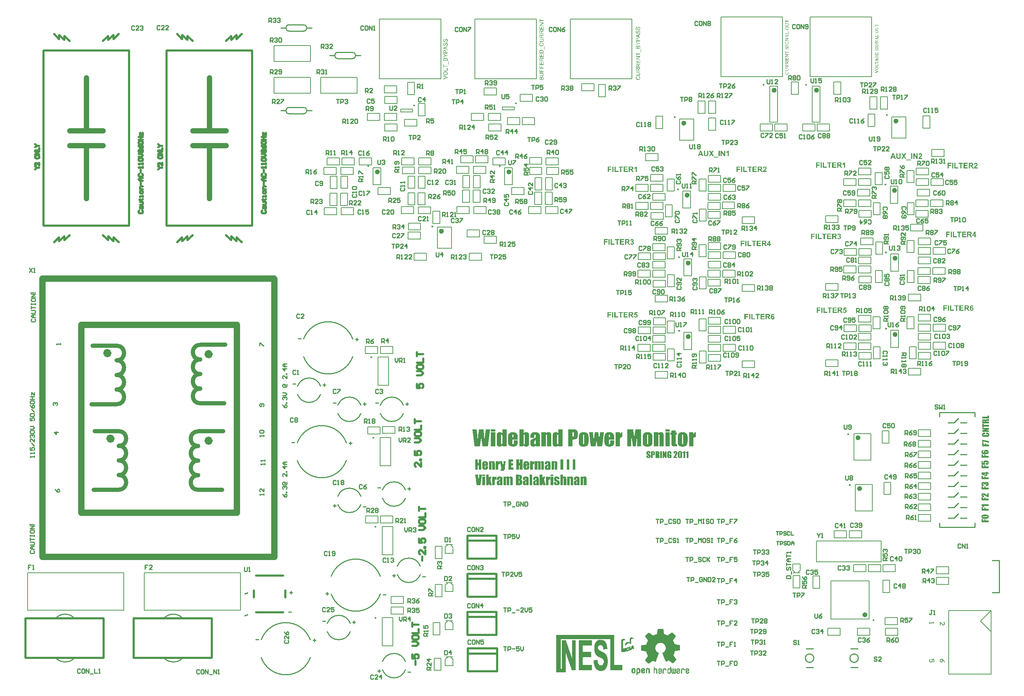
<source format=gto>
%FSLAX25Y25*%
%MOIN*%
G70*
G01*
G75*
G04 Layer_Color=65535*
%ADD10R,0.03800X0.03200*%
%ADD11R,0.03200X0.03800*%
%ADD12R,0.11811X0.03937*%
%ADD13R,0.07087X0.13386*%
%ADD14O,0.01800X0.05118*%
%ADD15O,0.05118X0.01800*%
%ADD16R,0.13386X0.07087*%
%ADD17R,0.07087X0.04331*%
%ADD18R,0.03937X0.04331*%
%ADD19O,0.08661X0.02362*%
%ADD20O,0.06102X0.01378*%
%ADD21R,0.04724X0.01181*%
%ADD22R,0.02165X0.03740*%
%ADD23R,0.09449X0.03937*%
%ADD24R,0.09449X0.12992*%
%ADD25R,0.21654X0.07874*%
%ADD26R,0.13780X0.08071*%
%ADD27R,0.15748X0.08071*%
%ADD28R,0.08858X0.01969*%
%ADD29R,0.07600X0.12000*%
G04:AMPARAMS|DCode=30|XSize=216.54mil|YSize=78.74mil|CornerRadius=0mil|HoleSize=0mil|Usage=FLASHONLY|Rotation=180.000|XOffset=0mil|YOffset=0mil|HoleType=Round|Shape=Octagon|*
%AMOCTAGOND30*
4,1,8,-0.10827,0.01969,-0.10827,-0.01969,-0.08858,-0.03937,0.08858,-0.03937,0.10827,-0.01969,0.10827,0.01969,0.08858,0.03937,-0.08858,0.03937,-0.10827,0.01969,0.0*
%
%ADD30OCTAGOND30*%

%ADD31R,0.21654X0.07874*%
%ADD32R,0.13780X0.06299*%
%ADD33O,0.07480X0.01772*%
%ADD34R,0.09606X0.04409*%
G04:AMPARAMS|DCode=35|XSize=96.06mil|YSize=44.09mil|CornerRadius=0mil|HoleSize=0mil|Usage=FLASHONLY|Rotation=180.000|XOffset=0mil|YOffset=0mil|HoleType=Round|Shape=Octagon|*
%AMOCTAGOND35*
4,1,8,-0.04803,0.01102,-0.04803,-0.01102,-0.03701,-0.02205,0.03701,-0.02205,0.04803,-0.01102,0.04803,0.01102,0.03701,0.02205,-0.03701,0.02205,-0.04803,0.01102,0.0*
%
%ADD35OCTAGOND35*%

%ADD36C,0.00800*%
%ADD37C,0.03500*%
%ADD38C,0.05500*%
%ADD39C,0.06000*%
%ADD40C,0.08000*%
%ADD41C,0.02500*%
%ADD42C,0.01000*%
%ADD43C,0.01500*%
%ADD44C,0.02000*%
%ADD45C,0.04000*%
%ADD46C,0.01200*%
%ADD47C,0.01600*%
%ADD48C,0.09000*%
%ADD49C,0.06500*%
%ADD50C,0.06500*%
%ADD51C,0.06000*%
%ADD52R,0.12000X0.12000*%
%ADD53C,0.06200*%
%ADD54R,0.05800X0.05800*%
%ADD55C,0.05800*%
%ADD56P,0.10653X8X112.5*%
%ADD57C,0.09843*%
%ADD58C,0.14500*%
%ADD59C,0.08268*%
%ADD60R,0.08858X0.08858*%
%ADD61C,0.17716*%
%ADD62C,0.15748*%
G04:AMPARAMS|DCode=63|XSize=180mil|YSize=300mil|CornerRadius=0mil|HoleSize=0mil|Usage=FLASHONLY|Rotation=180.000|XOffset=0mil|YOffset=0mil|HoleType=Round|Shape=Octagon|*
%AMOCTAGOND63*
4,1,8,0.04500,-0.15000,-0.04500,-0.15000,-0.09000,-0.10500,-0.09000,0.10500,-0.04500,0.15000,0.04500,0.15000,0.09000,0.10500,0.09000,-0.10500,0.04500,-0.15000,0.0*
%
%ADD63OCTAGOND63*%

%ADD64P,0.25569X8X202.5*%
%ADD65C,0.04000*%
%ADD66C,0.03500*%
%ADD67C,0.03600*%
%ADD68C,0.07000*%
G04:AMPARAMS|DCode=69|XSize=85mil|YSize=85mil|CornerRadius=0mil|HoleSize=0mil|Usage=FLASHONLY|Rotation=0.000|XOffset=0mil|YOffset=0mil|HoleType=Round|Shape=Relief|Width=10mil|Gap=15mil|Entries=4|*
%AMTHD69*
7,0,0,0.08500,0.05500,0.01000,45*
%
%ADD69THD69*%
%ADD70C,0.08000*%
%ADD71C,0.13000*%
G04:AMPARAMS|DCode=72|XSize=86mil|YSize=86mil|CornerRadius=0mil|HoleSize=0mil|Usage=FLASHONLY|Rotation=0.000|XOffset=0mil|YOffset=0mil|HoleType=Round|Shape=Relief|Width=10mil|Gap=15mil|Entries=4|*
%AMTHD72*
7,0,0,0.08600,0.05600,0.01000,45*
%
%ADD72THD72*%
%ADD73C,0.08600*%
%ADD74C,0.08700*%
G04:AMPARAMS|DCode=75|XSize=87mil|YSize=87mil|CornerRadius=0mil|HoleSize=0mil|Usage=FLASHONLY|Rotation=0.000|XOffset=0mil|YOffset=0mil|HoleType=Round|Shape=Relief|Width=10mil|Gap=15mil|Entries=4|*
%AMTHD75*
7,0,0,0.08700,0.05700,0.01000,45*
%
%ADD75THD75*%
%ADD76C,0.10906*%
%ADD77C,0.15236*%
%ADD78C,0.10118*%
%ADD79C,0.09500*%
G04:AMPARAMS|DCode=80|XSize=95mil|YSize=95mil|CornerRadius=0mil|HoleSize=0mil|Usage=FLASHONLY|Rotation=0.000|XOffset=0mil|YOffset=0mil|HoleType=Round|Shape=Relief|Width=10mil|Gap=15mil|Entries=4|*
%AMTHD80*
7,0,0,0.09500,0.06500,0.01000,45*
%
%ADD80THD80*%
%ADD81C,0.08500*%
%ADD82C,0.19016*%
G04:AMPARAMS|DCode=83|XSize=109.055mil|YSize=109.055mil|CornerRadius=0mil|HoleSize=0mil|Usage=FLASHONLY|Rotation=0.000|XOffset=0mil|YOffset=0mil|HoleType=Round|Shape=Relief|Width=10mil|Gap=15mil|Entries=4|*
%AMTHD83*
7,0,0,0.10906,0.07906,0.01000,45*
%
%ADD83THD83*%
G04:AMPARAMS|DCode=84|XSize=187.795mil|YSize=187.795mil|CornerRadius=0mil|HoleSize=0mil|Usage=FLASHONLY|Rotation=0.000|XOffset=0mil|YOffset=0mil|HoleType=Round|Shape=Relief|Width=10mil|Gap=15mil|Entries=4|*
%AMTHD84*
7,0,0,0.18779,0.15779,0.01000,45*
%
%ADD84THD84*%
%ADD85C,0.20500*%
%ADD86C,0.26000*%
G04:AMPARAMS|DCode=87|XSize=66mil|YSize=66mil|CornerRadius=0mil|HoleSize=0mil|Usage=FLASHONLY|Rotation=0.000|XOffset=0mil|YOffset=0mil|HoleType=Round|Shape=Relief|Width=10mil|Gap=15mil|Entries=4|*
%AMTHD87*
7,0,0,0.06600,0.03600,0.01000,45*
%
%ADD87THD87*%
%ADD88C,0.06600*%
%ADD89C,0.05000*%
%ADD90C,0.03000*%
%ADD91C,0.04600*%
%ADD92C,0.02362*%
%ADD93C,0.00984*%
%ADD94C,0.04134*%
%ADD95C,0.03937*%
%ADD96C,0.00600*%
%ADD97C,0.00787*%
%ADD98C,0.00300*%
%ADD99C,0.00600*%
%ADD100C,0.01969*%
%ADD101C,0.04921*%
%ADD102C,0.05906*%
%ADD103C,0.00200*%
G36*
X2492309Y1864759D02*
X2490611D01*
Y1862915D01*
X2492207D01*
Y1861070D01*
X2490611D01*
Y1858947D01*
X2492485D01*
Y1857000D01*
X2488093D01*
Y1866706D01*
X2492309D01*
Y1864759D01*
D02*
G37*
G36*
X2504988Y1865081D02*
X2505090D01*
X2505324Y1865052D01*
X2505588Y1864993D01*
X2505866Y1864935D01*
X2506144Y1864832D01*
X2506408Y1864701D01*
X2506422D01*
X2506437Y1864686D01*
X2506510Y1864627D01*
X2506627Y1864540D01*
X2506774Y1864437D01*
X2506920Y1864291D01*
X2507081Y1864115D01*
X2507213Y1863910D01*
X2507330Y1863676D01*
X2507345Y1863647D01*
X2507374Y1863559D01*
X2507418Y1863412D01*
X2507476Y1863222D01*
X2507520Y1862959D01*
X2507564Y1862651D01*
X2507594Y1862300D01*
X2507608Y1861890D01*
Y1860836D01*
X2504490D01*
Y1859108D01*
Y1859079D01*
Y1859020D01*
Y1858932D01*
X2504505Y1858815D01*
X2504519Y1858581D01*
X2504534Y1858479D01*
X2504563Y1858405D01*
X2504578Y1858376D01*
X2504622Y1858332D01*
X2504724Y1858288D01*
X2504856Y1858259D01*
X2504900D01*
X2505002Y1858288D01*
X2505119Y1858347D01*
X2505163Y1858391D01*
X2505207Y1858464D01*
Y1858479D01*
X2505222Y1858508D01*
X2505237Y1858566D01*
X2505266Y1858640D01*
X2505280Y1858757D01*
X2505295Y1858889D01*
X2505310Y1859064D01*
Y1859269D01*
Y1860323D01*
X2507608D01*
Y1859723D01*
Y1859708D01*
Y1859694D01*
Y1859606D01*
Y1859474D01*
X2507594Y1859313D01*
X2507579Y1859123D01*
X2507564Y1858932D01*
X2507535Y1858757D01*
X2507506Y1858596D01*
Y1858581D01*
X2507491Y1858523D01*
X2507462Y1858449D01*
X2507418Y1858347D01*
X2507359Y1858215D01*
X2507286Y1858069D01*
X2507184Y1857908D01*
X2507067Y1857747D01*
X2507052Y1857732D01*
X2507008Y1857673D01*
X2506935Y1857586D01*
X2506832Y1857498D01*
X2506715Y1857381D01*
X2506554Y1857278D01*
X2506393Y1857161D01*
X2506203Y1857073D01*
X2506174Y1857059D01*
X2506115Y1857044D01*
X2505998Y1857000D01*
X2505851Y1856971D01*
X2505661Y1856927D01*
X2505441Y1856883D01*
X2505178Y1856868D01*
X2504900Y1856854D01*
X2504768D01*
X2504622Y1856868D01*
X2504446Y1856883D01*
X2504226Y1856912D01*
X2503992Y1856941D01*
X2503773Y1857000D01*
X2503538Y1857073D01*
X2503509Y1857088D01*
X2503436Y1857117D01*
X2503333Y1857161D01*
X2503202Y1857234D01*
X2503055Y1857322D01*
X2502909Y1857425D01*
X2502762Y1857542D01*
X2502631Y1857673D01*
X2502616Y1857688D01*
X2502572Y1857747D01*
X2502528Y1857820D01*
X2502455Y1857922D01*
X2502382Y1858054D01*
X2502309Y1858200D01*
X2502235Y1858361D01*
X2502177Y1858523D01*
Y1858552D01*
X2502162Y1858610D01*
X2502147Y1858713D01*
X2502118Y1858874D01*
X2502104Y1859064D01*
X2502074Y1859299D01*
X2502060Y1859577D01*
Y1859884D01*
Y1862197D01*
Y1862212D01*
Y1862241D01*
Y1862300D01*
Y1862373D01*
X2502074Y1862461D01*
Y1862563D01*
X2502089Y1862797D01*
X2502133Y1863061D01*
X2502177Y1863325D01*
X2502250Y1863588D01*
X2502338Y1863837D01*
X2502353Y1863866D01*
X2502396Y1863939D01*
X2502455Y1864042D01*
X2502557Y1864188D01*
X2502689Y1864335D01*
X2502836Y1864496D01*
X2503026Y1864642D01*
X2503246Y1864774D01*
X2503260D01*
X2503275Y1864788D01*
X2503363Y1864818D01*
X2503494Y1864876D01*
X2503670Y1864935D01*
X2503890Y1864993D01*
X2504139Y1865052D01*
X2504417Y1865081D01*
X2504724Y1865096D01*
X2504900D01*
X2504988Y1865081D01*
D02*
G37*
G36*
X2539641Y1857000D02*
X2537123D01*
Y1866706D01*
X2539641D01*
Y1857000D01*
D02*
G37*
G36*
X2525205Y1865081D02*
X2525323Y1865067D01*
X2525586Y1865037D01*
X2525894Y1864993D01*
X2526201Y1864906D01*
X2526494Y1864803D01*
X2526743Y1864657D01*
X2526757D01*
X2526772Y1864642D01*
X2526845Y1864584D01*
X2526948Y1864481D01*
X2527079Y1864364D01*
X2527211Y1864203D01*
X2527328Y1864027D01*
X2527431Y1863822D01*
X2527504Y1863588D01*
Y1863559D01*
X2527519Y1863515D01*
Y1863456D01*
X2527533Y1863383D01*
X2527548Y1863281D01*
X2527563Y1863163D01*
X2527577Y1863032D01*
Y1862856D01*
X2527592Y1862680D01*
X2527607Y1862461D01*
X2527621Y1862226D01*
Y1861963D01*
X2527636Y1861655D01*
Y1861333D01*
Y1860982D01*
Y1857000D01*
X2525279D01*
Y1857703D01*
X2525264Y1857688D01*
X2525235Y1857630D01*
X2525191Y1857556D01*
X2525118Y1857468D01*
X2525030Y1857366D01*
X2524927Y1857249D01*
X2524825Y1857146D01*
X2524693Y1857059D01*
X2524678Y1857044D01*
X2524635Y1857029D01*
X2524561Y1857000D01*
X2524459Y1856956D01*
X2524342Y1856912D01*
X2524195Y1856883D01*
X2524034Y1856868D01*
X2523859Y1856854D01*
X2523756D01*
X2523624Y1856868D01*
X2523478Y1856898D01*
X2523288Y1856941D01*
X2523097Y1857000D01*
X2522892Y1857088D01*
X2522687Y1857205D01*
X2522658Y1857220D01*
X2522600Y1857278D01*
X2522526Y1857381D01*
X2522424Y1857527D01*
X2522380Y1857630D01*
X2522321Y1857747D01*
X2522277Y1857864D01*
X2522248Y1858010D01*
X2522204Y1858171D01*
X2522190Y1858361D01*
X2522160Y1858552D01*
Y1858771D01*
Y1859416D01*
Y1859430D01*
Y1859459D01*
Y1859503D01*
Y1859562D01*
X2522175Y1859708D01*
X2522190Y1859899D01*
X2522234Y1860104D01*
X2522277Y1860309D01*
X2522351Y1860484D01*
X2522439Y1860631D01*
X2522453Y1860645D01*
X2522497Y1860689D01*
X2522585Y1860762D01*
X2522717Y1860850D01*
X2522805Y1860909D01*
X2522907Y1860967D01*
X2523009Y1861026D01*
X2523141Y1861099D01*
X2523288Y1861158D01*
X2523449Y1861231D01*
X2523624Y1861319D01*
X2523829Y1861392D01*
X2523844D01*
X2523888Y1861407D01*
X2523947Y1861436D01*
X2524020Y1861465D01*
X2524210Y1861553D01*
X2524444Y1861641D01*
X2524678Y1861758D01*
X2524883Y1861860D01*
X2524971Y1861904D01*
X2525044Y1861948D01*
X2525088Y1861992D01*
X2525118Y1862021D01*
Y1862036D01*
X2525132Y1862051D01*
X2525147Y1862095D01*
X2525162Y1862168D01*
X2525176Y1862256D01*
X2525191Y1862373D01*
X2525205Y1862505D01*
Y1862680D01*
Y1862695D01*
Y1862710D01*
Y1862783D01*
Y1862885D01*
X2525191Y1863017D01*
X2525176Y1863163D01*
X2525162Y1863295D01*
X2525132Y1863412D01*
X2525103Y1863500D01*
Y1863515D01*
X2525088Y1863529D01*
X2525030Y1863603D01*
X2524942Y1863661D01*
X2524869Y1863676D01*
X2524796Y1863691D01*
X2524752D01*
X2524664Y1863676D01*
X2524561Y1863617D01*
X2524517Y1863588D01*
X2524488Y1863529D01*
Y1863515D01*
X2524474Y1863500D01*
Y1863442D01*
X2524459Y1863368D01*
X2524444Y1863251D01*
Y1863105D01*
X2524430Y1862929D01*
Y1862695D01*
Y1861875D01*
X2522160D01*
Y1862402D01*
Y1862417D01*
Y1862446D01*
Y1862490D01*
Y1862549D01*
X2522175Y1862724D01*
X2522190Y1862929D01*
X2522204Y1863149D01*
X2522248Y1863398D01*
X2522292Y1863617D01*
X2522365Y1863822D01*
X2522380Y1863852D01*
X2522409Y1863910D01*
X2522468Y1863998D01*
X2522556Y1864115D01*
X2522673Y1864261D01*
X2522819Y1864408D01*
X2523009Y1864554D01*
X2523229Y1864701D01*
X2523244D01*
X2523258Y1864715D01*
X2523346Y1864759D01*
X2523493Y1864832D01*
X2523683Y1864906D01*
X2523917Y1864964D01*
X2524210Y1865037D01*
X2524532Y1865081D01*
X2524898Y1865096D01*
X2525103D01*
X2525205Y1865081D01*
D02*
G37*
G36*
X2465943Y1850947D02*
X2463454D01*
Y1852206D01*
X2465943D01*
Y1850947D01*
D02*
G37*
G36*
X2560078Y1850581D02*
X2560224Y1850552D01*
X2560385Y1850523D01*
X2560561Y1850464D01*
X2560722Y1850391D01*
X2560883Y1850289D01*
X2560898Y1850274D01*
X2560942Y1850230D01*
X2561015Y1850171D01*
X2561103Y1850084D01*
X2561176Y1849981D01*
X2561264Y1849849D01*
X2561337Y1849703D01*
X2561396Y1849542D01*
Y1849527D01*
X2561410Y1849454D01*
X2561440Y1849352D01*
X2561454Y1849191D01*
X2561483Y1848985D01*
X2561498Y1848737D01*
X2561513Y1848429D01*
Y1848063D01*
Y1842500D01*
X2559082D01*
Y1848005D01*
Y1848019D01*
Y1848034D01*
Y1848078D01*
Y1848136D01*
Y1848268D01*
Y1848444D01*
X2559068Y1848605D01*
X2559053Y1848766D01*
X2559039Y1848912D01*
Y1848956D01*
X2559024Y1849000D01*
Y1849015D01*
X2559009Y1849029D01*
X2558965Y1849103D01*
X2558878Y1849161D01*
X2558804Y1849176D01*
X2558731Y1849191D01*
X2558687D01*
X2558599Y1849161D01*
X2558541Y1849132D01*
X2558482Y1849103D01*
X2558438Y1849044D01*
X2558409Y1848971D01*
Y1848956D01*
X2558394Y1848927D01*
Y1848854D01*
X2558380Y1848751D01*
X2558365Y1848619D01*
Y1848415D01*
X2558351Y1848312D01*
Y1848180D01*
Y1848034D01*
Y1847873D01*
Y1842500D01*
X2555920D01*
Y1850464D01*
X2558394D01*
X2558351Y1849718D01*
X2558365Y1849732D01*
X2558394Y1849791D01*
X2558453Y1849864D01*
X2558526Y1849966D01*
X2558614Y1850069D01*
X2558731Y1850186D01*
X2558848Y1850289D01*
X2558980Y1850376D01*
X2558995Y1850391D01*
X2559053Y1850406D01*
X2559126Y1850450D01*
X2559229Y1850493D01*
X2559361Y1850523D01*
X2559507Y1850567D01*
X2559683Y1850581D01*
X2559858Y1850596D01*
X2559961D01*
X2560078Y1850581D01*
D02*
G37*
G36*
X2466118Y1865081D02*
X2466221D01*
X2466455Y1865052D01*
X2466719Y1864993D01*
X2466997Y1864935D01*
X2467275Y1864832D01*
X2467539Y1864701D01*
X2467553D01*
X2467568Y1864686D01*
X2467641Y1864627D01*
X2467758Y1864540D01*
X2467905Y1864437D01*
X2468051Y1864291D01*
X2468212Y1864115D01*
X2468344Y1863910D01*
X2468461Y1863676D01*
X2468476Y1863647D01*
X2468505Y1863559D01*
X2468549Y1863412D01*
X2468607Y1863222D01*
X2468651Y1862959D01*
X2468695Y1862651D01*
X2468724Y1862300D01*
X2468739Y1861890D01*
Y1860836D01*
X2465621D01*
Y1859108D01*
Y1859079D01*
Y1859020D01*
Y1858932D01*
X2465635Y1858815D01*
X2465650Y1858581D01*
X2465665Y1858479D01*
X2465694Y1858405D01*
X2465709Y1858376D01*
X2465752Y1858332D01*
X2465855Y1858288D01*
X2465987Y1858259D01*
X2466031D01*
X2466133Y1858288D01*
X2466250Y1858347D01*
X2466294Y1858391D01*
X2466338Y1858464D01*
Y1858479D01*
X2466353Y1858508D01*
X2466367Y1858566D01*
X2466397Y1858640D01*
X2466411Y1858757D01*
X2466426Y1858889D01*
X2466441Y1859064D01*
Y1859269D01*
Y1860323D01*
X2468739D01*
Y1859723D01*
Y1859708D01*
Y1859694D01*
Y1859606D01*
Y1859474D01*
X2468724Y1859313D01*
X2468710Y1859123D01*
X2468695Y1858932D01*
X2468666Y1858757D01*
X2468637Y1858596D01*
Y1858581D01*
X2468622Y1858523D01*
X2468593Y1858449D01*
X2468549Y1858347D01*
X2468490Y1858215D01*
X2468417Y1858069D01*
X2468315Y1857908D01*
X2468197Y1857747D01*
X2468183Y1857732D01*
X2468139Y1857673D01*
X2468066Y1857586D01*
X2467963Y1857498D01*
X2467846Y1857381D01*
X2467685Y1857278D01*
X2467524Y1857161D01*
X2467334Y1857073D01*
X2467304Y1857059D01*
X2467246Y1857044D01*
X2467129Y1857000D01*
X2466982Y1856971D01*
X2466792Y1856927D01*
X2466572Y1856883D01*
X2466309Y1856868D01*
X2466031Y1856854D01*
X2465899D01*
X2465752Y1856868D01*
X2465577Y1856883D01*
X2465357Y1856912D01*
X2465123Y1856941D01*
X2464903Y1857000D01*
X2464669Y1857073D01*
X2464640Y1857088D01*
X2464567Y1857117D01*
X2464464Y1857161D01*
X2464332Y1857234D01*
X2464186Y1857322D01*
X2464040Y1857425D01*
X2463893Y1857542D01*
X2463761Y1857673D01*
X2463747Y1857688D01*
X2463703Y1857747D01*
X2463659Y1857820D01*
X2463586Y1857922D01*
X2463513Y1858054D01*
X2463439Y1858200D01*
X2463366Y1858361D01*
X2463308Y1858523D01*
Y1858552D01*
X2463293Y1858610D01*
X2463278Y1858713D01*
X2463249Y1858874D01*
X2463234Y1859064D01*
X2463205Y1859299D01*
X2463190Y1859577D01*
Y1859884D01*
Y1862197D01*
Y1862212D01*
Y1862241D01*
Y1862300D01*
Y1862373D01*
X2463205Y1862461D01*
Y1862563D01*
X2463220Y1862797D01*
X2463264Y1863061D01*
X2463308Y1863325D01*
X2463381Y1863588D01*
X2463469Y1863837D01*
X2463483Y1863866D01*
X2463527Y1863939D01*
X2463586Y1864042D01*
X2463688Y1864188D01*
X2463820Y1864335D01*
X2463966Y1864496D01*
X2464157Y1864642D01*
X2464376Y1864774D01*
X2464391D01*
X2464406Y1864788D01*
X2464493Y1864818D01*
X2464625Y1864876D01*
X2464801Y1864935D01*
X2465021Y1864993D01*
X2465269Y1865052D01*
X2465548Y1865081D01*
X2465855Y1865096D01*
X2466031D01*
X2466118Y1865081D01*
D02*
G37*
G36*
X2530198Y1850947D02*
X2527709D01*
Y1852206D01*
X2530198D01*
Y1850947D01*
D02*
G37*
G36*
X2545350Y1857000D02*
X2542832D01*
Y1866706D01*
X2545350D01*
Y1857000D01*
D02*
G37*
G36*
X2512278Y1862300D02*
X2512176D01*
X2512044Y1862285D01*
X2511898Y1862270D01*
X2511737Y1862256D01*
X2511576Y1862226D01*
X2511415Y1862168D01*
X2511283Y1862109D01*
X2511268Y1862095D01*
X2511239Y1862080D01*
X2511180Y1862036D01*
X2511122Y1861978D01*
X2511049Y1861904D01*
X2510990Y1861831D01*
X2510946Y1861729D01*
X2510902Y1861612D01*
Y1861597D01*
X2510888Y1861538D01*
Y1861451D01*
X2510873Y1861304D01*
Y1861216D01*
X2510858Y1861114D01*
Y1860982D01*
Y1860850D01*
X2510844Y1860704D01*
Y1860528D01*
Y1860338D01*
Y1860133D01*
Y1857000D01*
X2508413D01*
Y1864964D01*
X2510829D01*
X2510743Y1863926D01*
X2510741Y1863925D01*
Y1863910D01*
X2510743Y1863926D01*
X2510770Y1863954D01*
X2510800Y1864013D01*
X2510844Y1864086D01*
X2510961Y1864261D01*
X2511136Y1864481D01*
X2511341Y1864686D01*
X2511620Y1864876D01*
X2511766Y1864964D01*
X2511927Y1865023D01*
X2512088Y1865067D01*
X2512278Y1865096D01*
Y1862300D01*
D02*
G37*
G36*
X2479836D02*
X2479734D01*
X2479602Y1862285D01*
X2479456Y1862270D01*
X2479295Y1862256D01*
X2479133Y1862226D01*
X2478972Y1862168D01*
X2478841Y1862109D01*
X2478826Y1862095D01*
X2478797Y1862080D01*
X2478738Y1862036D01*
X2478680Y1861978D01*
X2478606Y1861904D01*
X2478548Y1861831D01*
X2478504Y1861729D01*
X2478460Y1861612D01*
Y1861597D01*
X2478445Y1861538D01*
Y1861451D01*
X2478431Y1861304D01*
Y1861216D01*
X2478416Y1861114D01*
Y1860982D01*
Y1860850D01*
X2478401Y1860704D01*
Y1860528D01*
Y1860338D01*
Y1860133D01*
Y1857000D01*
X2475971D01*
Y1864964D01*
X2478387D01*
X2478300Y1863926D01*
X2478299Y1863925D01*
Y1863910D01*
X2478300Y1863926D01*
X2478328Y1863954D01*
X2478358Y1864013D01*
X2478401Y1864086D01*
X2478519Y1864261D01*
X2478694Y1864481D01*
X2478899Y1864686D01*
X2479177Y1864876D01*
X2479324Y1864964D01*
X2479485Y1865023D01*
X2479646Y1865067D01*
X2479836Y1865096D01*
Y1862300D01*
D02*
G37*
G36*
X2473702Y1865081D02*
X2473848Y1865052D01*
X2474009Y1865023D01*
X2474185Y1864964D01*
X2474346Y1864891D01*
X2474507Y1864788D01*
X2474522Y1864774D01*
X2474566Y1864730D01*
X2474639Y1864671D01*
X2474727Y1864584D01*
X2474800Y1864481D01*
X2474888Y1864349D01*
X2474961Y1864203D01*
X2475020Y1864042D01*
Y1864027D01*
X2475034Y1863954D01*
X2475064Y1863852D01*
X2475078Y1863691D01*
X2475107Y1863486D01*
X2475122Y1863237D01*
X2475137Y1862929D01*
Y1862563D01*
Y1857000D01*
X2472706D01*
Y1862505D01*
Y1862519D01*
Y1862534D01*
Y1862578D01*
Y1862636D01*
Y1862768D01*
Y1862944D01*
X2472692Y1863105D01*
X2472677Y1863266D01*
X2472663Y1863412D01*
Y1863456D01*
X2472648Y1863500D01*
Y1863515D01*
X2472633Y1863529D01*
X2472589Y1863603D01*
X2472502Y1863661D01*
X2472428Y1863676D01*
X2472355Y1863691D01*
X2472311D01*
X2472223Y1863661D01*
X2472165Y1863632D01*
X2472106Y1863603D01*
X2472062Y1863544D01*
X2472033Y1863471D01*
Y1863456D01*
X2472018Y1863427D01*
Y1863354D01*
X2472004Y1863251D01*
X2471989Y1863120D01*
Y1862915D01*
X2471975Y1862812D01*
Y1862680D01*
Y1862534D01*
Y1862373D01*
Y1857000D01*
X2469544D01*
Y1864964D01*
X2472018D01*
X2471975Y1864218D01*
X2471989Y1864232D01*
X2472018Y1864291D01*
X2472077Y1864364D01*
X2472150Y1864466D01*
X2472238Y1864569D01*
X2472355Y1864686D01*
X2472472Y1864788D01*
X2472604Y1864876D01*
X2472619Y1864891D01*
X2472677Y1864906D01*
X2472750Y1864949D01*
X2472853Y1864993D01*
X2472985Y1865023D01*
X2473131Y1865067D01*
X2473307Y1865081D01*
X2473482Y1865096D01*
X2473585D01*
X2473702Y1865081D01*
D02*
G37*
G36*
X2519979D02*
X2520125Y1865052D01*
X2520287Y1865023D01*
X2520462Y1864964D01*
X2520623Y1864891D01*
X2520784Y1864788D01*
X2520799Y1864774D01*
X2520857Y1864730D01*
X2520916Y1864671D01*
X2521004Y1864584D01*
X2521092Y1864481D01*
X2521180Y1864364D01*
X2521253Y1864218D01*
X2521311Y1864057D01*
Y1864042D01*
X2521326Y1863969D01*
X2521355Y1863866D01*
X2521370Y1863720D01*
X2521399Y1863515D01*
X2521414Y1863281D01*
X2521428Y1862988D01*
Y1862651D01*
Y1857000D01*
X2519071D01*
Y1862183D01*
Y1862197D01*
Y1862226D01*
Y1862285D01*
Y1862344D01*
Y1862519D01*
X2519057Y1862724D01*
Y1862929D01*
X2519042Y1863134D01*
X2519027Y1863310D01*
X2519013Y1863383D01*
X2518998Y1863442D01*
Y1863456D01*
X2518983Y1863486D01*
X2518925Y1863573D01*
X2518837Y1863647D01*
X2518764Y1863676D01*
X2518676Y1863691D01*
X2518632D01*
X2518544Y1863661D01*
X2518486Y1863632D01*
X2518442Y1863588D01*
X2518383Y1863529D01*
X2518354Y1863442D01*
Y1863427D01*
X2518339Y1863383D01*
X2518325Y1863310D01*
Y1863193D01*
X2518310Y1863032D01*
X2518295Y1862929D01*
Y1862812D01*
X2518281Y1862680D01*
Y1862534D01*
Y1862373D01*
Y1862183D01*
Y1857000D01*
X2515924D01*
Y1862051D01*
Y1862065D01*
Y1862109D01*
Y1862168D01*
Y1862241D01*
Y1862329D01*
Y1862431D01*
Y1862666D01*
X2515909Y1862915D01*
X2515895Y1863134D01*
Y1863237D01*
X2515880Y1863325D01*
Y1863398D01*
X2515865Y1863456D01*
Y1863471D01*
X2515851Y1863500D01*
X2515807Y1863573D01*
X2515763Y1863617D01*
X2515704Y1863661D01*
X2515631Y1863676D01*
X2515543Y1863691D01*
X2515514D01*
X2515455Y1863676D01*
X2515367Y1863632D01*
X2515280Y1863559D01*
X2515265Y1863544D01*
X2515221Y1863486D01*
X2515177Y1863383D01*
X2515148Y1863266D01*
Y1863251D01*
Y1863237D01*
Y1863178D01*
Y1863105D01*
Y1863002D01*
Y1862871D01*
Y1862710D01*
Y1862505D01*
Y1857000D01*
X2512791D01*
Y1864964D01*
X2515192D01*
X2515148Y1864188D01*
X2515162Y1864203D01*
X2515192Y1864261D01*
X2515250Y1864349D01*
X2515338Y1864437D01*
X2515426Y1864554D01*
X2515543Y1864671D01*
X2515675Y1864774D01*
X2515807Y1864862D01*
X2515821Y1864876D01*
X2515880Y1864906D01*
X2515953Y1864935D01*
X2516070Y1864979D01*
X2516202Y1865023D01*
X2516348Y1865067D01*
X2516524Y1865081D01*
X2516700Y1865096D01*
X2516788D01*
X2516861Y1865081D01*
X2517036Y1865052D01*
X2517256Y1864979D01*
X2517490Y1864876D01*
X2517622Y1864803D01*
X2517754Y1864715D01*
X2517871Y1864613D01*
X2518003Y1864481D01*
X2518120Y1864349D01*
X2518222Y1864188D01*
X2518237Y1864203D01*
X2518281Y1864261D01*
X2518339Y1864349D01*
X2518427Y1864437D01*
X2518530Y1864554D01*
X2518647Y1864671D01*
X2518779Y1864774D01*
X2518910Y1864862D01*
X2518925Y1864876D01*
X2518983Y1864906D01*
X2519057Y1864935D01*
X2519159Y1864979D01*
X2519291Y1865023D01*
X2519437Y1865067D01*
X2519598Y1865081D01*
X2519759Y1865096D01*
X2519862D01*
X2519979Y1865081D01*
D02*
G37*
G36*
X2484726Y1859196D02*
Y1859181D01*
Y1859137D01*
X2484711Y1859064D01*
X2484697Y1858976D01*
X2484682Y1858859D01*
X2484667Y1858742D01*
X2484638Y1858449D01*
X2484594Y1858142D01*
X2484536Y1857834D01*
X2484492Y1857556D01*
X2484477Y1857439D01*
X2484448Y1857337D01*
Y1857322D01*
X2484433Y1857264D01*
X2484404Y1857161D01*
X2484360Y1857059D01*
X2484316Y1856927D01*
X2484257Y1856795D01*
X2484170Y1856663D01*
X2484082Y1856532D01*
X2484067Y1856517D01*
X2484038Y1856473D01*
X2483979Y1856414D01*
X2483891Y1856341D01*
X2483789Y1856268D01*
X2483672Y1856180D01*
X2483525Y1856107D01*
X2483364Y1856048D01*
X2483350D01*
X2483277Y1856019D01*
X2483174Y1856005D01*
X2483013Y1855975D01*
X2482808Y1855946D01*
X2482559Y1855917D01*
X2482252Y1855902D01*
X2481900Y1855887D01*
X2480436D01*
Y1857161D01*
X2480729D01*
X2480861Y1857176D01*
X2480978D01*
X2481081Y1857190D01*
X2481154Y1857205D01*
X2481168D01*
X2481183Y1857220D01*
X2481242Y1857264D01*
X2481300Y1857337D01*
X2481329Y1857395D01*
Y1857468D01*
Y1857498D01*
X2481315Y1857542D01*
Y1857600D01*
X2481285Y1857717D01*
X2481256Y1857864D01*
X2481227Y1858054D01*
X2481198Y1858171D01*
X2481168Y1858303D01*
X2479851Y1864964D01*
X2482032D01*
X2482837Y1859577D01*
X2483233Y1864964D01*
X2485414D01*
X2484726Y1859196D01*
D02*
G37*
G36*
X2551060Y1857000D02*
X2548542D01*
Y1866706D01*
X2551060D01*
Y1857000D01*
D02*
G37*
G36*
X2501181D02*
X2498663D01*
Y1861085D01*
X2497887D01*
Y1857000D01*
X2495369D01*
Y1866706D01*
X2497887D01*
Y1863237D01*
X2498663D01*
Y1866706D01*
X2501181D01*
Y1857000D01*
D02*
G37*
G36*
X2462312D02*
X2459794D01*
Y1861085D01*
X2459018D01*
Y1857000D01*
X2456500D01*
Y1866706D01*
X2459018D01*
Y1863237D01*
X2459794D01*
Y1866706D01*
X2462312D01*
Y1857000D01*
D02*
G37*
G36*
X2547458Y1850581D02*
X2547605Y1850552D01*
X2547766Y1850523D01*
X2547941Y1850464D01*
X2548103Y1850391D01*
X2548264Y1850289D01*
X2548278Y1850274D01*
X2548322Y1850230D01*
X2548395Y1850171D01*
X2548483Y1850084D01*
X2548556Y1849981D01*
X2548644Y1849849D01*
X2548717Y1849703D01*
X2548776Y1849542D01*
Y1849527D01*
X2548791Y1849454D01*
X2548820Y1849352D01*
X2548834Y1849191D01*
X2548864Y1848985D01*
X2548878Y1848737D01*
X2548893Y1848429D01*
Y1848063D01*
Y1842500D01*
X2546463D01*
Y1848005D01*
Y1848019D01*
Y1848034D01*
Y1848078D01*
Y1848136D01*
Y1848268D01*
Y1848444D01*
X2546448Y1848605D01*
X2546433Y1848766D01*
X2546419Y1848912D01*
Y1848956D01*
X2546404Y1849000D01*
Y1849015D01*
X2546390Y1849029D01*
X2546346Y1849103D01*
X2546258Y1849161D01*
X2546185Y1849176D01*
X2546111Y1849191D01*
X2546067D01*
X2545980Y1849161D01*
X2545921Y1849132D01*
X2545863Y1849103D01*
X2545819Y1849044D01*
X2545789Y1848971D01*
Y1848956D01*
X2545775Y1848927D01*
Y1848854D01*
X2545760Y1848751D01*
X2545745Y1848619D01*
Y1848415D01*
X2545731Y1848312D01*
Y1848180D01*
Y1848034D01*
Y1847873D01*
Y1842500D01*
X2543301D01*
Y1850464D01*
X2545775D01*
X2545731Y1849718D01*
X2545745Y1849732D01*
X2545775Y1849791D01*
X2545833Y1849864D01*
X2545906Y1849966D01*
X2545994Y1850069D01*
X2546111Y1850186D01*
X2546229Y1850289D01*
X2546360Y1850376D01*
X2546375Y1850391D01*
X2546433Y1850406D01*
X2546507Y1850450D01*
X2546609Y1850493D01*
X2546741Y1850523D01*
X2546887Y1850567D01*
X2547063Y1850581D01*
X2547239Y1850596D01*
X2547341D01*
X2547458Y1850581D01*
D02*
G37*
G36*
X2504622D02*
X2504739Y1850567D01*
X2505002Y1850537D01*
X2505310Y1850493D01*
X2505617Y1850406D01*
X2505910Y1850303D01*
X2506159Y1850157D01*
X2506174D01*
X2506188Y1850142D01*
X2506261Y1850084D01*
X2506364Y1849981D01*
X2506496Y1849864D01*
X2506627Y1849703D01*
X2506745Y1849527D01*
X2506847Y1849322D01*
X2506920Y1849088D01*
Y1849059D01*
X2506935Y1849015D01*
Y1848956D01*
X2506949Y1848883D01*
X2506964Y1848781D01*
X2506979Y1848663D01*
X2506993Y1848532D01*
Y1848356D01*
X2507008Y1848180D01*
X2507023Y1847961D01*
X2507037Y1847726D01*
Y1847463D01*
X2507052Y1847156D01*
Y1846833D01*
Y1846482D01*
Y1842500D01*
X2504695D01*
Y1843203D01*
X2504680Y1843188D01*
X2504651Y1843130D01*
X2504607Y1843056D01*
X2504534Y1842969D01*
X2504446Y1842866D01*
X2504343Y1842749D01*
X2504241Y1842646D01*
X2504109Y1842559D01*
X2504095Y1842544D01*
X2504051Y1842529D01*
X2503978Y1842500D01*
X2503875Y1842456D01*
X2503758Y1842412D01*
X2503612Y1842383D01*
X2503451Y1842368D01*
X2503275Y1842354D01*
X2503172D01*
X2503041Y1842368D01*
X2502894Y1842397D01*
X2502704Y1842441D01*
X2502514Y1842500D01*
X2502309Y1842588D01*
X2502104Y1842705D01*
X2502074Y1842720D01*
X2502016Y1842778D01*
X2501943Y1842881D01*
X2501840Y1843027D01*
X2501796Y1843130D01*
X2501738Y1843247D01*
X2501694Y1843364D01*
X2501664Y1843510D01*
X2501620Y1843671D01*
X2501606Y1843862D01*
X2501577Y1844052D01*
Y1844271D01*
Y1844916D01*
Y1844930D01*
Y1844959D01*
Y1845003D01*
Y1845062D01*
X2501591Y1845208D01*
X2501606Y1845399D01*
X2501650Y1845604D01*
X2501694Y1845809D01*
X2501767Y1845984D01*
X2501855Y1846131D01*
X2501869Y1846145D01*
X2501913Y1846189D01*
X2502001Y1846263D01*
X2502133Y1846350D01*
X2502221Y1846409D01*
X2502323Y1846467D01*
X2502426Y1846526D01*
X2502557Y1846599D01*
X2502704Y1846658D01*
X2502865Y1846731D01*
X2503041Y1846819D01*
X2503246Y1846892D01*
X2503260D01*
X2503304Y1846907D01*
X2503363Y1846936D01*
X2503436Y1846965D01*
X2503626Y1847053D01*
X2503860Y1847141D01*
X2504095Y1847258D01*
X2504300Y1847360D01*
X2504387Y1847404D01*
X2504461Y1847448D01*
X2504505Y1847492D01*
X2504534Y1847522D01*
Y1847536D01*
X2504548Y1847551D01*
X2504563Y1847595D01*
X2504578Y1847668D01*
X2504592Y1847756D01*
X2504607Y1847873D01*
X2504622Y1848005D01*
Y1848180D01*
Y1848195D01*
Y1848210D01*
Y1848283D01*
Y1848385D01*
X2504607Y1848517D01*
X2504592Y1848663D01*
X2504578Y1848795D01*
X2504548Y1848912D01*
X2504519Y1849000D01*
Y1849015D01*
X2504505Y1849029D01*
X2504446Y1849103D01*
X2504358Y1849161D01*
X2504285Y1849176D01*
X2504212Y1849191D01*
X2504168D01*
X2504080Y1849176D01*
X2503978Y1849117D01*
X2503934Y1849088D01*
X2503904Y1849029D01*
Y1849015D01*
X2503890Y1849000D01*
Y1848942D01*
X2503875Y1848868D01*
X2503860Y1848751D01*
Y1848605D01*
X2503846Y1848429D01*
Y1848195D01*
Y1847375D01*
X2501577D01*
Y1847902D01*
Y1847917D01*
Y1847946D01*
Y1847990D01*
Y1848049D01*
X2501591Y1848224D01*
X2501606Y1848429D01*
X2501620Y1848649D01*
X2501664Y1848898D01*
X2501708Y1849117D01*
X2501781Y1849322D01*
X2501796Y1849352D01*
X2501825Y1849410D01*
X2501884Y1849498D01*
X2501972Y1849615D01*
X2502089Y1849761D01*
X2502235Y1849908D01*
X2502426Y1850054D01*
X2502645Y1850201D01*
X2502660D01*
X2502675Y1850215D01*
X2502762Y1850259D01*
X2502909Y1850332D01*
X2503099Y1850406D01*
X2503333Y1850464D01*
X2503626Y1850537D01*
X2503948Y1850581D01*
X2504314Y1850596D01*
X2504519D01*
X2504622Y1850581D01*
D02*
G37*
G36*
X2497902Y1852192D02*
X2498165Y1852177D01*
X2498458Y1852162D01*
X2498766Y1852133D01*
X2499059Y1852075D01*
X2499307Y1852016D01*
X2499337Y1852001D01*
X2499410Y1851972D01*
X2499527Y1851928D01*
X2499659Y1851855D01*
X2499820Y1851752D01*
X2499981Y1851621D01*
X2500157Y1851445D01*
X2500303Y1851255D01*
X2500318Y1851225D01*
X2500361Y1851152D01*
X2500420Y1851006D01*
X2500464Y1850918D01*
X2500493Y1850816D01*
X2500522Y1850698D01*
X2500566Y1850567D01*
X2500596Y1850420D01*
X2500625Y1850245D01*
X2500654Y1850069D01*
X2500669Y1849864D01*
X2500684Y1849659D01*
Y1849425D01*
Y1849410D01*
Y1849381D01*
Y1849352D01*
Y1849293D01*
X2500669Y1849132D01*
X2500654Y1848956D01*
X2500610Y1848766D01*
X2500566Y1848561D01*
X2500493Y1848385D01*
X2500405Y1848239D01*
X2500391Y1848224D01*
X2500347Y1848180D01*
X2500274Y1848122D01*
X2500171Y1848049D01*
X2500039Y1847961D01*
X2499849Y1847887D01*
X2499629Y1847800D01*
X2499351Y1847726D01*
X2499366D01*
X2499395Y1847712D01*
X2499439D01*
X2499498Y1847697D01*
X2499644Y1847639D01*
X2499834Y1847580D01*
X2500025Y1847478D01*
X2500230Y1847375D01*
X2500405Y1847229D01*
X2500537Y1847068D01*
X2500552Y1847053D01*
X2500581Y1846980D01*
X2500640Y1846877D01*
X2500698Y1846716D01*
X2500757Y1846526D01*
X2500815Y1846277D01*
X2500845Y1845999D01*
X2500859Y1845662D01*
Y1844769D01*
Y1844755D01*
Y1844725D01*
Y1844681D01*
Y1844608D01*
X2500845Y1844432D01*
X2500830Y1844213D01*
X2500801Y1843979D01*
X2500757Y1843744D01*
X2500698Y1843510D01*
X2500625Y1843305D01*
X2500610Y1843291D01*
X2500581Y1843232D01*
X2500522Y1843144D01*
X2500449Y1843056D01*
X2500347Y1842939D01*
X2500230Y1842837D01*
X2500083Y1842734D01*
X2499908Y1842661D01*
X2499878D01*
X2499849Y1842646D01*
X2499805Y1842632D01*
X2499747Y1842617D01*
X2499673D01*
X2499571Y1842603D01*
X2499468Y1842588D01*
X2499337Y1842573D01*
X2499190Y1842559D01*
X2499029Y1842544D01*
X2498839Y1842529D01*
X2498634Y1842515D01*
X2498414D01*
X2498165Y1842500D01*
X2494974D01*
Y1852206D01*
X2497785D01*
X2497902Y1852192D01*
D02*
G37*
G36*
X2514182Y1850581D02*
X2514299Y1850567D01*
X2514562Y1850537D01*
X2514870Y1850493D01*
X2515177Y1850406D01*
X2515470Y1850303D01*
X2515719Y1850157D01*
X2515733D01*
X2515748Y1850142D01*
X2515821Y1850084D01*
X2515924Y1849981D01*
X2516055Y1849864D01*
X2516187Y1849703D01*
X2516304Y1849527D01*
X2516407Y1849322D01*
X2516480Y1849088D01*
Y1849059D01*
X2516495Y1849015D01*
Y1848956D01*
X2516509Y1848883D01*
X2516524Y1848781D01*
X2516539Y1848663D01*
X2516553Y1848532D01*
Y1848356D01*
X2516568Y1848180D01*
X2516583Y1847961D01*
X2516597Y1847726D01*
Y1847463D01*
X2516612Y1847156D01*
Y1846833D01*
Y1846482D01*
Y1842500D01*
X2514255D01*
Y1843203D01*
X2514240Y1843188D01*
X2514211Y1843130D01*
X2514167Y1843056D01*
X2514094Y1842969D01*
X2514006Y1842866D01*
X2513903Y1842749D01*
X2513801Y1842646D01*
X2513669Y1842559D01*
X2513655Y1842544D01*
X2513611Y1842529D01*
X2513537Y1842500D01*
X2513435Y1842456D01*
X2513318Y1842412D01*
X2513171Y1842383D01*
X2513010Y1842368D01*
X2512835Y1842354D01*
X2512732D01*
X2512601Y1842368D01*
X2512454Y1842397D01*
X2512264Y1842441D01*
X2512073Y1842500D01*
X2511868Y1842588D01*
X2511663Y1842705D01*
X2511634Y1842720D01*
X2511576Y1842778D01*
X2511502Y1842881D01*
X2511400Y1843027D01*
X2511356Y1843130D01*
X2511297Y1843247D01*
X2511254Y1843364D01*
X2511224Y1843510D01*
X2511180Y1843671D01*
X2511166Y1843862D01*
X2511136Y1844052D01*
Y1844271D01*
Y1844916D01*
Y1844930D01*
Y1844959D01*
Y1845003D01*
Y1845062D01*
X2511151Y1845208D01*
X2511166Y1845399D01*
X2511210Y1845604D01*
X2511254Y1845809D01*
X2511327Y1845984D01*
X2511415Y1846131D01*
X2511429Y1846145D01*
X2511473Y1846189D01*
X2511561Y1846263D01*
X2511693Y1846350D01*
X2511781Y1846409D01*
X2511883Y1846467D01*
X2511986Y1846526D01*
X2512117Y1846599D01*
X2512264Y1846658D01*
X2512425Y1846731D01*
X2512601Y1846819D01*
X2512805Y1846892D01*
X2512820D01*
X2512864Y1846907D01*
X2512923Y1846936D01*
X2512996Y1846965D01*
X2513186Y1847053D01*
X2513420Y1847141D01*
X2513655Y1847258D01*
X2513860Y1847360D01*
X2513947Y1847404D01*
X2514021Y1847448D01*
X2514064Y1847492D01*
X2514094Y1847522D01*
Y1847536D01*
X2514108Y1847551D01*
X2514123Y1847595D01*
X2514138Y1847668D01*
X2514152Y1847756D01*
X2514167Y1847873D01*
X2514182Y1848005D01*
Y1848180D01*
Y1848195D01*
Y1848210D01*
Y1848283D01*
Y1848385D01*
X2514167Y1848517D01*
X2514152Y1848663D01*
X2514138Y1848795D01*
X2514108Y1848912D01*
X2514079Y1849000D01*
Y1849015D01*
X2514064Y1849029D01*
X2514006Y1849103D01*
X2513918Y1849161D01*
X2513845Y1849176D01*
X2513772Y1849191D01*
X2513728D01*
X2513640Y1849176D01*
X2513537Y1849117D01*
X2513494Y1849088D01*
X2513464Y1849029D01*
Y1849015D01*
X2513450Y1849000D01*
Y1848942D01*
X2513435Y1848868D01*
X2513420Y1848751D01*
Y1848605D01*
X2513406Y1848429D01*
Y1848195D01*
Y1847375D01*
X2511136D01*
Y1847902D01*
Y1847917D01*
Y1847946D01*
Y1847990D01*
Y1848049D01*
X2511151Y1848224D01*
X2511166Y1848429D01*
X2511180Y1848649D01*
X2511224Y1848898D01*
X2511268Y1849117D01*
X2511341Y1849322D01*
X2511356Y1849352D01*
X2511385Y1849410D01*
X2511444Y1849498D01*
X2511532Y1849615D01*
X2511649Y1849761D01*
X2511795Y1849908D01*
X2511986Y1850054D01*
X2512205Y1850201D01*
X2512220D01*
X2512234Y1850215D01*
X2512322Y1850259D01*
X2512469Y1850332D01*
X2512659Y1850406D01*
X2512893Y1850464D01*
X2513186Y1850537D01*
X2513508Y1850581D01*
X2513874Y1850596D01*
X2514079D01*
X2514182Y1850581D01*
D02*
G37*
G36*
X2510375Y1842500D02*
X2507886D01*
Y1852206D01*
X2510375D01*
Y1842500D01*
D02*
G37*
G36*
X2465943D02*
X2463454D01*
Y1850464D01*
X2465943D01*
Y1842500D01*
D02*
G37*
G36*
X2429529Y2263659D02*
X2429605Y2263648D01*
X2429693Y2263630D01*
X2429792Y2263595D01*
X2429897Y2263554D01*
X2429997Y2263496D01*
X2430009Y2263490D01*
X2430044Y2263461D01*
X2430091Y2263425D01*
X2430149Y2263367D01*
X2430219Y2263297D01*
X2430289Y2263209D01*
X2430354Y2263104D01*
X2430418Y2262987D01*
Y2262981D01*
X2430424Y2262969D01*
X2430430Y2262952D01*
X2430441Y2262928D01*
X2430453Y2262899D01*
X2430465Y2262864D01*
X2430488Y2262770D01*
X2430518Y2262665D01*
X2430541Y2262536D01*
X2430559Y2262402D01*
X2430564Y2262250D01*
Y2262244D01*
Y2262226D01*
Y2262197D01*
Y2262162D01*
X2430559Y2262121D01*
Y2262068D01*
X2430553Y2262010D01*
X2430547Y2261946D01*
X2430529Y2261811D01*
X2430500Y2261665D01*
X2430465Y2261518D01*
X2430418Y2261378D01*
Y2261372D01*
X2430412Y2261361D01*
X2430400Y2261343D01*
X2430389Y2261320D01*
X2430354Y2261255D01*
X2430301Y2261179D01*
X2430237Y2261086D01*
X2430161Y2260998D01*
X2430067Y2260904D01*
X2429962Y2260822D01*
X2429956D01*
X2429950Y2260816D01*
X2429933Y2260805D01*
X2429909Y2260793D01*
X2429880Y2260776D01*
X2429845Y2260758D01*
X2429757Y2260723D01*
X2429658Y2260688D01*
X2429535Y2260653D01*
X2429406Y2260629D01*
X2429266Y2260618D01*
X2429225Y2261097D01*
X2429236D01*
X2429272Y2261103D01*
X2429324Y2261115D01*
X2429394Y2261127D01*
X2429470Y2261150D01*
X2429552Y2261173D01*
X2429628Y2261208D01*
X2429704Y2261249D01*
X2429710Y2261255D01*
X2429734Y2261273D01*
X2429769Y2261302D01*
X2429810Y2261349D01*
X2429856Y2261402D01*
X2429909Y2261466D01*
X2429956Y2261548D01*
X2430003Y2261636D01*
Y2261641D01*
X2430009Y2261647D01*
X2430020Y2261682D01*
X2430038Y2261735D01*
X2430055Y2261811D01*
X2430079Y2261893D01*
X2430096Y2261998D01*
X2430108Y2262109D01*
X2430114Y2262226D01*
Y2262232D01*
Y2262238D01*
Y2262273D01*
X2430108Y2262332D01*
X2430102Y2262396D01*
X2430096Y2262478D01*
X2430079Y2262560D01*
X2430061Y2262647D01*
X2430032Y2262735D01*
X2430026Y2262747D01*
X2430014Y2262770D01*
X2429997Y2262811D01*
X2429968Y2262858D01*
X2429933Y2262917D01*
X2429892Y2262969D01*
X2429845Y2263022D01*
X2429792Y2263069D01*
X2429786Y2263075D01*
X2429763Y2263086D01*
X2429734Y2263104D01*
X2429693Y2263127D01*
X2429646Y2263145D01*
X2429587Y2263162D01*
X2429529Y2263174D01*
X2429465Y2263180D01*
X2429435D01*
X2429400Y2263174D01*
X2429359Y2263168D01*
X2429307Y2263157D01*
X2429254Y2263133D01*
X2429201Y2263110D01*
X2429149Y2263075D01*
X2429143Y2263069D01*
X2429125Y2263057D01*
X2429102Y2263028D01*
X2429067Y2262993D01*
X2429032Y2262946D01*
X2428996Y2262887D01*
X2428956Y2262811D01*
X2428921Y2262729D01*
X2428915Y2262724D01*
X2428909Y2262700D01*
X2428897Y2262653D01*
X2428885Y2262624D01*
X2428874Y2262589D01*
X2428862Y2262542D01*
X2428850Y2262495D01*
X2428833Y2262437D01*
X2428815Y2262378D01*
X2428798Y2262308D01*
X2428780Y2262226D01*
X2428757Y2262139D01*
X2428733Y2262045D01*
Y2262039D01*
X2428727Y2262021D01*
X2428722Y2261992D01*
X2428710Y2261957D01*
X2428698Y2261916D01*
X2428687Y2261869D01*
X2428657Y2261758D01*
X2428616Y2261636D01*
X2428575Y2261513D01*
X2428534Y2261402D01*
X2428517Y2261349D01*
X2428493Y2261308D01*
Y2261302D01*
X2428488Y2261296D01*
X2428464Y2261261D01*
X2428435Y2261214D01*
X2428394Y2261156D01*
X2428341Y2261086D01*
X2428283Y2261021D01*
X2428213Y2260957D01*
X2428137Y2260898D01*
X2428125Y2260892D01*
X2428096Y2260875D01*
X2428055Y2260857D01*
X2427996Y2260834D01*
X2427926Y2260805D01*
X2427844Y2260787D01*
X2427751Y2260770D01*
X2427657Y2260764D01*
X2427604D01*
X2427552Y2260776D01*
X2427481Y2260787D01*
X2427394Y2260805D01*
X2427306Y2260834D01*
X2427206Y2260875D01*
X2427113Y2260928D01*
X2427107D01*
X2427101Y2260933D01*
X2427072Y2260957D01*
X2427025Y2260998D01*
X2426967Y2261050D01*
X2426908Y2261115D01*
X2426844Y2261197D01*
X2426779Y2261296D01*
X2426727Y2261407D01*
Y2261413D01*
X2426721Y2261419D01*
X2426715Y2261436D01*
X2426703Y2261466D01*
X2426698Y2261495D01*
X2426686Y2261530D01*
X2426657Y2261612D01*
X2426633Y2261717D01*
X2426616Y2261834D01*
X2426598Y2261969D01*
X2426592Y2262109D01*
Y2262115D01*
Y2262127D01*
Y2262150D01*
Y2262180D01*
X2426598Y2262220D01*
Y2262261D01*
X2426610Y2262361D01*
X2426627Y2262478D01*
X2426651Y2262607D01*
X2426686Y2262735D01*
X2426733Y2262858D01*
Y2262864D01*
X2426739Y2262870D01*
X2426744Y2262887D01*
X2426756Y2262911D01*
X2426791Y2262969D01*
X2426832Y2263045D01*
X2426891Y2263127D01*
X2426961Y2263209D01*
X2427043Y2263291D01*
X2427136Y2263361D01*
X2427148Y2263367D01*
X2427183Y2263391D01*
X2427242Y2263420D01*
X2427312Y2263449D01*
X2427399Y2263484D01*
X2427505Y2263519D01*
X2427616Y2263543D01*
X2427739Y2263554D01*
X2427774Y2263069D01*
X2427756D01*
X2427739Y2263063D01*
X2427715Y2263057D01*
X2427651Y2263045D01*
X2427569Y2263022D01*
X2427481Y2262987D01*
X2427394Y2262940D01*
X2427306Y2262876D01*
X2427230Y2262800D01*
X2427224Y2262788D01*
X2427201Y2262759D01*
X2427171Y2262706D01*
X2427136Y2262636D01*
X2427101Y2262542D01*
X2427072Y2262425D01*
X2427048Y2262291D01*
X2427043Y2262133D01*
Y2262127D01*
Y2262115D01*
Y2262092D01*
Y2262057D01*
X2427048Y2262021D01*
Y2261975D01*
X2427066Y2261875D01*
X2427084Y2261764D01*
X2427113Y2261653D01*
X2427154Y2261548D01*
X2427183Y2261501D01*
X2427212Y2261460D01*
X2427218Y2261454D01*
X2427242Y2261431D01*
X2427277Y2261396D01*
X2427329Y2261361D01*
X2427388Y2261320D01*
X2427458Y2261290D01*
X2427534Y2261267D01*
X2427622Y2261255D01*
X2427657D01*
X2427698Y2261261D01*
X2427745Y2261273D01*
X2427797Y2261290D01*
X2427856Y2261320D01*
X2427909Y2261355D01*
X2427961Y2261402D01*
X2427967Y2261407D01*
X2427984Y2261436D01*
X2427996Y2261454D01*
X2428014Y2261477D01*
X2428025Y2261513D01*
X2428043Y2261554D01*
X2428066Y2261600D01*
X2428090Y2261653D01*
X2428107Y2261712D01*
X2428131Y2261782D01*
X2428160Y2261864D01*
X2428183Y2261951D01*
X2428207Y2262051D01*
X2428236Y2262162D01*
Y2262168D01*
X2428242Y2262191D01*
X2428248Y2262220D01*
X2428259Y2262261D01*
X2428271Y2262314D01*
X2428289Y2262373D01*
X2428318Y2262501D01*
X2428359Y2262642D01*
X2428400Y2262782D01*
X2428417Y2262852D01*
X2428441Y2262911D01*
X2428464Y2262969D01*
X2428482Y2263016D01*
Y2263022D01*
X2428488Y2263034D01*
X2428499Y2263045D01*
X2428511Y2263069D01*
X2428546Y2263127D01*
X2428587Y2263203D01*
X2428646Y2263285D01*
X2428716Y2263367D01*
X2428792Y2263443D01*
X2428874Y2263507D01*
X2428885Y2263513D01*
X2428915Y2263531D01*
X2428961Y2263560D01*
X2429032Y2263589D01*
X2429108Y2263619D01*
X2429201Y2263648D01*
X2429307Y2263665D01*
X2429418Y2263671D01*
X2429470D01*
X2429529Y2263659D01*
D02*
G37*
G36*
X2480012Y1850581D02*
X2480129Y1850567D01*
X2480392Y1850537D01*
X2480700Y1850493D01*
X2481007Y1850406D01*
X2481300Y1850303D01*
X2481549Y1850157D01*
X2481564D01*
X2481578Y1850142D01*
X2481651Y1850084D01*
X2481754Y1849981D01*
X2481886Y1849864D01*
X2482018Y1849703D01*
X2482135Y1849527D01*
X2482237Y1849322D01*
X2482310Y1849088D01*
Y1849059D01*
X2482325Y1849015D01*
Y1848956D01*
X2482340Y1848883D01*
X2482354Y1848781D01*
X2482369Y1848663D01*
X2482384Y1848532D01*
Y1848356D01*
X2482398Y1848180D01*
X2482413Y1847961D01*
X2482427Y1847726D01*
Y1847463D01*
X2482442Y1847156D01*
Y1846833D01*
Y1846482D01*
Y1842500D01*
X2480085D01*
Y1843203D01*
X2480070Y1843188D01*
X2480041Y1843130D01*
X2479997Y1843056D01*
X2479924Y1842969D01*
X2479836Y1842866D01*
X2479734Y1842749D01*
X2479631Y1842646D01*
X2479499Y1842559D01*
X2479485Y1842544D01*
X2479441Y1842529D01*
X2479368Y1842500D01*
X2479265Y1842456D01*
X2479148Y1842412D01*
X2479002Y1842383D01*
X2478841Y1842368D01*
X2478665Y1842354D01*
X2478563D01*
X2478431Y1842368D01*
X2478284Y1842397D01*
X2478094Y1842441D01*
X2477904Y1842500D01*
X2477699Y1842588D01*
X2477494Y1842705D01*
X2477464Y1842720D01*
X2477406Y1842778D01*
X2477333Y1842881D01*
X2477230Y1843027D01*
X2477186Y1843130D01*
X2477128Y1843247D01*
X2477084Y1843364D01*
X2477055Y1843510D01*
X2477011Y1843671D01*
X2476996Y1843862D01*
X2476967Y1844052D01*
Y1844271D01*
Y1844916D01*
Y1844930D01*
Y1844959D01*
Y1845003D01*
Y1845062D01*
X2476981Y1845208D01*
X2476996Y1845399D01*
X2477040Y1845604D01*
X2477084Y1845809D01*
X2477157Y1845984D01*
X2477245Y1846131D01*
X2477259Y1846145D01*
X2477303Y1846189D01*
X2477391Y1846263D01*
X2477523Y1846350D01*
X2477611Y1846409D01*
X2477713Y1846467D01*
X2477816Y1846526D01*
X2477948Y1846599D01*
X2478094Y1846658D01*
X2478255Y1846731D01*
X2478431Y1846819D01*
X2478636Y1846892D01*
X2478650D01*
X2478694Y1846907D01*
X2478753Y1846936D01*
X2478826Y1846965D01*
X2479016Y1847053D01*
X2479251Y1847141D01*
X2479485Y1847258D01*
X2479690Y1847360D01*
X2479778Y1847404D01*
X2479851Y1847448D01*
X2479895Y1847492D01*
X2479924Y1847522D01*
Y1847536D01*
X2479939Y1847551D01*
X2479953Y1847595D01*
X2479968Y1847668D01*
X2479983Y1847756D01*
X2479997Y1847873D01*
X2480012Y1848005D01*
Y1848180D01*
Y1848195D01*
Y1848210D01*
Y1848283D01*
Y1848385D01*
X2479997Y1848517D01*
X2479983Y1848663D01*
X2479968Y1848795D01*
X2479939Y1848912D01*
X2479909Y1849000D01*
Y1849015D01*
X2479895Y1849029D01*
X2479836Y1849103D01*
X2479748Y1849161D01*
X2479675Y1849176D01*
X2479602Y1849191D01*
X2479558D01*
X2479470Y1849176D01*
X2479368Y1849117D01*
X2479324Y1849088D01*
X2479295Y1849029D01*
Y1849015D01*
X2479280Y1849000D01*
Y1848942D01*
X2479265Y1848868D01*
X2479251Y1848751D01*
Y1848605D01*
X2479236Y1848429D01*
Y1848195D01*
Y1847375D01*
X2476967D01*
Y1847902D01*
Y1847917D01*
Y1847946D01*
Y1847990D01*
Y1848049D01*
X2476981Y1848224D01*
X2476996Y1848429D01*
X2477011Y1848649D01*
X2477055Y1848898D01*
X2477098Y1849117D01*
X2477172Y1849322D01*
X2477186Y1849352D01*
X2477216Y1849410D01*
X2477274Y1849498D01*
X2477362Y1849615D01*
X2477479Y1849761D01*
X2477625Y1849908D01*
X2477816Y1850054D01*
X2478035Y1850201D01*
X2478050D01*
X2478065Y1850215D01*
X2478153Y1850259D01*
X2478299Y1850332D01*
X2478489Y1850406D01*
X2478724Y1850464D01*
X2479016Y1850537D01*
X2479338Y1850581D01*
X2479704Y1850596D01*
X2479909D01*
X2480012Y1850581D01*
D02*
G37*
G36*
X2469251Y1848136D02*
X2469998Y1850464D01*
X2472033D01*
X2471052Y1847287D01*
X2472311Y1842500D01*
X2469998D01*
X2469251Y1845970D01*
Y1842500D01*
X2466821D01*
Y1852206D01*
X2469251D01*
Y1848136D01*
D02*
G37*
G36*
X2519877D02*
X2520623Y1850464D01*
X2522658D01*
X2521677Y1847287D01*
X2522936Y1842500D01*
X2520623D01*
X2519877Y1845970D01*
Y1842500D01*
X2517446D01*
Y1852206D01*
X2519877D01*
Y1848136D01*
D02*
G37*
G36*
X2476557Y1847800D02*
X2476454D01*
X2476323Y1847785D01*
X2476176Y1847770D01*
X2476015Y1847756D01*
X2475854Y1847726D01*
X2475693Y1847668D01*
X2475561Y1847609D01*
X2475547Y1847595D01*
X2475517Y1847580D01*
X2475459Y1847536D01*
X2475400Y1847478D01*
X2475327Y1847404D01*
X2475269Y1847331D01*
X2475225Y1847229D01*
X2475181Y1847112D01*
Y1847097D01*
X2475166Y1847038D01*
Y1846951D01*
X2475151Y1846804D01*
Y1846716D01*
X2475137Y1846614D01*
Y1846482D01*
Y1846350D01*
X2475122Y1846204D01*
Y1846028D01*
Y1845838D01*
Y1845633D01*
Y1842500D01*
X2472692D01*
Y1850464D01*
X2475107D01*
X2475021Y1849426D01*
X2475020Y1849425D01*
Y1849410D01*
X2475021Y1849426D01*
X2475049Y1849454D01*
X2475078Y1849513D01*
X2475122Y1849586D01*
X2475239Y1849761D01*
X2475415Y1849981D01*
X2475620Y1850186D01*
X2475898Y1850376D01*
X2476044Y1850464D01*
X2476205Y1850523D01*
X2476366Y1850567D01*
X2476557Y1850596D01*
Y1847800D01*
D02*
G37*
G36*
X2533667Y1850581D02*
X2533858Y1850567D01*
X2534063Y1850552D01*
X2534297Y1850508D01*
X2534517Y1850464D01*
X2534736Y1850391D01*
X2534765Y1850376D01*
X2534824Y1850347D01*
X2534926Y1850303D01*
X2535058Y1850245D01*
X2535190Y1850171D01*
X2535336Y1850084D01*
X2535468Y1849966D01*
X2535585Y1849849D01*
X2535600Y1849835D01*
X2535629Y1849791D01*
X2535688Y1849732D01*
X2535746Y1849659D01*
X2535863Y1849454D01*
X2535922Y1849352D01*
X2535951Y1849234D01*
Y1849220D01*
X2535966Y1849176D01*
X2535981Y1849117D01*
X2535995Y1849015D01*
Y1848898D01*
X2536010Y1848751D01*
X2536024Y1848561D01*
Y1848356D01*
Y1847902D01*
X2533872D01*
Y1848327D01*
Y1848356D01*
Y1848415D01*
Y1848517D01*
X2533858Y1848619D01*
Y1848737D01*
X2533843Y1848854D01*
X2533829Y1848956D01*
X2533799Y1849029D01*
Y1849044D01*
X2533785Y1849059D01*
X2533741Y1849117D01*
X2533697Y1849147D01*
X2533638Y1849161D01*
X2533580Y1849191D01*
X2533463D01*
X2533375Y1849176D01*
X2533272Y1849132D01*
X2533184Y1849044D01*
X2533170Y1849015D01*
X2533140Y1848942D01*
X2533097Y1848825D01*
X2533082Y1848649D01*
Y1848634D01*
Y1848590D01*
Y1848517D01*
Y1848444D01*
X2533097Y1848268D01*
X2533111Y1848180D01*
X2533126Y1848107D01*
Y1848092D01*
X2533140Y1848078D01*
X2533184Y1847990D01*
X2533228Y1847931D01*
X2533287Y1847873D01*
X2533345Y1847800D01*
X2533433Y1847726D01*
X2533448Y1847712D01*
X2533492Y1847683D01*
X2533550Y1847639D01*
X2533653Y1847580D01*
X2533799Y1847492D01*
X2533990Y1847390D01*
X2534209Y1847273D01*
X2534487Y1847141D01*
X2534502D01*
X2534531Y1847112D01*
X2534590Y1847097D01*
X2534663Y1847053D01*
X2534839Y1846951D01*
X2535058Y1846833D01*
X2535292Y1846672D01*
X2535512Y1846511D01*
X2535717Y1846336D01*
X2535805Y1846248D01*
X2535878Y1846160D01*
X2535893Y1846145D01*
X2535937Y1846072D01*
X2535981Y1845970D01*
X2536054Y1845823D01*
X2536112Y1845633D01*
X2536156Y1845413D01*
X2536200Y1845150D01*
X2536215Y1844842D01*
Y1844828D01*
Y1844798D01*
Y1844755D01*
Y1844681D01*
X2536200Y1844506D01*
X2536185Y1844301D01*
X2536156Y1844066D01*
X2536098Y1843818D01*
X2536039Y1843583D01*
X2535951Y1843378D01*
X2535937Y1843364D01*
X2535907Y1843291D01*
X2535834Y1843203D01*
X2535746Y1843100D01*
X2535629Y1842969D01*
X2535483Y1842851D01*
X2535307Y1842720D01*
X2535102Y1842617D01*
X2535073Y1842603D01*
X2535000Y1842573D01*
X2534868Y1842529D01*
X2534707Y1842485D01*
X2534502Y1842441D01*
X2534253Y1842397D01*
X2533990Y1842368D01*
X2533682Y1842354D01*
X2533521D01*
X2533448Y1842368D01*
X2533360D01*
X2533140Y1842383D01*
X2532891Y1842427D01*
X2532628Y1842471D01*
X2532364Y1842544D01*
X2532101Y1842632D01*
X2532072Y1842646D01*
X2531998Y1842690D01*
X2531881Y1842749D01*
X2531735Y1842837D01*
X2531589Y1842954D01*
X2531442Y1843086D01*
X2531310Y1843232D01*
X2531193Y1843408D01*
X2531179Y1843437D01*
X2531164Y1843496D01*
X2531120Y1843613D01*
X2531076Y1843788D01*
X2531032Y1843993D01*
X2531003Y1844242D01*
X2530974Y1844550D01*
X2530959Y1844901D01*
Y1845296D01*
X2533111D01*
Y1844784D01*
Y1844755D01*
Y1844681D01*
Y1844564D01*
X2533126Y1844432D01*
Y1844301D01*
X2533140Y1844154D01*
X2533155Y1844037D01*
X2533184Y1843949D01*
Y1843935D01*
X2533199Y1843920D01*
X2533257Y1843862D01*
X2533360Y1843788D01*
X2533419Y1843774D01*
X2533506Y1843759D01*
X2533594D01*
X2533653Y1843774D01*
X2533770Y1843803D01*
X2533829Y1843832D01*
X2533872Y1843876D01*
X2533887Y1843905D01*
X2533902Y1843935D01*
X2533931Y1843993D01*
X2533946Y1844066D01*
X2533960Y1844154D01*
X2533975Y1844271D01*
Y1844418D01*
Y1844447D01*
Y1844506D01*
Y1844608D01*
X2533960Y1844725D01*
X2533946Y1844842D01*
X2533916Y1844959D01*
X2533872Y1845062D01*
X2533829Y1845135D01*
X2533814Y1845150D01*
X2533785Y1845164D01*
X2533726Y1845223D01*
X2533667Y1845252D01*
X2533609Y1845296D01*
X2533521Y1845355D01*
X2533433Y1845413D01*
X2533316Y1845472D01*
X2533184Y1845560D01*
X2533023Y1845648D01*
X2532848Y1845750D01*
X2532643Y1845853D01*
X2532423Y1845984D01*
X2532408D01*
X2532379Y1846014D01*
X2532321Y1846043D01*
X2532247Y1846087D01*
X2532072Y1846204D01*
X2531867Y1846350D01*
X2531632Y1846511D01*
X2531428Y1846702D01*
X2531237Y1846877D01*
X2531179Y1846980D01*
X2531120Y1847068D01*
X2531105Y1847097D01*
X2531091Y1847156D01*
X2531047Y1847258D01*
X2531003Y1847404D01*
X2530959Y1847580D01*
X2530930Y1847770D01*
X2530901Y1847990D01*
X2530886Y1848239D01*
Y1848253D01*
Y1848283D01*
Y1848327D01*
Y1848400D01*
X2530901Y1848561D01*
X2530915Y1848766D01*
X2530944Y1849000D01*
X2530988Y1849234D01*
X2531047Y1849454D01*
X2531135Y1849644D01*
X2531149Y1849659D01*
X2531179Y1849718D01*
X2531252Y1849805D01*
X2531340Y1849908D01*
X2531457Y1850010D01*
X2531603Y1850127D01*
X2531779Y1850245D01*
X2531984Y1850347D01*
X2532013Y1850362D01*
X2532086Y1850391D01*
X2532218Y1850420D01*
X2532394Y1850479D01*
X2532599Y1850523D01*
X2532833Y1850552D01*
X2533097Y1850581D01*
X2533389Y1850596D01*
X2533521D01*
X2533667Y1850581D01*
D02*
G37*
G36*
X2490450D02*
X2490597Y1850552D01*
X2490758Y1850523D01*
X2490933Y1850464D01*
X2491094Y1850391D01*
X2491255Y1850289D01*
X2491270Y1850274D01*
X2491329Y1850230D01*
X2491387Y1850171D01*
X2491475Y1850084D01*
X2491563Y1849981D01*
X2491651Y1849864D01*
X2491724Y1849718D01*
X2491782Y1849557D01*
Y1849542D01*
X2491797Y1849469D01*
X2491826Y1849366D01*
X2491841Y1849220D01*
X2491870Y1849015D01*
X2491885Y1848781D01*
X2491899Y1848488D01*
Y1848151D01*
Y1842500D01*
X2489543D01*
Y1847683D01*
Y1847697D01*
Y1847726D01*
Y1847785D01*
Y1847844D01*
Y1848019D01*
X2489528Y1848224D01*
Y1848429D01*
X2489513Y1848634D01*
X2489499Y1848810D01*
X2489484Y1848883D01*
X2489469Y1848942D01*
Y1848956D01*
X2489455Y1848985D01*
X2489396Y1849073D01*
X2489308Y1849147D01*
X2489235Y1849176D01*
X2489147Y1849191D01*
X2489103D01*
X2489015Y1849161D01*
X2488957Y1849132D01*
X2488913Y1849088D01*
X2488854Y1849029D01*
X2488825Y1848942D01*
Y1848927D01*
X2488811Y1848883D01*
X2488796Y1848810D01*
Y1848693D01*
X2488781Y1848532D01*
X2488767Y1848429D01*
Y1848312D01*
X2488752Y1848180D01*
Y1848034D01*
Y1847873D01*
Y1847683D01*
Y1842500D01*
X2486395D01*
Y1847551D01*
Y1847565D01*
Y1847609D01*
Y1847668D01*
Y1847741D01*
Y1847829D01*
Y1847931D01*
Y1848166D01*
X2486380Y1848415D01*
X2486366Y1848634D01*
Y1848737D01*
X2486351Y1848825D01*
Y1848898D01*
X2486336Y1848956D01*
Y1848971D01*
X2486322Y1849000D01*
X2486278Y1849073D01*
X2486234Y1849117D01*
X2486175Y1849161D01*
X2486102Y1849176D01*
X2486014Y1849191D01*
X2485985D01*
X2485926Y1849176D01*
X2485839Y1849132D01*
X2485751Y1849059D01*
X2485736Y1849044D01*
X2485692Y1848985D01*
X2485648Y1848883D01*
X2485619Y1848766D01*
Y1848751D01*
Y1848737D01*
Y1848678D01*
Y1848605D01*
Y1848502D01*
Y1848371D01*
Y1848210D01*
Y1848005D01*
Y1842500D01*
X2483262D01*
Y1850464D01*
X2485663D01*
X2485619Y1849688D01*
X2485634Y1849703D01*
X2485663Y1849761D01*
X2485721Y1849849D01*
X2485809Y1849937D01*
X2485897Y1850054D01*
X2486014Y1850171D01*
X2486146Y1850274D01*
X2486278Y1850362D01*
X2486292Y1850376D01*
X2486351Y1850406D01*
X2486424Y1850435D01*
X2486541Y1850479D01*
X2486673Y1850523D01*
X2486819Y1850567D01*
X2486995Y1850581D01*
X2487171Y1850596D01*
X2487259D01*
X2487332Y1850581D01*
X2487507Y1850552D01*
X2487727Y1850479D01*
X2487961Y1850376D01*
X2488093Y1850303D01*
X2488225Y1850215D01*
X2488342Y1850113D01*
X2488474Y1849981D01*
X2488591Y1849849D01*
X2488693Y1849688D01*
X2488708Y1849703D01*
X2488752Y1849761D01*
X2488811Y1849849D01*
X2488898Y1849937D01*
X2489001Y1850054D01*
X2489118Y1850171D01*
X2489250Y1850274D01*
X2489381Y1850362D01*
X2489396Y1850376D01*
X2489455Y1850406D01*
X2489528Y1850435D01*
X2489630Y1850479D01*
X2489762Y1850523D01*
X2489908Y1850567D01*
X2490070Y1850581D01*
X2490231Y1850596D01*
X2490333D01*
X2490450Y1850581D01*
D02*
G37*
G36*
X2527182Y1847800D02*
X2527079D01*
X2526948Y1847785D01*
X2526801Y1847770D01*
X2526640Y1847756D01*
X2526479Y1847726D01*
X2526318Y1847668D01*
X2526186Y1847609D01*
X2526172Y1847595D01*
X2526143Y1847580D01*
X2526084Y1847536D01*
X2526025Y1847478D01*
X2525952Y1847404D01*
X2525894Y1847331D01*
X2525850Y1847229D01*
X2525806Y1847112D01*
Y1847097D01*
X2525791Y1847038D01*
Y1846951D01*
X2525776Y1846804D01*
Y1846716D01*
X2525762Y1846614D01*
Y1846482D01*
Y1846350D01*
X2525747Y1846204D01*
Y1846028D01*
Y1845838D01*
Y1845633D01*
Y1842500D01*
X2523317D01*
Y1850464D01*
X2525733D01*
X2525646Y1849426D01*
X2525645Y1849425D01*
Y1849410D01*
X2525646Y1849426D01*
X2525674Y1849454D01*
X2525703Y1849513D01*
X2525747Y1849586D01*
X2525864Y1849761D01*
X2526040Y1849981D01*
X2526245Y1850186D01*
X2526523Y1850376D01*
X2526670Y1850464D01*
X2526831Y1850523D01*
X2526992Y1850567D01*
X2527182Y1850596D01*
Y1847800D01*
D02*
G37*
G36*
X2539289Y1850010D02*
X2539304Y1850025D01*
X2539348Y1850054D01*
X2539406Y1850113D01*
X2539494Y1850171D01*
X2539582Y1850245D01*
X2539699Y1850318D01*
X2539948Y1850450D01*
X2539963D01*
X2540007Y1850479D01*
X2540080Y1850493D01*
X2540182Y1850523D01*
X2540299Y1850552D01*
X2540431Y1850567D01*
X2540739Y1850596D01*
X2540841D01*
X2540958Y1850581D01*
X2541105Y1850552D01*
X2541280Y1850508D01*
X2541456Y1850450D01*
X2541632Y1850376D01*
X2541807Y1850259D01*
X2541822Y1850245D01*
X2541880Y1850201D01*
X2541954Y1850142D01*
X2542042Y1850040D01*
X2542144Y1849937D01*
X2542232Y1849805D01*
X2542305Y1849674D01*
X2542364Y1849513D01*
Y1849498D01*
X2542378Y1849425D01*
X2542393Y1849322D01*
X2542422Y1849161D01*
X2542437Y1848956D01*
Y1848839D01*
X2542451Y1848693D01*
Y1848532D01*
X2542466Y1848371D01*
Y1848180D01*
Y1847975D01*
Y1842500D01*
X2540036D01*
Y1848092D01*
Y1848107D01*
Y1848122D01*
Y1848210D01*
Y1848327D01*
X2540021Y1848458D01*
Y1848619D01*
X2540007Y1848766D01*
X2539992Y1848883D01*
X2539963Y1848985D01*
Y1849000D01*
X2539948Y1849015D01*
X2539904Y1849088D01*
X2539802Y1849161D01*
X2539743Y1849176D01*
X2539655Y1849191D01*
X2539626D01*
X2539538Y1849161D01*
X2539436Y1849103D01*
X2539392Y1849059D01*
X2539362Y1848985D01*
Y1848971D01*
X2539348Y1848942D01*
X2539333Y1848883D01*
Y1848810D01*
X2539318Y1848693D01*
X2539304Y1848561D01*
X2539289Y1848371D01*
Y1848166D01*
Y1842500D01*
X2536859D01*
Y1852206D01*
X2539289D01*
Y1850010D01*
D02*
G37*
G36*
X2530198Y1842500D02*
X2527709D01*
Y1850464D01*
X2530198D01*
Y1842500D01*
D02*
G37*
G36*
X2461785D02*
X2457964D01*
X2456500Y1852206D01*
X2459164D01*
Y1852192D01*
Y1852162D01*
X2459179Y1852104D01*
Y1852031D01*
X2459194Y1851928D01*
X2459208Y1851811D01*
X2459223Y1851679D01*
X2459238Y1851533D01*
X2459252Y1851372D01*
X2459267Y1851196D01*
X2459311Y1850786D01*
X2459355Y1850347D01*
X2459413Y1849849D01*
X2459457Y1849322D01*
X2459516Y1848781D01*
X2459574Y1848224D01*
X2459633Y1847639D01*
X2459735Y1846497D01*
X2459779Y1845940D01*
X2459823Y1845399D01*
Y1845413D01*
Y1845428D01*
Y1845472D01*
X2459838Y1845531D01*
Y1845677D01*
X2459853Y1845882D01*
X2459882Y1846116D01*
X2459896Y1846409D01*
X2459926Y1846731D01*
X2459955Y1847082D01*
X2459984Y1847463D01*
X2460014Y1847858D01*
X2460057Y1848268D01*
X2460087Y1848693D01*
X2460160Y1849557D01*
X2460204Y1849981D01*
X2460248Y1850391D01*
X2460423Y1852206D01*
X2463088D01*
X2461785Y1842500D01*
D02*
G37*
G36*
X2552655Y1850581D02*
X2552773Y1850567D01*
X2553036Y1850537D01*
X2553344Y1850493D01*
X2553651Y1850406D01*
X2553944Y1850303D01*
X2554193Y1850157D01*
X2554207D01*
X2554222Y1850142D01*
X2554295Y1850084D01*
X2554398Y1849981D01*
X2554529Y1849864D01*
X2554661Y1849703D01*
X2554778Y1849527D01*
X2554881Y1849322D01*
X2554954Y1849088D01*
Y1849059D01*
X2554969Y1849015D01*
Y1848956D01*
X2554983Y1848883D01*
X2554998Y1848781D01*
X2555013Y1848663D01*
X2555027Y1848532D01*
Y1848356D01*
X2555042Y1848180D01*
X2555057Y1847961D01*
X2555071Y1847726D01*
Y1847463D01*
X2555086Y1847156D01*
Y1846833D01*
Y1846482D01*
Y1842500D01*
X2552729D01*
Y1843203D01*
X2552714Y1843188D01*
X2552685Y1843130D01*
X2552641Y1843056D01*
X2552568Y1842969D01*
X2552480Y1842866D01*
X2552377Y1842749D01*
X2552275Y1842646D01*
X2552143Y1842559D01*
X2552128Y1842544D01*
X2552085Y1842529D01*
X2552011Y1842500D01*
X2551909Y1842456D01*
X2551792Y1842412D01*
X2551645Y1842383D01*
X2551484Y1842368D01*
X2551309Y1842354D01*
X2551206D01*
X2551074Y1842368D01*
X2550928Y1842397D01*
X2550738Y1842441D01*
X2550547Y1842500D01*
X2550342Y1842588D01*
X2550137Y1842705D01*
X2550108Y1842720D01*
X2550050Y1842778D01*
X2549976Y1842881D01*
X2549874Y1843027D01*
X2549830Y1843130D01*
X2549771Y1843247D01*
X2549727Y1843364D01*
X2549698Y1843510D01*
X2549654Y1843671D01*
X2549640Y1843862D01*
X2549610Y1844052D01*
Y1844271D01*
Y1844916D01*
Y1844930D01*
Y1844959D01*
Y1845003D01*
Y1845062D01*
X2549625Y1845208D01*
X2549640Y1845399D01*
X2549684Y1845604D01*
X2549727Y1845809D01*
X2549801Y1845984D01*
X2549889Y1846131D01*
X2549903Y1846145D01*
X2549947Y1846189D01*
X2550035Y1846263D01*
X2550167Y1846350D01*
X2550255Y1846409D01*
X2550357Y1846467D01*
X2550459Y1846526D01*
X2550591Y1846599D01*
X2550738Y1846658D01*
X2550899Y1846731D01*
X2551074Y1846819D01*
X2551279Y1846892D01*
X2551294D01*
X2551338Y1846907D01*
X2551397Y1846936D01*
X2551470Y1846965D01*
X2551660Y1847053D01*
X2551894Y1847141D01*
X2552128Y1847258D01*
X2552333Y1847360D01*
X2552421Y1847404D01*
X2552494Y1847448D01*
X2552538Y1847492D01*
X2552568Y1847522D01*
Y1847536D01*
X2552582Y1847551D01*
X2552597Y1847595D01*
X2552612Y1847668D01*
X2552626Y1847756D01*
X2552641Y1847873D01*
X2552655Y1848005D01*
Y1848180D01*
Y1848195D01*
Y1848210D01*
Y1848283D01*
Y1848385D01*
X2552641Y1848517D01*
X2552626Y1848663D01*
X2552612Y1848795D01*
X2552582Y1848912D01*
X2552553Y1849000D01*
Y1849015D01*
X2552538Y1849029D01*
X2552480Y1849103D01*
X2552392Y1849161D01*
X2552319Y1849176D01*
X2552246Y1849191D01*
X2552202D01*
X2552114Y1849176D01*
X2552011Y1849117D01*
X2551967Y1849088D01*
X2551938Y1849029D01*
Y1849015D01*
X2551924Y1849000D01*
Y1848942D01*
X2551909Y1848868D01*
X2551894Y1848751D01*
Y1848605D01*
X2551880Y1848429D01*
Y1848195D01*
Y1847375D01*
X2549610D01*
Y1847902D01*
Y1847917D01*
Y1847946D01*
Y1847990D01*
Y1848049D01*
X2549625Y1848224D01*
X2549640Y1848429D01*
X2549654Y1848649D01*
X2549698Y1848898D01*
X2549742Y1849117D01*
X2549815Y1849322D01*
X2549830Y1849352D01*
X2549859Y1849410D01*
X2549918Y1849498D01*
X2550006Y1849615D01*
X2550123Y1849761D01*
X2550269Y1849908D01*
X2550459Y1850054D01*
X2550679Y1850201D01*
X2550694D01*
X2550708Y1850215D01*
X2550796Y1850259D01*
X2550943Y1850332D01*
X2551133Y1850406D01*
X2551367Y1850464D01*
X2551660Y1850537D01*
X2551982Y1850581D01*
X2552348Y1850596D01*
X2552553D01*
X2552655Y1850581D01*
D02*
G37*
G36*
X2833941Y2234283D02*
Y2234270D01*
Y2234248D01*
X2833945Y2234226D01*
X2833949Y2234174D01*
X2833954Y2234147D01*
X2833963Y2234125D01*
X2833967Y2234116D01*
X2833980Y2234094D01*
X2833998Y2234068D01*
X2834024Y2234042D01*
X2834028D01*
X2834033Y2234033D01*
X2834046Y2234024D01*
X2834068Y2234015D01*
X2834090Y2234002D01*
X2834121Y2233985D01*
X2834160Y2233967D01*
X2834204Y2233950D01*
X2836500Y2233023D01*
Y2232747D01*
X2834204Y2231829D01*
X2834200D01*
X2834187Y2231820D01*
X2834164Y2231816D01*
X2834143Y2231807D01*
X2834094Y2231785D01*
X2834072Y2231777D01*
X2834059Y2231768D01*
X2834050Y2231763D01*
X2834037Y2231750D01*
X2834015Y2231733D01*
X2833993Y2231706D01*
X2833989Y2231702D01*
X2833980Y2231684D01*
X2833967Y2231658D01*
X2833954Y2231627D01*
X2833949Y2231618D01*
X2833945Y2231592D01*
X2833941Y2231553D01*
Y2231496D01*
X2833778D01*
Y2232488D01*
X2833941D01*
Y2232413D01*
Y2232409D01*
Y2232396D01*
Y2232378D01*
Y2232356D01*
X2833945Y2232312D01*
Y2232295D01*
X2833949Y2232281D01*
X2833954Y2232277D01*
X2833958Y2232260D01*
X2833971Y2232237D01*
X2833989Y2232220D01*
X2833993Y2232216D01*
X2834007Y2232211D01*
X2834024Y2232207D01*
X2834050Y2232202D01*
X2834059D01*
X2834072Y2232207D01*
X2834090D01*
X2834112Y2232211D01*
X2834138Y2232220D01*
X2834169Y2232229D01*
X2834204Y2232242D01*
X2836087Y2232962D01*
X2834204Y2233695D01*
X2834200D01*
X2834187Y2233699D01*
X2834169Y2233708D01*
X2834147Y2233713D01*
X2834094Y2233726D01*
X2834072Y2233730D01*
X2834042D01*
X2834020Y2233726D01*
X2833989Y2233713D01*
X2833967Y2233691D01*
X2833963Y2233682D01*
X2833958Y2233673D01*
X2833954Y2233660D01*
X2833949Y2233638D01*
X2833945Y2233607D01*
X2833941Y2233577D01*
Y2233533D01*
Y2233445D01*
X2833778D01*
Y2234288D01*
X2833941D01*
Y2234283D01*
D02*
G37*
G36*
X2639955Y1893085D02*
X2635806D01*
Y1895184D01*
X2639955D01*
Y1893085D01*
D02*
G37*
G36*
X2836500Y2239626D02*
Y2237672D01*
X2836338D01*
Y2237756D01*
Y2237760D01*
Y2237778D01*
Y2237795D01*
X2836333Y2237822D01*
X2836329Y2237879D01*
X2836324Y2237905D01*
X2836320Y2237923D01*
X2836316Y2237931D01*
X2836302Y2237949D01*
X2836280Y2237971D01*
X2836250Y2237988D01*
X2836245D01*
X2836241Y2237993D01*
X2836228Y2237997D01*
X2836206Y2238002D01*
X2836184Y2238006D01*
X2836153Y2238010D01*
X2836114Y2238015D01*
X2834173D01*
X2834147Y2238010D01*
X2834081Y2238006D01*
X2834055Y2238002D01*
X2834033Y2237993D01*
X2834028D01*
X2834024Y2237988D01*
X2834007Y2237975D01*
X2833985Y2237958D01*
X2833963Y2237927D01*
X2833958Y2237918D01*
X2833954Y2237909D01*
X2833949Y2237892D01*
Y2237870D01*
X2833945Y2237839D01*
X2833941Y2237800D01*
Y2237756D01*
Y2237672D01*
X2833778D01*
Y2238721D01*
X2833941D01*
Y2238621D01*
Y2238616D01*
Y2238603D01*
Y2238585D01*
X2833945Y2238559D01*
X2833949Y2238506D01*
X2833954Y2238485D01*
X2833963Y2238462D01*
X2833967Y2238454D01*
X2833980Y2238436D01*
X2833998Y2238414D01*
X2834028Y2238392D01*
X2834037Y2238388D01*
X2834046D01*
X2834059Y2238383D01*
X2834081Y2238379D01*
X2834107D01*
X2834138Y2238375D01*
X2836144D01*
X2836171Y2238379D01*
X2836215D01*
X2836228Y2238383D01*
X2836232D01*
X2836245Y2238392D01*
X2836263Y2238410D01*
X2836280Y2238432D01*
Y2238441D01*
X2836285Y2238449D01*
Y2238462D01*
Y2238485D01*
X2836289Y2238511D01*
Y2238546D01*
Y2238590D01*
Y2238739D01*
Y2238744D01*
Y2238752D01*
Y2238766D01*
Y2238783D01*
X2836285Y2238827D01*
X2836280Y2238888D01*
X2836272Y2238954D01*
X2836259Y2239029D01*
X2836241Y2239104D01*
X2836219Y2239174D01*
Y2239178D01*
X2836215Y2239182D01*
X2836206Y2239204D01*
X2836188Y2239240D01*
X2836166Y2239284D01*
X2836136Y2239336D01*
X2836101Y2239389D01*
X2836057Y2239446D01*
X2836008Y2239499D01*
X2835999Y2239503D01*
X2835982Y2239520D01*
X2835951Y2239547D01*
X2835903Y2239582D01*
X2835846Y2239622D01*
X2835771Y2239665D01*
X2835688Y2239709D01*
X2835591Y2239758D01*
X2835648Y2239933D01*
X2836500Y2239626D01*
D02*
G37*
G36*
X2835192Y2237273D02*
X2835236D01*
X2835288Y2237264D01*
X2835350Y2237255D01*
X2835416Y2237247D01*
X2835490Y2237229D01*
X2835569Y2237207D01*
X2835653Y2237181D01*
X2835736Y2237150D01*
X2835824Y2237110D01*
X2835907Y2237066D01*
X2835991Y2237014D01*
X2836074Y2236957D01*
X2836149Y2236886D01*
X2836153Y2236882D01*
X2836166Y2236869D01*
X2836184Y2236847D01*
X2836210Y2236816D01*
X2836241Y2236777D01*
X2836272Y2236733D01*
X2836311Y2236676D01*
X2836346Y2236614D01*
X2836382Y2236548D01*
X2836417Y2236474D01*
X2836452Y2236390D01*
X2836482Y2236303D01*
X2836509Y2236206D01*
X2836526Y2236105D01*
X2836539Y2236000D01*
X2836544Y2235890D01*
Y2235881D01*
Y2235859D01*
X2836539Y2235824D01*
X2836535Y2235780D01*
X2836531Y2235723D01*
X2836518Y2235657D01*
X2836504Y2235583D01*
X2836482Y2235504D01*
X2836460Y2235420D01*
X2836430Y2235332D01*
X2836390Y2235245D01*
X2836342Y2235152D01*
X2836289Y2235065D01*
X2836228Y2234977D01*
X2836153Y2234898D01*
X2836070Y2234819D01*
X2836065Y2234814D01*
X2836052Y2234806D01*
X2836030Y2234788D01*
X2835999Y2234771D01*
X2835964Y2234744D01*
X2835921Y2234718D01*
X2835868Y2234687D01*
X2835811Y2234661D01*
X2835745Y2234630D01*
X2835675Y2234599D01*
X2835596Y2234573D01*
X2835517Y2234547D01*
X2835429Y2234529D01*
X2835337Y2234512D01*
X2835245Y2234503D01*
X2835143Y2234498D01*
X2835104D01*
X2835078Y2234503D01*
X2835043D01*
X2834999Y2234507D01*
X2834955Y2234512D01*
X2834902Y2234520D01*
X2834792Y2234542D01*
X2834674Y2234573D01*
X2834551Y2234617D01*
X2834428Y2234678D01*
X2834423Y2234683D01*
X2834415Y2234687D01*
X2834397Y2234696D01*
X2834375Y2234714D01*
X2834349Y2234731D01*
X2834318Y2234753D01*
X2834244Y2234810D01*
X2834164Y2234885D01*
X2834081Y2234973D01*
X2833998Y2235073D01*
X2833923Y2235192D01*
X2833919Y2235196D01*
X2833914Y2235205D01*
X2833905Y2235227D01*
X2833892Y2235249D01*
X2833879Y2235280D01*
X2833862Y2235319D01*
X2833844Y2235363D01*
X2833826Y2235407D01*
X2833809Y2235460D01*
X2833796Y2235517D01*
X2833765Y2235644D01*
X2833743Y2235780D01*
X2833734Y2235851D01*
Y2235925D01*
Y2235929D01*
Y2235943D01*
Y2235960D01*
X2833739Y2235987D01*
Y2236022D01*
X2833743Y2236061D01*
X2833747Y2236101D01*
X2833756Y2236149D01*
X2833778Y2236254D01*
X2833809Y2236369D01*
X2833853Y2236487D01*
X2833914Y2236601D01*
Y2236606D01*
X2833923Y2236614D01*
X2833932Y2236632D01*
X2833949Y2236654D01*
X2833967Y2236680D01*
X2833993Y2236715D01*
X2834050Y2236786D01*
X2834121Y2236865D01*
X2834208Y2236948D01*
X2834305Y2237031D01*
X2834415Y2237102D01*
X2834419D01*
X2834428Y2237110D01*
X2834446Y2237119D01*
X2834467Y2237128D01*
X2834498Y2237141D01*
X2834533Y2237159D01*
X2834573Y2237172D01*
X2834621Y2237189D01*
X2834669Y2237207D01*
X2834726Y2237220D01*
X2834845Y2237251D01*
X2834981Y2237268D01*
X2835130Y2237277D01*
X2835157D01*
X2835192Y2237273D01*
D02*
G37*
G36*
X2486197Y1879000D02*
X2482145D01*
Y1879952D01*
X2482120Y1879928D01*
X2482047Y1879854D01*
X2481925Y1879732D01*
X2481779Y1879610D01*
X2481583Y1879464D01*
X2481388Y1879317D01*
X2481168Y1879171D01*
X2480924Y1879049D01*
X2480900D01*
X2480827Y1879000D01*
X2480680Y1878951D01*
X2480509Y1878902D01*
X2480314Y1878853D01*
X2480094Y1878805D01*
X2479850Y1878780D01*
X2479582Y1878756D01*
X2479435D01*
X2479240Y1878780D01*
X2479020Y1878829D01*
X2478776Y1878878D01*
X2478508Y1878951D01*
X2478215Y1879073D01*
X2477946Y1879244D01*
X2477922Y1879268D01*
X2477849Y1879342D01*
X2477727Y1879439D01*
X2477580Y1879561D01*
X2477434Y1879732D01*
X2477287Y1879928D01*
X2477165Y1880147D01*
X2477068Y1880367D01*
Y1880391D01*
X2477043Y1880489D01*
X2477019Y1880660D01*
X2476994Y1880880D01*
X2476945Y1881173D01*
X2476921Y1881539D01*
X2476897Y1881978D01*
Y1882491D01*
Y1888715D01*
Y1888740D01*
Y1888788D01*
Y1888862D01*
Y1888959D01*
Y1889228D01*
X2476921Y1889545D01*
X2476945Y1889911D01*
X2476970Y1890253D01*
X2477019Y1890595D01*
X2477068Y1890863D01*
Y1890888D01*
X2477116Y1890985D01*
X2477165Y1891107D01*
X2477263Y1891254D01*
X2477385Y1891425D01*
X2477531Y1891620D01*
X2477727Y1891815D01*
X2477971Y1892010D01*
X2477995Y1892035D01*
X2478093Y1892084D01*
X2478239Y1892157D01*
X2478434Y1892255D01*
X2478679Y1892352D01*
X2478971Y1892426D01*
X2479289Y1892474D01*
X2479630Y1892499D01*
X2479753D01*
X2479899Y1892474D01*
X2480094D01*
X2480290Y1892426D01*
X2480534Y1892377D01*
X2480753Y1892303D01*
X2480997Y1892206D01*
X2481022D01*
X2481095Y1892157D01*
X2481217Y1892084D01*
X2481388Y1892010D01*
X2481559Y1891888D01*
X2481754Y1891742D01*
X2481949Y1891596D01*
X2482145Y1891400D01*
Y1895184D01*
X2486197D01*
Y1879000D01*
D02*
G37*
G36*
X2632022Y1892474D02*
X2632266Y1892426D01*
X2632535Y1892377D01*
X2632828Y1892279D01*
X2633096Y1892157D01*
X2633365Y1891986D01*
X2633389Y1891962D01*
X2633462Y1891888D01*
X2633584Y1891791D01*
X2633731Y1891644D01*
X2633853Y1891474D01*
X2633999Y1891254D01*
X2634121Y1891010D01*
X2634219Y1890741D01*
Y1890717D01*
X2634243Y1890595D01*
X2634292Y1890424D01*
X2634317Y1890155D01*
X2634365Y1889814D01*
X2634390Y1889399D01*
X2634414Y1888886D01*
Y1888276D01*
Y1879000D01*
X2630362D01*
Y1888178D01*
Y1888203D01*
Y1888227D01*
Y1888300D01*
Y1888398D01*
Y1888618D01*
Y1888910D01*
X2630338Y1889179D01*
X2630313Y1889448D01*
X2630289Y1889692D01*
Y1889765D01*
X2630265Y1889838D01*
Y1889862D01*
X2630240Y1889887D01*
X2630167Y1890009D01*
X2630021Y1890107D01*
X2629898Y1890131D01*
X2629776Y1890155D01*
X2629703D01*
X2629557Y1890107D01*
X2629459Y1890058D01*
X2629361Y1890009D01*
X2629288Y1889911D01*
X2629239Y1889789D01*
Y1889765D01*
X2629215Y1889716D01*
Y1889594D01*
X2629191Y1889423D01*
X2629166Y1889203D01*
Y1888862D01*
X2629142Y1888691D01*
Y1888471D01*
Y1888227D01*
Y1887959D01*
Y1879000D01*
X2625090D01*
Y1892279D01*
X2629215D01*
X2629142Y1891034D01*
X2629166Y1891059D01*
X2629215Y1891156D01*
X2629313Y1891278D01*
X2629435Y1891449D01*
X2629581Y1891620D01*
X2629776Y1891815D01*
X2629972Y1891986D01*
X2630191Y1892133D01*
X2630216Y1892157D01*
X2630313Y1892181D01*
X2630436Y1892255D01*
X2630606Y1892328D01*
X2630826Y1892377D01*
X2631070Y1892450D01*
X2631363Y1892474D01*
X2631656Y1892499D01*
X2631827D01*
X2632022Y1892474D01*
D02*
G37*
G36*
X2475554Y1893085D02*
X2471404D01*
Y1895184D01*
X2475554D01*
Y1893085D01*
D02*
G37*
G36*
X2538996Y1879000D02*
X2534944D01*
Y1879952D01*
X2534919Y1879928D01*
X2534846Y1879854D01*
X2534724Y1879732D01*
X2534577Y1879610D01*
X2534382Y1879464D01*
X2534187Y1879317D01*
X2533967Y1879171D01*
X2533723Y1879049D01*
X2533699D01*
X2533625Y1879000D01*
X2533479Y1878951D01*
X2533308Y1878902D01*
X2533113Y1878853D01*
X2532893Y1878805D01*
X2532649Y1878780D01*
X2532380Y1878756D01*
X2532234D01*
X2532039Y1878780D01*
X2531819Y1878829D01*
X2531575Y1878878D01*
X2531306Y1878951D01*
X2531014Y1879073D01*
X2530745Y1879244D01*
X2530721Y1879268D01*
X2530647Y1879342D01*
X2530525Y1879439D01*
X2530379Y1879561D01*
X2530232Y1879732D01*
X2530086Y1879928D01*
X2529964Y1880147D01*
X2529866Y1880367D01*
Y1880391D01*
X2529842Y1880489D01*
X2529818Y1880660D01*
X2529793Y1880880D01*
X2529744Y1881173D01*
X2529720Y1881539D01*
X2529695Y1881978D01*
Y1882491D01*
Y1888715D01*
Y1888740D01*
Y1888788D01*
Y1888862D01*
Y1888959D01*
Y1889228D01*
X2529720Y1889545D01*
X2529744Y1889911D01*
X2529769Y1890253D01*
X2529818Y1890595D01*
X2529866Y1890863D01*
Y1890888D01*
X2529915Y1890985D01*
X2529964Y1891107D01*
X2530062Y1891254D01*
X2530184Y1891425D01*
X2530330Y1891620D01*
X2530525Y1891815D01*
X2530770Y1892010D01*
X2530794Y1892035D01*
X2530891Y1892084D01*
X2531038Y1892157D01*
X2531233Y1892255D01*
X2531477Y1892352D01*
X2531770Y1892426D01*
X2532088Y1892474D01*
X2532429Y1892499D01*
X2532551D01*
X2532698Y1892474D01*
X2532893D01*
X2533088Y1892426D01*
X2533332Y1892377D01*
X2533552Y1892303D01*
X2533796Y1892206D01*
X2533821D01*
X2533894Y1892157D01*
X2534016Y1892084D01*
X2534187Y1892010D01*
X2534358Y1891888D01*
X2534553Y1891742D01*
X2534748Y1891596D01*
X2534944Y1891400D01*
Y1895184D01*
X2538996D01*
Y1879000D01*
D02*
G37*
G36*
X2834551Y2242220D02*
X2834546D01*
X2834538Y2242216D01*
X2834520Y2242207D01*
X2834498Y2242198D01*
X2834472Y2242185D01*
X2834446Y2242172D01*
X2834375Y2242137D01*
X2834301Y2242089D01*
X2834230Y2242040D01*
X2834160Y2241979D01*
X2834103Y2241917D01*
X2834099Y2241909D01*
X2834081Y2241887D01*
X2834059Y2241847D01*
X2834037Y2241799D01*
X2834011Y2241733D01*
X2833993Y2241659D01*
X2833976Y2241571D01*
X2833971Y2241474D01*
Y2241470D01*
Y2241456D01*
Y2241439D01*
Y2241413D01*
X2833976Y2241369D01*
Y2241351D01*
X2833980Y2241338D01*
Y2241334D01*
X2833989Y2241329D01*
X2833998Y2241320D01*
X2834011Y2241312D01*
X2834015D01*
X2834024Y2241307D01*
X2834055D01*
X2834077Y2241303D01*
X2836101D01*
X2836166Y2241307D01*
X2836193Y2241312D01*
X2836215Y2241316D01*
X2836223Y2241320D01*
X2836241Y2241325D01*
X2836267Y2241338D01*
X2836289Y2241356D01*
X2836294Y2241360D01*
X2836302Y2241377D01*
X2836316Y2241404D01*
X2836329Y2241435D01*
Y2241439D01*
Y2241443D01*
X2836333Y2241461D01*
Y2241479D01*
Y2241509D01*
X2836338Y2241544D01*
Y2241593D01*
Y2241650D01*
X2836500D01*
Y2240605D01*
X2836338D01*
Y2240614D01*
Y2240631D01*
Y2240662D01*
Y2240697D01*
X2836333Y2240732D01*
Y2240767D01*
Y2240794D01*
X2836329Y2240816D01*
Y2240820D01*
X2836324Y2240824D01*
X2836311Y2240851D01*
X2836289Y2240886D01*
X2836254Y2240912D01*
X2836250D01*
X2836241Y2240916D01*
X2836228Y2240921D01*
X2836206Y2240930D01*
X2836180Y2240934D01*
X2836144Y2240939D01*
X2836101Y2240943D01*
X2834077D01*
X2834042Y2240939D01*
X2834024D01*
X2834015Y2240934D01*
X2834011D01*
X2834002Y2240925D01*
X2833993Y2240916D01*
X2833985Y2240899D01*
X2833980Y2240895D01*
X2833976Y2240877D01*
X2833971Y2240846D01*
Y2240824D01*
Y2240798D01*
Y2240794D01*
Y2240789D01*
Y2240763D01*
X2833976Y2240723D01*
X2833980Y2240675D01*
X2833985Y2240622D01*
X2833993Y2240565D01*
X2834011Y2240508D01*
X2834028Y2240456D01*
X2834033Y2240451D01*
X2834037Y2240434D01*
X2834050Y2240407D01*
X2834072Y2240377D01*
X2834094Y2240342D01*
X2834129Y2240302D01*
X2834169Y2240258D01*
X2834213Y2240214D01*
X2834217Y2240210D01*
X2834235Y2240197D01*
X2834266Y2240175D01*
X2834305Y2240148D01*
X2834353Y2240122D01*
X2834410Y2240087D01*
X2834476Y2240056D01*
X2834551Y2240025D01*
X2834489Y2239850D01*
X2833686Y2240131D01*
Y2240262D01*
X2833778Y2240280D01*
Y2241957D01*
X2833686Y2241974D01*
Y2242115D01*
X2834489Y2242396D01*
X2834551Y2242220D01*
D02*
G37*
G36*
X2835284Y2259390D02*
Y2259385D01*
Y2259372D01*
Y2259350D01*
X2835288Y2259328D01*
X2835293Y2259275D01*
X2835302Y2259249D01*
X2835310Y2259232D01*
X2835315Y2259223D01*
X2835328Y2259210D01*
X2835350Y2259188D01*
X2835381Y2259170D01*
X2835389Y2259166D01*
X2835402D01*
X2835420Y2259161D01*
X2835442Y2259157D01*
X2835473D01*
X2835512Y2259153D01*
X2836500D01*
Y2258959D01*
X2836263Y2258854D01*
X2836267Y2258845D01*
X2836280Y2258828D01*
X2836302Y2258793D01*
X2836329Y2258749D01*
X2836359Y2258696D01*
X2836390Y2258639D01*
X2836421Y2258573D01*
X2836447Y2258503D01*
Y2258499D01*
X2836452Y2258490D01*
X2836456Y2258477D01*
X2836460Y2258455D01*
X2836469Y2258433D01*
X2836478Y2258402D01*
X2836496Y2258332D01*
X2836513Y2258248D01*
X2836531Y2258156D01*
X2836539Y2258060D01*
X2836544Y2257958D01*
Y2257954D01*
Y2257932D01*
X2836539Y2257906D01*
Y2257866D01*
X2836531Y2257818D01*
X2836522Y2257765D01*
X2836509Y2257704D01*
X2836496Y2257634D01*
X2836474Y2257563D01*
X2836447Y2257489D01*
X2836412Y2257410D01*
X2836377Y2257331D01*
X2836329Y2257252D01*
X2836276Y2257173D01*
X2836215Y2257094D01*
X2836144Y2257019D01*
X2836140Y2257015D01*
X2836127Y2257001D01*
X2836105Y2256984D01*
X2836070Y2256958D01*
X2836030Y2256927D01*
X2835986Y2256896D01*
X2835929Y2256861D01*
X2835868Y2256826D01*
X2835798Y2256786D01*
X2835723Y2256751D01*
X2835640Y2256721D01*
X2835552Y2256690D01*
X2835460Y2256664D01*
X2835359Y2256646D01*
X2835253Y2256633D01*
X2835143Y2256628D01*
X2835117D01*
X2835086Y2256633D01*
X2835043D01*
X2834994Y2256642D01*
X2834933Y2256650D01*
X2834867Y2256664D01*
X2834792Y2256677D01*
X2834718Y2256699D01*
X2834639Y2256725D01*
X2834555Y2256756D01*
X2834467Y2256795D01*
X2834384Y2256839D01*
X2834301Y2256892D01*
X2834222Y2256953D01*
X2834143Y2257023D01*
X2834138Y2257028D01*
X2834125Y2257041D01*
X2834103Y2257063D01*
X2834077Y2257094D01*
X2834046Y2257133D01*
X2834015Y2257177D01*
X2833976Y2257230D01*
X2833936Y2257291D01*
X2833901Y2257357D01*
X2833862Y2257427D01*
X2833831Y2257506D01*
X2833796Y2257590D01*
X2833774Y2257678D01*
X2833752Y2257774D01*
X2833739Y2257871D01*
X2833734Y2257972D01*
Y2257976D01*
Y2257994D01*
Y2258020D01*
X2833739Y2258055D01*
X2833743Y2258099D01*
X2833747Y2258143D01*
X2833765Y2258240D01*
Y2258244D01*
X2833769Y2258261D01*
X2833774Y2258288D01*
X2833783Y2258323D01*
X2833796Y2258362D01*
X2833809Y2258402D01*
X2833844Y2258490D01*
Y2258494D01*
X2833853Y2258503D01*
X2833862Y2258520D01*
X2833870Y2258547D01*
X2833888Y2258573D01*
X2833910Y2258608D01*
X2833936Y2258643D01*
X2833967Y2258683D01*
X2833778Y2258753D01*
Y2258894D01*
X2834621Y2259118D01*
X2834678Y2258937D01*
X2834674D01*
X2834661Y2258929D01*
X2834639Y2258920D01*
X2834612Y2258907D01*
X2834582Y2258889D01*
X2834542Y2258872D01*
X2834459Y2258823D01*
X2834366Y2258762D01*
X2834274Y2258692D01*
X2834187Y2258617D01*
X2834151Y2258578D01*
X2834116Y2258534D01*
Y2258529D01*
X2834107Y2258525D01*
X2834099Y2258512D01*
X2834090Y2258494D01*
X2834064Y2258446D01*
X2834028Y2258384D01*
X2833998Y2258310D01*
X2833971Y2258222D01*
X2833954Y2258125D01*
X2833945Y2258020D01*
Y2258016D01*
Y2258002D01*
Y2257981D01*
X2833949Y2257950D01*
X2833954Y2257915D01*
X2833963Y2257875D01*
X2833976Y2257827D01*
X2833989Y2257779D01*
X2834007Y2257726D01*
X2834028Y2257669D01*
X2834059Y2257612D01*
X2834090Y2257555D01*
X2834129Y2257493D01*
X2834178Y2257436D01*
X2834230Y2257379D01*
X2834292Y2257326D01*
X2834296Y2257322D01*
X2834309Y2257313D01*
X2834327Y2257300D01*
X2834353Y2257282D01*
X2834384Y2257261D01*
X2834423Y2257239D01*
X2834472Y2257212D01*
X2834525Y2257190D01*
X2834582Y2257164D01*
X2834643Y2257138D01*
X2834709Y2257116D01*
X2834784Y2257094D01*
X2834858Y2257076D01*
X2834941Y2257063D01*
X2835025Y2257054D01*
X2835113Y2257050D01*
X2835148D01*
X2835170Y2257054D01*
X2835201D01*
X2835236Y2257059D01*
X2835275Y2257063D01*
X2835319Y2257067D01*
X2835416Y2257085D01*
X2835521Y2257111D01*
X2835631Y2257142D01*
X2835740Y2257190D01*
X2835745D01*
X2835754Y2257199D01*
X2835767Y2257203D01*
X2835789Y2257217D01*
X2835837Y2257247D01*
X2835903Y2257291D01*
X2835973Y2257348D01*
X2836043Y2257414D01*
X2836114Y2257489D01*
X2836175Y2257572D01*
Y2257577D01*
X2836180Y2257585D01*
X2836188Y2257598D01*
X2836197Y2257616D01*
X2836210Y2257638D01*
X2836223Y2257664D01*
X2836250Y2257726D01*
X2836276Y2257805D01*
X2836302Y2257893D01*
X2836320Y2257985D01*
X2836324Y2258086D01*
Y2258095D01*
Y2258117D01*
X2836320Y2258147D01*
X2836316Y2258191D01*
X2836311Y2258240D01*
X2836298Y2258297D01*
X2836285Y2258354D01*
X2836263Y2258415D01*
X2836259Y2258424D01*
X2836250Y2258441D01*
X2836237Y2258472D01*
X2836219Y2258507D01*
X2836201Y2258547D01*
X2836175Y2258591D01*
X2836144Y2258630D01*
X2836114Y2258670D01*
X2836109Y2258674D01*
X2836101Y2258683D01*
X2836087Y2258692D01*
X2836070Y2258709D01*
X2836026Y2258740D01*
X2835969Y2258766D01*
X2835964D01*
X2835951Y2258771D01*
X2835934Y2258775D01*
X2835907Y2258780D01*
X2835877Y2258784D01*
X2835837Y2258788D01*
X2835793Y2258793D01*
X2835565D01*
X2835534Y2258788D01*
X2835464Y2258775D01*
X2835429Y2258766D01*
X2835402Y2258753D01*
X2835398D01*
X2835394Y2258749D01*
X2835367Y2258727D01*
X2835332Y2258696D01*
X2835306Y2258652D01*
Y2258648D01*
X2835302Y2258639D01*
X2835297Y2258626D01*
X2835293Y2258599D01*
Y2258564D01*
X2835288Y2258516D01*
X2835284Y2258455D01*
Y2258380D01*
X2835122D01*
Y2259482D01*
X2835284D01*
Y2259390D01*
D02*
G37*
G36*
X2836500Y2255224D02*
X2836338D01*
Y2255307D01*
Y2255311D01*
Y2255325D01*
Y2255346D01*
X2836333Y2255368D01*
X2836329Y2255425D01*
X2836324Y2255448D01*
X2836316Y2255469D01*
Y2255474D01*
X2836311Y2255478D01*
X2836298Y2255496D01*
X2836272Y2255518D01*
X2836241Y2255540D01*
X2836237D01*
X2836232Y2255544D01*
X2836215Y2255548D01*
X2836197Y2255553D01*
X2836171D01*
X2836136Y2255557D01*
X2836096Y2255562D01*
X2834200D01*
X2834169Y2255557D01*
X2834099Y2255553D01*
X2834068Y2255548D01*
X2834046Y2255540D01*
X2834042D01*
X2834037Y2255535D01*
X2834015Y2255522D01*
X2833989Y2255500D01*
X2833967Y2255469D01*
X2833963Y2255461D01*
X2833958Y2255448D01*
X2833954Y2255430D01*
X2833949Y2255408D01*
X2833945Y2255382D01*
X2833941Y2255346D01*
Y2255307D01*
Y2255224D01*
X2833778D01*
Y2256264D01*
X2833941D01*
Y2256181D01*
Y2256176D01*
Y2256163D01*
Y2256141D01*
X2833945Y2256119D01*
X2833954Y2256062D01*
X2833963Y2256036D01*
X2833976Y2256014D01*
X2833980Y2256005D01*
X2833998Y2255987D01*
X2834024Y2255965D01*
X2834064Y2255943D01*
X2834068D01*
X2834077Y2255939D01*
X2834090Y2255935D01*
X2834112D01*
X2834143Y2255930D01*
X2834182Y2255926D01*
X2834230Y2255922D01*
X2836092D01*
X2836123Y2255926D01*
X2836184Y2255930D01*
X2836210Y2255935D01*
X2836237Y2255943D01*
X2836245Y2255948D01*
X2836267Y2255961D01*
X2836294Y2255983D01*
X2836316Y2256014D01*
Y2256018D01*
X2836320Y2256022D01*
X2836324Y2256036D01*
Y2256053D01*
X2836329Y2256075D01*
X2836333Y2256106D01*
X2836338Y2256141D01*
Y2256181D01*
Y2256264D01*
X2836500D01*
Y2255224D01*
D02*
G37*
G36*
Y2264311D02*
X2836338D01*
Y2264320D01*
Y2264337D01*
Y2264368D01*
Y2264399D01*
Y2264403D01*
Y2264416D01*
Y2264429D01*
X2836333Y2264451D01*
X2836329Y2264491D01*
X2836324Y2264508D01*
X2836316Y2264522D01*
Y2264526D01*
X2836311Y2264530D01*
X2836289Y2264552D01*
X2836263Y2264570D01*
X2836245Y2264574D01*
X2836223Y2264579D01*
X2836215D01*
X2836201Y2264574D01*
X2836184D01*
X2836158Y2264565D01*
X2836123Y2264557D01*
X2836079Y2264544D01*
X2836021Y2264526D01*
X2835495Y2264342D01*
Y2263358D01*
X2836083Y2263148D01*
X2836087D01*
X2836096Y2263143D01*
X2836114Y2263139D01*
X2836131Y2263130D01*
X2836175Y2263117D01*
X2836193Y2263112D01*
X2836215D01*
X2836232Y2263117D01*
X2836259Y2263121D01*
X2836280Y2263134D01*
X2836285Y2263139D01*
X2836294Y2263152D01*
X2836311Y2263169D01*
X2836324Y2263191D01*
Y2263200D01*
X2836329Y2263218D01*
X2836333Y2263253D01*
X2836338Y2263301D01*
Y2263305D01*
Y2263310D01*
Y2263332D01*
Y2263363D01*
Y2263389D01*
X2836500D01*
Y2262577D01*
X2836338D01*
Y2262581D01*
Y2262594D01*
Y2262616D01*
X2836333Y2262638D01*
X2836329Y2262691D01*
X2836324Y2262713D01*
X2836316Y2262735D01*
Y2262739D01*
X2836311Y2262744D01*
X2836298Y2262766D01*
X2836276Y2262796D01*
X2836245Y2262823D01*
X2836241D01*
X2836237Y2262831D01*
X2836223Y2262840D01*
X2836201Y2262849D01*
X2836171Y2262867D01*
X2836136Y2262884D01*
X2836092Y2262902D01*
X2836035Y2262924D01*
X2833778Y2263771D01*
Y2264091D01*
X2836057Y2264939D01*
X2836065Y2264943D01*
X2836083Y2264947D01*
X2836114Y2264961D01*
X2836149Y2264978D01*
X2836223Y2265018D01*
X2836259Y2265040D01*
X2836285Y2265062D01*
Y2265066D01*
X2836294Y2265075D01*
X2836302Y2265088D01*
X2836311Y2265110D01*
X2836320Y2265132D01*
X2836329Y2265162D01*
X2836333Y2265198D01*
X2836338Y2265237D01*
Y2265277D01*
X2836500D01*
Y2264311D01*
D02*
G37*
G36*
X2833941Y2262379D02*
Y2262375D01*
Y2262362D01*
Y2262340D01*
X2833945Y2262313D01*
X2833949Y2262261D01*
X2833954Y2262234D01*
X2833963Y2262217D01*
Y2262212D01*
X2833967Y2262208D01*
X2833985Y2262182D01*
X2834015Y2262151D01*
X2834037Y2262138D01*
X2834064Y2262125D01*
X2834068D01*
X2834077Y2262120D01*
X2834094Y2262116D01*
X2834116Y2262111D01*
X2834143Y2262107D01*
X2834178Y2262103D01*
X2834217Y2262098D01*
X2836500D01*
Y2261861D01*
X2834050Y2260373D01*
X2836079D01*
X2836114Y2260377D01*
X2836175D01*
X2836193Y2260382D01*
X2836201Y2260386D01*
X2836219Y2260395D01*
X2836245Y2260408D01*
X2836276Y2260430D01*
X2836280Y2260435D01*
X2836294Y2260452D01*
X2836311Y2260478D01*
X2836324Y2260513D01*
Y2260518D01*
Y2260522D01*
X2836329Y2260540D01*
Y2260557D01*
X2836333Y2260588D01*
Y2260623D01*
X2836338Y2260663D01*
Y2260715D01*
X2836500D01*
Y2259793D01*
X2836338D01*
Y2259842D01*
Y2259846D01*
Y2259864D01*
Y2259886D01*
X2836333Y2259916D01*
X2836324Y2259978D01*
X2836320Y2260004D01*
X2836311Y2260026D01*
Y2260031D01*
X2836307Y2260035D01*
X2836289Y2260057D01*
X2836263Y2260083D01*
X2836219Y2260105D01*
X2836215D01*
X2836206Y2260110D01*
X2836188Y2260114D01*
X2836166Y2260123D01*
X2836136Y2260127D01*
X2836096Y2260132D01*
X2836048Y2260136D01*
X2834147D01*
X2834112Y2260132D01*
X2834085D01*
X2834068Y2260127D01*
X2834064D01*
X2834059Y2260123D01*
X2834033Y2260114D01*
X2833998Y2260092D01*
X2833971Y2260057D01*
Y2260053D01*
X2833967Y2260048D01*
X2833963Y2260035D01*
X2833954Y2260013D01*
X2833949Y2259987D01*
X2833945Y2259952D01*
X2833941Y2259912D01*
Y2259859D01*
Y2259793D01*
X2833778D01*
Y2260623D01*
X2835820Y2261861D01*
X2834217D01*
X2834191Y2261857D01*
X2834125Y2261848D01*
X2834094Y2261839D01*
X2834068Y2261831D01*
X2834064D01*
X2834059Y2261826D01*
X2834033Y2261809D01*
X2834002Y2261782D01*
X2833976Y2261747D01*
Y2261743D01*
X2833971Y2261738D01*
X2833963Y2261725D01*
X2833958Y2261708D01*
X2833949Y2261686D01*
X2833945Y2261659D01*
X2833941Y2261624D01*
Y2261589D01*
Y2261519D01*
X2833778D01*
Y2262432D01*
X2833941D01*
Y2262379D01*
D02*
G37*
G36*
X2835284Y2248046D02*
Y2248042D01*
Y2248028D01*
Y2248006D01*
X2835288Y2247984D01*
X2835293Y2247932D01*
X2835302Y2247905D01*
X2835310Y2247888D01*
X2835315Y2247879D01*
X2835328Y2247866D01*
X2835350Y2247844D01*
X2835381Y2247826D01*
X2835389Y2247822D01*
X2835402D01*
X2835420Y2247818D01*
X2835442Y2247813D01*
X2835473D01*
X2835512Y2247809D01*
X2836500D01*
Y2247616D01*
X2836263Y2247510D01*
X2836267Y2247502D01*
X2836280Y2247484D01*
X2836302Y2247449D01*
X2836329Y2247405D01*
X2836359Y2247352D01*
X2836390Y2247295D01*
X2836421Y2247229D01*
X2836447Y2247159D01*
Y2247155D01*
X2836452Y2247146D01*
X2836456Y2247133D01*
X2836460Y2247111D01*
X2836469Y2247089D01*
X2836478Y2247058D01*
X2836496Y2246988D01*
X2836513Y2246905D01*
X2836531Y2246812D01*
X2836539Y2246716D01*
X2836544Y2246615D01*
Y2246610D01*
Y2246588D01*
X2836539Y2246562D01*
Y2246523D01*
X2836531Y2246474D01*
X2836522Y2246422D01*
X2836509Y2246360D01*
X2836496Y2246290D01*
X2836474Y2246220D01*
X2836447Y2246145D01*
X2836412Y2246066D01*
X2836377Y2245987D01*
X2836329Y2245908D01*
X2836276Y2245829D01*
X2836215Y2245750D01*
X2836144Y2245675D01*
X2836140Y2245671D01*
X2836127Y2245658D01*
X2836105Y2245640D01*
X2836070Y2245614D01*
X2836030Y2245583D01*
X2835986Y2245552D01*
X2835929Y2245517D01*
X2835868Y2245482D01*
X2835798Y2245443D01*
X2835723Y2245407D01*
X2835640Y2245377D01*
X2835552Y2245346D01*
X2835460Y2245320D01*
X2835359Y2245302D01*
X2835253Y2245289D01*
X2835143Y2245285D01*
X2835117D01*
X2835086Y2245289D01*
X2835043D01*
X2834994Y2245298D01*
X2834933Y2245307D01*
X2834867Y2245320D01*
X2834792Y2245333D01*
X2834718Y2245355D01*
X2834639Y2245381D01*
X2834555Y2245412D01*
X2834467Y2245451D01*
X2834384Y2245495D01*
X2834301Y2245548D01*
X2834222Y2245609D01*
X2834143Y2245680D01*
X2834138Y2245684D01*
X2834125Y2245697D01*
X2834103Y2245719D01*
X2834077Y2245750D01*
X2834046Y2245789D01*
X2834015Y2245833D01*
X2833976Y2245886D01*
X2833936Y2245947D01*
X2833901Y2246013D01*
X2833862Y2246084D01*
X2833831Y2246163D01*
X2833796Y2246246D01*
X2833774Y2246334D01*
X2833752Y2246430D01*
X2833739Y2246527D01*
X2833734Y2246628D01*
Y2246632D01*
Y2246650D01*
Y2246676D01*
X2833739Y2246711D01*
X2833743Y2246755D01*
X2833747Y2246799D01*
X2833765Y2246896D01*
Y2246900D01*
X2833769Y2246918D01*
X2833774Y2246944D01*
X2833783Y2246979D01*
X2833796Y2247019D01*
X2833809Y2247058D01*
X2833844Y2247146D01*
Y2247150D01*
X2833853Y2247159D01*
X2833862Y2247177D01*
X2833870Y2247203D01*
X2833888Y2247229D01*
X2833910Y2247264D01*
X2833936Y2247300D01*
X2833967Y2247339D01*
X2833778Y2247409D01*
Y2247550D01*
X2834621Y2247774D01*
X2834678Y2247594D01*
X2834674D01*
X2834661Y2247585D01*
X2834639Y2247576D01*
X2834612Y2247563D01*
X2834582Y2247545D01*
X2834542Y2247528D01*
X2834459Y2247480D01*
X2834366Y2247418D01*
X2834274Y2247348D01*
X2834187Y2247273D01*
X2834151Y2247234D01*
X2834116Y2247190D01*
Y2247186D01*
X2834107Y2247181D01*
X2834099Y2247168D01*
X2834090Y2247150D01*
X2834064Y2247102D01*
X2834028Y2247041D01*
X2833998Y2246966D01*
X2833971Y2246878D01*
X2833954Y2246782D01*
X2833945Y2246676D01*
Y2246672D01*
Y2246659D01*
Y2246637D01*
X2833949Y2246606D01*
X2833954Y2246571D01*
X2833963Y2246531D01*
X2833976Y2246483D01*
X2833989Y2246435D01*
X2834007Y2246382D01*
X2834028Y2246325D01*
X2834059Y2246268D01*
X2834090Y2246211D01*
X2834129Y2246149D01*
X2834178Y2246092D01*
X2834230Y2246035D01*
X2834292Y2245983D01*
X2834296Y2245978D01*
X2834309Y2245969D01*
X2834327Y2245956D01*
X2834353Y2245939D01*
X2834384Y2245917D01*
X2834423Y2245895D01*
X2834472Y2245868D01*
X2834525Y2245847D01*
X2834582Y2245820D01*
X2834643Y2245794D01*
X2834709Y2245772D01*
X2834784Y2245750D01*
X2834858Y2245732D01*
X2834941Y2245719D01*
X2835025Y2245710D01*
X2835113Y2245706D01*
X2835148D01*
X2835170Y2245710D01*
X2835201D01*
X2835236Y2245715D01*
X2835275Y2245719D01*
X2835319Y2245724D01*
X2835416Y2245741D01*
X2835521Y2245768D01*
X2835631Y2245798D01*
X2835740Y2245847D01*
X2835745D01*
X2835754Y2245855D01*
X2835767Y2245860D01*
X2835789Y2245873D01*
X2835837Y2245904D01*
X2835903Y2245947D01*
X2835973Y2246005D01*
X2836043Y2246070D01*
X2836114Y2246145D01*
X2836175Y2246228D01*
Y2246233D01*
X2836180Y2246242D01*
X2836188Y2246255D01*
X2836197Y2246272D01*
X2836210Y2246294D01*
X2836223Y2246321D01*
X2836250Y2246382D01*
X2836276Y2246461D01*
X2836302Y2246549D01*
X2836320Y2246641D01*
X2836324Y2246742D01*
Y2246751D01*
Y2246773D01*
X2836320Y2246803D01*
X2836316Y2246847D01*
X2836311Y2246896D01*
X2836298Y2246953D01*
X2836285Y2247010D01*
X2836263Y2247071D01*
X2836259Y2247080D01*
X2836250Y2247098D01*
X2836237Y2247128D01*
X2836219Y2247164D01*
X2836201Y2247203D01*
X2836175Y2247247D01*
X2836144Y2247286D01*
X2836114Y2247326D01*
X2836109Y2247330D01*
X2836101Y2247339D01*
X2836087Y2247348D01*
X2836070Y2247366D01*
X2836026Y2247396D01*
X2835969Y2247422D01*
X2835964D01*
X2835951Y2247427D01*
X2835934Y2247431D01*
X2835907Y2247436D01*
X2835877Y2247440D01*
X2835837Y2247445D01*
X2835793Y2247449D01*
X2835565D01*
X2835534Y2247445D01*
X2835464Y2247431D01*
X2835429Y2247422D01*
X2835402Y2247409D01*
X2835398D01*
X2835394Y2247405D01*
X2835367Y2247383D01*
X2835332Y2247352D01*
X2835306Y2247308D01*
Y2247304D01*
X2835302Y2247295D01*
X2835297Y2247282D01*
X2835293Y2247256D01*
Y2247221D01*
X2835288Y2247172D01*
X2835284Y2247111D01*
Y2247036D01*
X2835122D01*
Y2248138D01*
X2835284D01*
Y2248046D01*
D02*
G37*
G36*
X2836500Y2244099D02*
X2836338D01*
Y2244108D01*
Y2244126D01*
Y2244156D01*
Y2244187D01*
Y2244192D01*
Y2244205D01*
Y2244218D01*
X2836333Y2244240D01*
X2836329Y2244279D01*
X2836324Y2244297D01*
X2836316Y2244310D01*
Y2244314D01*
X2836311Y2244319D01*
X2836289Y2244341D01*
X2836263Y2244358D01*
X2836245Y2244363D01*
X2836223Y2244367D01*
X2836215D01*
X2836201Y2244363D01*
X2836184D01*
X2836158Y2244354D01*
X2836123Y2244345D01*
X2836079Y2244332D01*
X2836021Y2244314D01*
X2835495Y2244130D01*
Y2243147D01*
X2836083Y2242936D01*
X2836087D01*
X2836096Y2242932D01*
X2836114Y2242927D01*
X2836131Y2242918D01*
X2836175Y2242905D01*
X2836193Y2242901D01*
X2836215D01*
X2836232Y2242905D01*
X2836259Y2242910D01*
X2836280Y2242923D01*
X2836285Y2242927D01*
X2836294Y2242940D01*
X2836311Y2242958D01*
X2836324Y2242980D01*
Y2242989D01*
X2836329Y2243006D01*
X2836333Y2243041D01*
X2836338Y2243090D01*
Y2243094D01*
Y2243098D01*
Y2243120D01*
Y2243151D01*
Y2243177D01*
X2836500D01*
Y2242365D01*
X2836338D01*
Y2242370D01*
Y2242383D01*
Y2242405D01*
X2836333Y2242427D01*
X2836329Y2242479D01*
X2836324Y2242501D01*
X2836316Y2242523D01*
Y2242528D01*
X2836311Y2242532D01*
X2836298Y2242554D01*
X2836276Y2242585D01*
X2836245Y2242611D01*
X2836241D01*
X2836237Y2242620D01*
X2836223Y2242629D01*
X2836201Y2242637D01*
X2836171Y2242655D01*
X2836136Y2242673D01*
X2836092Y2242690D01*
X2836035Y2242712D01*
X2833778Y2243559D01*
Y2243880D01*
X2836057Y2244727D01*
X2836065Y2244732D01*
X2836083Y2244736D01*
X2836114Y2244749D01*
X2836149Y2244767D01*
X2836223Y2244806D01*
X2836259Y2244828D01*
X2836285Y2244850D01*
Y2244854D01*
X2836294Y2244863D01*
X2836302Y2244876D01*
X2836311Y2244898D01*
X2836320Y2244920D01*
X2836329Y2244951D01*
X2836333Y2244986D01*
X2836338Y2245026D01*
Y2245065D01*
X2836500D01*
Y2244099D01*
D02*
G37*
G36*
X2835789Y2254890D02*
X2835820Y2254885D01*
X2835850Y2254881D01*
X2835929Y2254859D01*
X2836017Y2254824D01*
X2836065Y2254802D01*
X2836114Y2254776D01*
X2836162Y2254741D01*
X2836210Y2254701D01*
X2836254Y2254657D01*
X2836302Y2254609D01*
X2836307Y2254605D01*
X2836311Y2254596D01*
X2836324Y2254578D01*
X2836342Y2254556D01*
X2836359Y2254530D01*
X2836377Y2254495D01*
X2836399Y2254455D01*
X2836421Y2254411D01*
X2836447Y2254359D01*
X2836469Y2254302D01*
X2836487Y2254245D01*
X2836504Y2254179D01*
X2836522Y2254108D01*
X2836535Y2254034D01*
X2836539Y2253955D01*
X2836544Y2253871D01*
Y2253867D01*
Y2253863D01*
Y2253849D01*
Y2253832D01*
X2836539Y2253788D01*
X2836535Y2253735D01*
X2836526Y2253670D01*
X2836518Y2253599D01*
X2836500Y2253529D01*
X2836478Y2253459D01*
X2836474Y2253450D01*
X2836465Y2253428D01*
X2836447Y2253388D01*
X2836425Y2253340D01*
X2836390Y2253283D01*
X2836351Y2253213D01*
X2836298Y2253143D01*
X2836241Y2253064D01*
X2836500Y2252971D01*
Y2252835D01*
X2835521Y2252655D01*
X2835486Y2252835D01*
X2835490D01*
X2835499Y2252840D01*
X2835512Y2252844D01*
X2835530Y2252853D01*
X2835583Y2252875D01*
X2835644Y2252906D01*
X2835719Y2252941D01*
X2835793Y2252989D01*
X2835872Y2253042D01*
X2835947Y2253099D01*
X2835956Y2253108D01*
X2835978Y2253130D01*
X2836013Y2253160D01*
X2836052Y2253209D01*
X2836101Y2253261D01*
X2836149Y2253323D01*
X2836193Y2253393D01*
X2836232Y2253463D01*
Y2253468D01*
X2836237Y2253472D01*
X2836245Y2253498D01*
X2836263Y2253538D01*
X2836276Y2253591D01*
X2836294Y2253652D01*
X2836311Y2253722D01*
X2836320Y2253797D01*
X2836324Y2253871D01*
Y2253876D01*
Y2253885D01*
Y2253898D01*
X2836320Y2253920D01*
Y2253942D01*
X2836316Y2253972D01*
X2836302Y2254038D01*
X2836285Y2254117D01*
X2836254Y2254196D01*
X2836215Y2254280D01*
X2836158Y2254363D01*
X2836153Y2254372D01*
X2836131Y2254390D01*
X2836105Y2254420D01*
X2836061Y2254455D01*
X2836013Y2254486D01*
X2835956Y2254517D01*
X2835894Y2254534D01*
X2835824Y2254543D01*
X2835793D01*
X2835762Y2254539D01*
X2835719Y2254526D01*
X2835675Y2254512D01*
X2835626Y2254490D01*
X2835578Y2254460D01*
X2835534Y2254416D01*
X2835530Y2254411D01*
X2835517Y2254390D01*
X2835495Y2254359D01*
X2835464Y2254310D01*
X2835433Y2254245D01*
X2835398Y2254166D01*
X2835381Y2254122D01*
X2835359Y2254069D01*
X2835341Y2254016D01*
X2835324Y2253955D01*
X2835183Y2253468D01*
Y2253463D01*
X2835179Y2253450D01*
X2835170Y2253428D01*
X2835161Y2253402D01*
X2835148Y2253367D01*
X2835135Y2253327D01*
X2835100Y2253239D01*
X2835056Y2253143D01*
X2835003Y2253050D01*
X2834946Y2252963D01*
X2834915Y2252923D01*
X2834880Y2252888D01*
X2834871Y2252879D01*
X2834849Y2252862D01*
X2834810Y2252835D01*
X2834757Y2252805D01*
X2834696Y2252774D01*
X2834621Y2252748D01*
X2834542Y2252730D01*
X2834454Y2252721D01*
X2834423D01*
X2834388Y2252726D01*
X2834340Y2252734D01*
X2834287Y2252748D01*
X2834230Y2252765D01*
X2834173Y2252791D01*
X2834112Y2252827D01*
X2834103Y2252831D01*
X2834085Y2252849D01*
X2834055Y2252875D01*
X2834015Y2252910D01*
X2833976Y2252958D01*
X2833932Y2253015D01*
X2833884Y2253081D01*
X2833844Y2253160D01*
Y2253165D01*
X2833840Y2253169D01*
X2833835Y2253182D01*
X2833826Y2253200D01*
X2833809Y2253248D01*
X2833787Y2253309D01*
X2833769Y2253384D01*
X2833752Y2253468D01*
X2833739Y2253560D01*
X2833734Y2253661D01*
Y2253665D01*
Y2253670D01*
Y2253683D01*
Y2253700D01*
X2833739Y2253744D01*
X2833743Y2253797D01*
X2833752Y2253863D01*
X2833769Y2253937D01*
X2833787Y2254012D01*
X2833813Y2254091D01*
X2833818Y2254100D01*
X2833822Y2254117D01*
X2833835Y2254144D01*
X2833853Y2254179D01*
X2833875Y2254218D01*
X2833905Y2254267D01*
X2833936Y2254310D01*
X2833971Y2254359D01*
X2833778Y2254442D01*
Y2254583D01*
X2834625Y2254793D01*
X2834674Y2254613D01*
X2834669D01*
X2834656Y2254605D01*
X2834639Y2254596D01*
X2834617Y2254583D01*
X2834586Y2254565D01*
X2834551Y2254543D01*
X2834472Y2254490D01*
X2834384Y2254425D01*
X2834292Y2254346D01*
X2834204Y2254258D01*
X2834121Y2254157D01*
Y2254152D01*
X2834112Y2254148D01*
X2834103Y2254135D01*
X2834094Y2254117D01*
X2834081Y2254095D01*
X2834068Y2254069D01*
X2834033Y2254003D01*
X2834002Y2253924D01*
X2833976Y2253836D01*
X2833958Y2253740D01*
X2833949Y2253639D01*
Y2253630D01*
Y2253608D01*
X2833954Y2253577D01*
X2833958Y2253538D01*
X2833963Y2253489D01*
X2833976Y2253437D01*
X2833989Y2253384D01*
X2834011Y2253332D01*
X2834015Y2253327D01*
X2834024Y2253309D01*
X2834037Y2253283D01*
X2834055Y2253257D01*
X2834077Y2253222D01*
X2834103Y2253187D01*
X2834138Y2253156D01*
X2834173Y2253125D01*
X2834178Y2253121D01*
X2834191Y2253116D01*
X2834208Y2253103D01*
X2834235Y2253094D01*
X2834266Y2253081D01*
X2834296Y2253068D01*
X2834331Y2253064D01*
X2834371Y2253059D01*
X2834388D01*
X2834406Y2253064D01*
X2834428Y2253068D01*
X2834485Y2253081D01*
X2834516Y2253094D01*
X2834551Y2253112D01*
X2834555Y2253116D01*
X2834564Y2253121D01*
X2834582Y2253134D01*
X2834599Y2253152D01*
X2834625Y2253173D01*
X2834647Y2253200D01*
X2834674Y2253235D01*
X2834700Y2253270D01*
X2834705Y2253274D01*
X2834709Y2253292D01*
X2834722Y2253318D01*
X2834740Y2253353D01*
X2834762Y2253406D01*
X2834784Y2253463D01*
X2834810Y2253538D01*
X2834836Y2253621D01*
X2834981Y2254130D01*
Y2254135D01*
X2834986Y2254148D01*
X2834994Y2254170D01*
X2835003Y2254201D01*
X2835016Y2254240D01*
X2835038Y2254284D01*
X2835060Y2254341D01*
X2835086Y2254403D01*
X2835091Y2254411D01*
X2835100Y2254433D01*
X2835117Y2254464D01*
X2835135Y2254504D01*
X2835161Y2254548D01*
X2835192Y2254596D01*
X2835222Y2254640D01*
X2835253Y2254679D01*
X2835258Y2254684D01*
X2835266Y2254697D01*
X2835288Y2254714D01*
X2835310Y2254736D01*
X2835341Y2254763D01*
X2835376Y2254789D01*
X2835420Y2254815D01*
X2835464Y2254837D01*
X2835468Y2254842D01*
X2835486Y2254846D01*
X2835512Y2254855D01*
X2835547Y2254868D01*
X2835587Y2254877D01*
X2835631Y2254885D01*
X2835683Y2254890D01*
X2835736Y2254894D01*
X2835767D01*
X2835789Y2254890D01*
D02*
G37*
G36*
X2836500Y2250759D02*
Y2248463D01*
X2836338D01*
Y2248538D01*
Y2248542D01*
Y2248560D01*
Y2248586D01*
Y2248612D01*
X2836333Y2248643D01*
Y2248669D01*
X2836329Y2248691D01*
X2836324Y2248709D01*
Y2248713D01*
X2836320Y2248718D01*
X2836302Y2248739D01*
X2836276Y2248766D01*
X2836241Y2248788D01*
X2836232Y2248792D01*
X2836223Y2248797D01*
X2836206Y2248801D01*
X2836180D01*
X2836153Y2248805D01*
X2836114Y2248810D01*
X2834147D01*
X2834121Y2248805D01*
X2834068Y2248801D01*
X2834042Y2248792D01*
X2834024Y2248783D01*
X2834015Y2248779D01*
X2833998Y2248762D01*
X2833976Y2248735D01*
X2833958Y2248696D01*
X2833954Y2248687D01*
Y2248674D01*
X2833949Y2248652D01*
X2833945Y2248625D01*
Y2248582D01*
X2833941Y2248529D01*
Y2248463D01*
X2833778D01*
Y2250671D01*
X2834498Y2250930D01*
X2834560Y2250759D01*
X2834551Y2250755D01*
X2834529Y2250746D01*
X2834498Y2250733D01*
X2834459Y2250715D01*
X2834415Y2250693D01*
X2834371Y2250671D01*
X2834323Y2250645D01*
X2834283Y2250614D01*
X2834279Y2250610D01*
X2834266Y2250601D01*
X2834248Y2250583D01*
X2834222Y2250566D01*
X2834195Y2250539D01*
X2834169Y2250509D01*
X2834112Y2250434D01*
X2834107Y2250430D01*
X2834099Y2250417D01*
X2834085Y2250395D01*
X2834072Y2250368D01*
X2834055Y2250337D01*
X2834042Y2250298D01*
X2834024Y2250258D01*
X2834015Y2250219D01*
Y2250215D01*
X2834011Y2250197D01*
X2834007Y2250171D01*
X2834002Y2250131D01*
X2833998Y2250074D01*
X2833993Y2250008D01*
X2833989Y2249925D01*
Y2249828D01*
Y2249170D01*
X2834990D01*
Y2249495D01*
Y2249503D01*
Y2249525D01*
X2834986Y2249556D01*
X2834981Y2249596D01*
X2834963Y2249683D01*
X2834950Y2249727D01*
X2834933Y2249767D01*
X2834928Y2249771D01*
X2834920Y2249780D01*
X2834906Y2249797D01*
X2834889Y2249820D01*
X2834841Y2249859D01*
X2834814Y2249877D01*
X2834779Y2249894D01*
X2834775D01*
X2834766Y2249899D01*
X2834748Y2249903D01*
X2834722Y2249912D01*
X2834691Y2249916D01*
X2834647Y2249920D01*
X2834599Y2249925D01*
X2834494D01*
Y2250118D01*
X2835688D01*
Y2249925D01*
X2835539D01*
X2835512Y2249920D01*
X2835446Y2249916D01*
X2835416Y2249912D01*
X2835389Y2249903D01*
X2835385D01*
X2835381Y2249899D01*
X2835350Y2249885D01*
X2835315Y2249859D01*
X2835275Y2249824D01*
X2835271Y2249820D01*
X2835266Y2249815D01*
X2835245Y2249789D01*
X2835218Y2249754D01*
X2835201Y2249710D01*
Y2249705D01*
X2835196Y2249697D01*
X2835192Y2249683D01*
X2835187Y2249661D01*
Y2249631D01*
X2835183Y2249591D01*
X2835179Y2249547D01*
Y2249495D01*
Y2249170D01*
X2836140D01*
X2836171Y2249174D01*
X2836219D01*
X2836237Y2249179D01*
X2836241Y2249183D01*
X2836250Y2249187D01*
X2836263Y2249205D01*
X2836276Y2249222D01*
Y2249231D01*
X2836280Y2249240D01*
Y2249253D01*
X2836285Y2249275D01*
Y2249302D01*
X2836289Y2249337D01*
Y2249380D01*
Y2249789D01*
Y2249793D01*
Y2249802D01*
Y2249824D01*
Y2249846D01*
X2836285Y2249872D01*
Y2249907D01*
X2836280Y2249986D01*
X2836272Y2250070D01*
X2836254Y2250158D01*
X2836237Y2250245D01*
X2836210Y2250324D01*
Y2250329D01*
X2836206Y2250333D01*
X2836193Y2250355D01*
X2836175Y2250395D01*
X2836149Y2250438D01*
X2836114Y2250491D01*
X2836070Y2250548D01*
X2836017Y2250605D01*
X2835960Y2250662D01*
X2835956Y2250667D01*
X2835934Y2250680D01*
X2835903Y2250706D01*
X2835863Y2250733D01*
X2835811Y2250768D01*
X2835745Y2250803D01*
X2835670Y2250842D01*
X2835587Y2250882D01*
X2835648Y2251062D01*
X2836500Y2250759D01*
D02*
G37*
G36*
X2526034Y1892474D02*
X2526278Y1892426D01*
X2526546Y1892377D01*
X2526839Y1892279D01*
X2527108Y1892157D01*
X2527377Y1891986D01*
X2527401Y1891962D01*
X2527474Y1891888D01*
X2527596Y1891791D01*
X2527743Y1891644D01*
X2527865Y1891474D01*
X2528011Y1891254D01*
X2528133Y1891010D01*
X2528231Y1890741D01*
Y1890717D01*
X2528255Y1890595D01*
X2528304Y1890424D01*
X2528329Y1890155D01*
X2528377Y1889814D01*
X2528402Y1889399D01*
X2528426Y1888886D01*
Y1888276D01*
Y1879000D01*
X2524374D01*
Y1888178D01*
Y1888203D01*
Y1888227D01*
Y1888300D01*
Y1888398D01*
Y1888618D01*
Y1888910D01*
X2524350Y1889179D01*
X2524325Y1889448D01*
X2524301Y1889692D01*
Y1889765D01*
X2524276Y1889838D01*
Y1889862D01*
X2524252Y1889887D01*
X2524179Y1890009D01*
X2524032Y1890107D01*
X2523910Y1890131D01*
X2523788Y1890155D01*
X2523715D01*
X2523569Y1890107D01*
X2523471Y1890058D01*
X2523373Y1890009D01*
X2523300Y1889911D01*
X2523251Y1889789D01*
Y1889765D01*
X2523227Y1889716D01*
Y1889594D01*
X2523202Y1889423D01*
X2523178Y1889203D01*
Y1888862D01*
X2523153Y1888691D01*
Y1888471D01*
Y1888227D01*
Y1887959D01*
Y1879000D01*
X2519102D01*
Y1892279D01*
X2523227D01*
X2523153Y1891034D01*
X2523178Y1891059D01*
X2523227Y1891156D01*
X2523324Y1891278D01*
X2523446Y1891449D01*
X2523593Y1891620D01*
X2523788Y1891815D01*
X2523984Y1891986D01*
X2524203Y1892133D01*
X2524228Y1892157D01*
X2524325Y1892181D01*
X2524447Y1892255D01*
X2524618Y1892328D01*
X2524838Y1892377D01*
X2525082Y1892450D01*
X2525375Y1892474D01*
X2525668Y1892499D01*
X2525839D01*
X2526034Y1892474D01*
D02*
G37*
G36*
X2619475D02*
X2619793Y1892450D01*
X2620135Y1892401D01*
X2620525Y1892328D01*
X2620916Y1892230D01*
X2621306Y1892084D01*
X2621355Y1892059D01*
X2621477Y1892010D01*
X2621648Y1891913D01*
X2621868Y1891791D01*
X2622112Y1891644D01*
X2622356Y1891449D01*
X2622600Y1891254D01*
X2622820Y1891010D01*
X2622844Y1890985D01*
X2622917Y1890912D01*
X2622990Y1890766D01*
X2623112Y1890619D01*
X2623235Y1890400D01*
X2623357Y1890180D01*
X2623454Y1889936D01*
X2623552Y1889692D01*
Y1889667D01*
X2623576Y1889569D01*
X2623625Y1889399D01*
X2623649Y1889179D01*
X2623698Y1888886D01*
X2623723Y1888520D01*
X2623747Y1888080D01*
Y1887592D01*
Y1884346D01*
Y1884321D01*
Y1884273D01*
Y1884175D01*
Y1884053D01*
Y1883906D01*
Y1883735D01*
X2623723Y1883345D01*
X2623698Y1882930D01*
X2623674Y1882491D01*
X2623625Y1882076D01*
X2623552Y1881709D01*
Y1881685D01*
X2623527Y1881563D01*
X2623454Y1881417D01*
X2623381Y1881197D01*
X2623283Y1880953D01*
X2623161Y1880709D01*
X2622990Y1880416D01*
X2622771Y1880147D01*
X2622746Y1880123D01*
X2622673Y1880025D01*
X2622527Y1879903D01*
X2622356Y1879757D01*
X2622136Y1879586D01*
X2621892Y1879415D01*
X2621599Y1879244D01*
X2621257Y1879098D01*
X2621209Y1879073D01*
X2621086Y1879049D01*
X2620916Y1879000D01*
X2620647Y1878927D01*
X2620354Y1878853D01*
X2619988Y1878805D01*
X2619597Y1878780D01*
X2619158Y1878756D01*
X2618938D01*
X2618694Y1878780D01*
X2618377Y1878805D01*
X2618011Y1878829D01*
X2617645Y1878878D01*
X2617254Y1878951D01*
X2616888Y1879049D01*
X2616839Y1879073D01*
X2616742Y1879098D01*
X2616571Y1879171D01*
X2616351Y1879268D01*
X2616131Y1879391D01*
X2615887Y1879537D01*
X2615667Y1879732D01*
X2615448Y1879928D01*
X2615423Y1879952D01*
X2615375Y1880025D01*
X2615277Y1880147D01*
X2615155Y1880318D01*
X2615033Y1880538D01*
X2614935Y1880782D01*
X2614813Y1881050D01*
X2614715Y1881368D01*
Y1881417D01*
X2614691Y1881539D01*
X2614642Y1881734D01*
X2614618Y1882002D01*
X2614569Y1882369D01*
X2614520Y1882808D01*
X2614496Y1883321D01*
Y1883906D01*
Y1887299D01*
Y1887324D01*
Y1887373D01*
Y1887470D01*
Y1887617D01*
X2614520Y1887763D01*
Y1887934D01*
X2614545Y1888349D01*
X2614593Y1888813D01*
X2614667Y1889301D01*
X2614764Y1889765D01*
X2614886Y1890180D01*
Y1890204D01*
X2614911Y1890229D01*
X2614960Y1890351D01*
X2615057Y1890546D01*
X2615204Y1890790D01*
X2615399Y1891059D01*
X2615643Y1891327D01*
X2615936Y1891620D01*
X2616302Y1891864D01*
X2616327D01*
X2616351Y1891888D01*
X2616497Y1891962D01*
X2616717Y1892059D01*
X2617034Y1892181D01*
X2617425Y1892303D01*
X2617889Y1892401D01*
X2618401Y1892474D01*
X2618987Y1892499D01*
X2619207D01*
X2619475Y1892474D01*
D02*
G37*
G36*
X2583300D02*
X2583471D01*
X2583861Y1892426D01*
X2584301Y1892328D01*
X2584764Y1892230D01*
X2585228Y1892059D01*
X2585667Y1891840D01*
X2585692D01*
X2585716Y1891815D01*
X2585838Y1891718D01*
X2586034Y1891571D01*
X2586278Y1891400D01*
X2586522Y1891156D01*
X2586790Y1890863D01*
X2587010Y1890521D01*
X2587205Y1890131D01*
X2587230Y1890082D01*
X2587279Y1889936D01*
X2587352Y1889692D01*
X2587449Y1889374D01*
X2587523Y1888935D01*
X2587596Y1888422D01*
X2587645Y1887836D01*
X2587669Y1887153D01*
Y1885395D01*
X2582470D01*
Y1882515D01*
Y1882466D01*
Y1882369D01*
Y1882222D01*
X2582494Y1882027D01*
X2582519Y1881636D01*
X2582543Y1881465D01*
X2582592Y1881343D01*
X2582616Y1881294D01*
X2582689Y1881221D01*
X2582860Y1881148D01*
X2583080Y1881099D01*
X2583153D01*
X2583324Y1881148D01*
X2583520Y1881246D01*
X2583593Y1881319D01*
X2583666Y1881441D01*
Y1881465D01*
X2583690Y1881514D01*
X2583715Y1881612D01*
X2583764Y1881734D01*
X2583788Y1881929D01*
X2583812Y1882149D01*
X2583837Y1882442D01*
Y1882784D01*
Y1884541D01*
X2587669D01*
Y1883540D01*
Y1883516D01*
Y1883491D01*
Y1883345D01*
Y1883125D01*
X2587645Y1882857D01*
X2587620Y1882539D01*
X2587596Y1882222D01*
X2587547Y1881929D01*
X2587498Y1881661D01*
Y1881636D01*
X2587474Y1881539D01*
X2587425Y1881417D01*
X2587352Y1881246D01*
X2587254Y1881026D01*
X2587132Y1880782D01*
X2586961Y1880513D01*
X2586766Y1880245D01*
X2586742Y1880220D01*
X2586668Y1880123D01*
X2586546Y1879976D01*
X2586375Y1879830D01*
X2586180Y1879635D01*
X2585912Y1879464D01*
X2585643Y1879268D01*
X2585326Y1879122D01*
X2585277Y1879098D01*
X2585179Y1879073D01*
X2584984Y1879000D01*
X2584740Y1878951D01*
X2584423Y1878878D01*
X2584056Y1878805D01*
X2583617Y1878780D01*
X2583153Y1878756D01*
X2582934D01*
X2582689Y1878780D01*
X2582397Y1878805D01*
X2582030Y1878853D01*
X2581640Y1878902D01*
X2581274Y1879000D01*
X2580883Y1879122D01*
X2580834Y1879147D01*
X2580712Y1879195D01*
X2580541Y1879268D01*
X2580322Y1879391D01*
X2580078Y1879537D01*
X2579834Y1879708D01*
X2579589Y1879903D01*
X2579370Y1880123D01*
X2579345Y1880147D01*
X2579272Y1880245D01*
X2579199Y1880367D01*
X2579077Y1880538D01*
X2578955Y1880758D01*
X2578833Y1881002D01*
X2578711Y1881270D01*
X2578613Y1881539D01*
Y1881587D01*
X2578589Y1881685D01*
X2578564Y1881856D01*
X2578515Y1882125D01*
X2578491Y1882442D01*
X2578442Y1882832D01*
X2578418Y1883296D01*
Y1883809D01*
Y1887666D01*
Y1887690D01*
Y1887739D01*
Y1887836D01*
Y1887959D01*
X2578442Y1888105D01*
Y1888276D01*
X2578467Y1888666D01*
X2578540Y1889106D01*
X2578613Y1889545D01*
X2578735Y1889985D01*
X2578882Y1890400D01*
X2578906Y1890448D01*
X2578979Y1890570D01*
X2579077Y1890741D01*
X2579248Y1890985D01*
X2579467Y1891229D01*
X2579712Y1891498D01*
X2580029Y1891742D01*
X2580395Y1891962D01*
X2580419D01*
X2580444Y1891986D01*
X2580590Y1892035D01*
X2580810Y1892133D01*
X2581103Y1892230D01*
X2581469Y1892328D01*
X2581884Y1892426D01*
X2582348Y1892474D01*
X2582860Y1892499D01*
X2583153D01*
X2583300Y1892474D01*
D02*
G37*
G36*
X2475554Y1879000D02*
X2471404D01*
Y1892279D01*
X2475554D01*
Y1879000D01*
D02*
G37*
G36*
X2652526Y1892474D02*
X2652844Y1892450D01*
X2653186Y1892401D01*
X2653576Y1892328D01*
X2653967Y1892230D01*
X2654357Y1892084D01*
X2654406Y1892059D01*
X2654528Y1892010D01*
X2654699Y1891913D01*
X2654919Y1891791D01*
X2655163Y1891644D01*
X2655407Y1891449D01*
X2655651Y1891254D01*
X2655871Y1891010D01*
X2655895Y1890985D01*
X2655968Y1890912D01*
X2656042Y1890766D01*
X2656164Y1890619D01*
X2656286Y1890400D01*
X2656408Y1890180D01*
X2656505Y1889936D01*
X2656603Y1889692D01*
Y1889667D01*
X2656627Y1889569D01*
X2656676Y1889399D01*
X2656701Y1889179D01*
X2656750Y1888886D01*
X2656774Y1888520D01*
X2656798Y1888080D01*
Y1887592D01*
Y1884346D01*
Y1884321D01*
Y1884273D01*
Y1884175D01*
Y1884053D01*
Y1883906D01*
Y1883735D01*
X2656774Y1883345D01*
X2656750Y1882930D01*
X2656725Y1882491D01*
X2656676Y1882076D01*
X2656603Y1881709D01*
Y1881685D01*
X2656579Y1881563D01*
X2656505Y1881417D01*
X2656432Y1881197D01*
X2656334Y1880953D01*
X2656212Y1880709D01*
X2656042Y1880416D01*
X2655822Y1880147D01*
X2655798Y1880123D01*
X2655724Y1880025D01*
X2655578Y1879903D01*
X2655407Y1879757D01*
X2655187Y1879586D01*
X2654943Y1879415D01*
X2654650Y1879244D01*
X2654309Y1879098D01*
X2654260Y1879073D01*
X2654138Y1879049D01*
X2653967Y1879000D01*
X2653698Y1878927D01*
X2653405Y1878853D01*
X2653039Y1878805D01*
X2652649Y1878780D01*
X2652209Y1878756D01*
X2651990D01*
X2651745Y1878780D01*
X2651428Y1878805D01*
X2651062Y1878829D01*
X2650696Y1878878D01*
X2650305Y1878951D01*
X2649939Y1879049D01*
X2649890Y1879073D01*
X2649793Y1879098D01*
X2649622Y1879171D01*
X2649402Y1879268D01*
X2649182Y1879391D01*
X2648938Y1879537D01*
X2648719Y1879732D01*
X2648499Y1879928D01*
X2648475Y1879952D01*
X2648426Y1880025D01*
X2648328Y1880147D01*
X2648206Y1880318D01*
X2648084Y1880538D01*
X2647986Y1880782D01*
X2647864Y1881050D01*
X2647767Y1881368D01*
Y1881417D01*
X2647742Y1881539D01*
X2647693Y1881734D01*
X2647669Y1882002D01*
X2647620Y1882369D01*
X2647571Y1882808D01*
X2647547Y1883321D01*
Y1883906D01*
Y1887299D01*
Y1887324D01*
Y1887373D01*
Y1887470D01*
Y1887617D01*
X2647571Y1887763D01*
Y1887934D01*
X2647596Y1888349D01*
X2647644Y1888813D01*
X2647718Y1889301D01*
X2647815Y1889765D01*
X2647938Y1890180D01*
Y1890204D01*
X2647962Y1890229D01*
X2648011Y1890351D01*
X2648108Y1890546D01*
X2648255Y1890790D01*
X2648450Y1891059D01*
X2648694Y1891327D01*
X2648987Y1891620D01*
X2649353Y1891864D01*
X2649378D01*
X2649402Y1891888D01*
X2649549Y1891962D01*
X2649768Y1892059D01*
X2650085Y1892181D01*
X2650476Y1892303D01*
X2650940Y1892401D01*
X2651452Y1892474D01*
X2652038Y1892499D01*
X2652258D01*
X2652526Y1892474D01*
D02*
G37*
G36*
X2492421D02*
X2492592D01*
X2492983Y1892426D01*
X2493422Y1892328D01*
X2493886Y1892230D01*
X2494350Y1892059D01*
X2494789Y1891840D01*
X2494814D01*
X2494838Y1891815D01*
X2494960Y1891718D01*
X2495155Y1891571D01*
X2495399Y1891400D01*
X2495643Y1891156D01*
X2495912Y1890863D01*
X2496132Y1890521D01*
X2496327Y1890131D01*
X2496351Y1890082D01*
X2496400Y1889936D01*
X2496473Y1889692D01*
X2496571Y1889374D01*
X2496644Y1888935D01*
X2496717Y1888422D01*
X2496766Y1887836D01*
X2496791Y1887153D01*
Y1885395D01*
X2491591D01*
Y1882515D01*
Y1882466D01*
Y1882369D01*
Y1882222D01*
X2491616Y1882027D01*
X2491640Y1881636D01*
X2491665Y1881465D01*
X2491714Y1881343D01*
X2491738Y1881294D01*
X2491811Y1881221D01*
X2491982Y1881148D01*
X2492202Y1881099D01*
X2492275D01*
X2492446Y1881148D01*
X2492641Y1881246D01*
X2492714Y1881319D01*
X2492788Y1881441D01*
Y1881465D01*
X2492812Y1881514D01*
X2492836Y1881612D01*
X2492885Y1881734D01*
X2492909Y1881929D01*
X2492934Y1882149D01*
X2492958Y1882442D01*
Y1882784D01*
Y1884541D01*
X2496791D01*
Y1883540D01*
Y1883516D01*
Y1883491D01*
Y1883345D01*
Y1883125D01*
X2496766Y1882857D01*
X2496742Y1882539D01*
X2496717Y1882222D01*
X2496669Y1881929D01*
X2496620Y1881661D01*
Y1881636D01*
X2496595Y1881539D01*
X2496547Y1881417D01*
X2496473Y1881246D01*
X2496376Y1881026D01*
X2496254Y1880782D01*
X2496083Y1880513D01*
X2495888Y1880245D01*
X2495863Y1880220D01*
X2495790Y1880123D01*
X2495668Y1879976D01*
X2495497Y1879830D01*
X2495302Y1879635D01*
X2495033Y1879464D01*
X2494765Y1879268D01*
X2494447Y1879122D01*
X2494398Y1879098D01*
X2494301Y1879073D01*
X2494106Y1879000D01*
X2493862Y1878951D01*
X2493544Y1878878D01*
X2493178Y1878805D01*
X2492739Y1878780D01*
X2492275Y1878756D01*
X2492055D01*
X2491811Y1878780D01*
X2491518Y1878805D01*
X2491152Y1878853D01*
X2490762Y1878902D01*
X2490395Y1879000D01*
X2490005Y1879122D01*
X2489956Y1879147D01*
X2489834Y1879195D01*
X2489663Y1879268D01*
X2489443Y1879391D01*
X2489199Y1879537D01*
X2488955Y1879708D01*
X2488711Y1879903D01*
X2488491Y1880123D01*
X2488467Y1880147D01*
X2488394Y1880245D01*
X2488321Y1880367D01*
X2488198Y1880538D01*
X2488076Y1880758D01*
X2487954Y1881002D01*
X2487832Y1881270D01*
X2487735Y1881539D01*
Y1881587D01*
X2487710Y1881685D01*
X2487686Y1881856D01*
X2487637Y1882125D01*
X2487613Y1882442D01*
X2487564Y1882832D01*
X2487539Y1883296D01*
Y1883809D01*
Y1887666D01*
Y1887690D01*
Y1887739D01*
Y1887836D01*
Y1887959D01*
X2487564Y1888105D01*
Y1888276D01*
X2487588Y1888666D01*
X2487661Y1889106D01*
X2487735Y1889545D01*
X2487857Y1889985D01*
X2488003Y1890400D01*
X2488028Y1890448D01*
X2488101Y1890570D01*
X2488198Y1890741D01*
X2488369Y1890985D01*
X2488589Y1891229D01*
X2488833Y1891498D01*
X2489150Y1891742D01*
X2489516Y1891962D01*
X2489541D01*
X2489565Y1891986D01*
X2489712Y1892035D01*
X2489931Y1892133D01*
X2490224Y1892230D01*
X2490591Y1892328D01*
X2491006Y1892426D01*
X2491469Y1892474D01*
X2491982Y1892499D01*
X2492275D01*
X2492421Y1892474D01*
D02*
G37*
G36*
X2532628Y1865081D02*
X2532774Y1865052D01*
X2532935Y1865023D01*
X2533111Y1864964D01*
X2533272Y1864891D01*
X2533433Y1864788D01*
X2533448Y1864774D01*
X2533492Y1864730D01*
X2533565Y1864671D01*
X2533653Y1864584D01*
X2533726Y1864481D01*
X2533814Y1864349D01*
X2533887Y1864203D01*
X2533946Y1864042D01*
Y1864027D01*
X2533960Y1863954D01*
X2533990Y1863852D01*
X2534004Y1863691D01*
X2534033Y1863486D01*
X2534048Y1863237D01*
X2534063Y1862929D01*
Y1862563D01*
Y1857000D01*
X2531632D01*
Y1862505D01*
Y1862519D01*
Y1862534D01*
Y1862578D01*
Y1862636D01*
Y1862768D01*
Y1862944D01*
X2531618Y1863105D01*
X2531603Y1863266D01*
X2531589Y1863412D01*
Y1863456D01*
X2531574Y1863500D01*
Y1863515D01*
X2531559Y1863529D01*
X2531515Y1863603D01*
X2531428Y1863661D01*
X2531354Y1863676D01*
X2531281Y1863691D01*
X2531237D01*
X2531149Y1863661D01*
X2531091Y1863632D01*
X2531032Y1863603D01*
X2530988Y1863544D01*
X2530959Y1863471D01*
Y1863456D01*
X2530944Y1863427D01*
Y1863354D01*
X2530930Y1863251D01*
X2530915Y1863120D01*
Y1862915D01*
X2530901Y1862812D01*
Y1862680D01*
Y1862534D01*
Y1862373D01*
Y1857000D01*
X2528470D01*
Y1864964D01*
X2530944D01*
X2530901Y1864218D01*
X2530915Y1864232D01*
X2530944Y1864291D01*
X2531003Y1864364D01*
X2531076Y1864466D01*
X2531164Y1864569D01*
X2531281Y1864686D01*
X2531398Y1864788D01*
X2531530Y1864876D01*
X2531545Y1864891D01*
X2531603Y1864906D01*
X2531676Y1864949D01*
X2531779Y1864993D01*
X2531911Y1865023D01*
X2532057Y1865067D01*
X2532233Y1865081D01*
X2532408Y1865096D01*
X2532511D01*
X2532628Y1865081D01*
D02*
G37*
G36*
X2559207Y1892474D02*
X2559524Y1892450D01*
X2559866Y1892401D01*
X2560257Y1892328D01*
X2560647Y1892230D01*
X2561038Y1892084D01*
X2561087Y1892059D01*
X2561209Y1892010D01*
X2561380Y1891913D01*
X2561599Y1891791D01*
X2561843Y1891644D01*
X2562087Y1891449D01*
X2562332Y1891254D01*
X2562551Y1891010D01*
X2562576Y1890985D01*
X2562649Y1890912D01*
X2562722Y1890766D01*
X2562844Y1890619D01*
X2562966Y1890400D01*
X2563088Y1890180D01*
X2563186Y1889936D01*
X2563284Y1889692D01*
Y1889667D01*
X2563308Y1889569D01*
X2563357Y1889399D01*
X2563381Y1889179D01*
X2563430Y1888886D01*
X2563454Y1888520D01*
X2563479Y1888080D01*
Y1887592D01*
Y1884346D01*
Y1884321D01*
Y1884273D01*
Y1884175D01*
Y1884053D01*
Y1883906D01*
Y1883735D01*
X2563454Y1883345D01*
X2563430Y1882930D01*
X2563406Y1882491D01*
X2563357Y1882076D01*
X2563284Y1881709D01*
Y1881685D01*
X2563259Y1881563D01*
X2563186Y1881417D01*
X2563113Y1881197D01*
X2563015Y1880953D01*
X2562893Y1880709D01*
X2562722Y1880416D01*
X2562502Y1880147D01*
X2562478Y1880123D01*
X2562405Y1880025D01*
X2562258Y1879903D01*
X2562087Y1879757D01*
X2561868Y1879586D01*
X2561624Y1879415D01*
X2561331Y1879244D01*
X2560989Y1879098D01*
X2560940Y1879073D01*
X2560818Y1879049D01*
X2560647Y1879000D01*
X2560379Y1878927D01*
X2560086Y1878853D01*
X2559720Y1878805D01*
X2559329Y1878780D01*
X2558890Y1878756D01*
X2558670D01*
X2558426Y1878780D01*
X2558109Y1878805D01*
X2557743Y1878829D01*
X2557376Y1878878D01*
X2556986Y1878951D01*
X2556620Y1879049D01*
X2556571Y1879073D01*
X2556473Y1879098D01*
X2556302Y1879171D01*
X2556083Y1879268D01*
X2555863Y1879391D01*
X2555619Y1879537D01*
X2555399Y1879732D01*
X2555179Y1879928D01*
X2555155Y1879952D01*
X2555106Y1880025D01*
X2555009Y1880147D01*
X2554886Y1880318D01*
X2554765Y1880538D01*
X2554667Y1880782D01*
X2554545Y1881050D01*
X2554447Y1881368D01*
Y1881417D01*
X2554423Y1881539D01*
X2554374Y1881734D01*
X2554350Y1882002D01*
X2554301Y1882369D01*
X2554252Y1882808D01*
X2554227Y1883321D01*
Y1883906D01*
Y1887299D01*
Y1887324D01*
Y1887373D01*
Y1887470D01*
Y1887617D01*
X2554252Y1887763D01*
Y1887934D01*
X2554276Y1888349D01*
X2554325Y1888813D01*
X2554398Y1889301D01*
X2554496Y1889765D01*
X2554618Y1890180D01*
Y1890204D01*
X2554642Y1890229D01*
X2554691Y1890351D01*
X2554789Y1890546D01*
X2554935Y1890790D01*
X2555131Y1891059D01*
X2555375Y1891327D01*
X2555668Y1891620D01*
X2556034Y1891864D01*
X2556058D01*
X2556083Y1891888D01*
X2556229Y1891962D01*
X2556449Y1892059D01*
X2556766Y1892181D01*
X2557157Y1892303D01*
X2557620Y1892401D01*
X2558133Y1892474D01*
X2558719Y1892499D01*
X2558939D01*
X2559207Y1892474D01*
D02*
G37*
G36*
X2502185Y1891327D02*
X2502210Y1891352D01*
X2502283Y1891425D01*
X2502381Y1891522D01*
X2502503Y1891669D01*
X2502674Y1891791D01*
X2502844Y1891937D01*
X2503064Y1892084D01*
X2503284Y1892206D01*
X2503308Y1892230D01*
X2503381Y1892255D01*
X2503503Y1892303D01*
X2503674Y1892352D01*
X2503870Y1892401D01*
X2504089Y1892450D01*
X2504333Y1892499D01*
X2504748D01*
X2504895Y1892474D01*
X2505090D01*
X2505310Y1892426D01*
X2505554Y1892377D01*
X2505798Y1892328D01*
X2506042Y1892230D01*
X2506067D01*
X2506140Y1892181D01*
X2506262Y1892133D01*
X2506384Y1892035D01*
X2506701Y1891815D01*
X2506848Y1891669D01*
X2506970Y1891498D01*
X2506994Y1891474D01*
X2507018Y1891425D01*
X2507067Y1891327D01*
X2507141Y1891205D01*
X2507263Y1890912D01*
X2507360Y1890570D01*
Y1890546D01*
X2507385Y1890473D01*
Y1890351D01*
X2507409Y1890180D01*
Y1889911D01*
X2507434Y1889594D01*
Y1889179D01*
Y1888666D01*
Y1882686D01*
Y1882661D01*
Y1882613D01*
Y1882539D01*
Y1882442D01*
Y1882198D01*
X2507409Y1881856D01*
X2507385Y1881514D01*
X2507360Y1881148D01*
X2507311Y1880806D01*
X2507238Y1880513D01*
Y1880489D01*
X2507189Y1880391D01*
X2507141Y1880269D01*
X2507043Y1880098D01*
X2506921Y1879903D01*
X2506774Y1879683D01*
X2506555Y1879488D01*
X2506311Y1879268D01*
X2506286Y1879244D01*
X2506189Y1879195D01*
X2506042Y1879098D01*
X2505822Y1879024D01*
X2505578Y1878927D01*
X2505285Y1878829D01*
X2504968Y1878780D01*
X2504602Y1878756D01*
X2504480D01*
X2504358Y1878780D01*
X2504162Y1878805D01*
X2503967Y1878829D01*
X2503748Y1878878D01*
X2503528Y1878951D01*
X2503284Y1879049D01*
X2503259Y1879073D01*
X2503186Y1879098D01*
X2503064Y1879195D01*
X2502918Y1879293D01*
X2502747Y1879415D01*
X2502551Y1879586D01*
X2502356Y1879781D01*
X2502161Y1880001D01*
X2501917Y1879000D01*
X2498133D01*
Y1895184D01*
X2502185D01*
Y1891327D01*
D02*
G37*
G36*
X2513658Y1892474D02*
X2513853Y1892450D01*
X2514293Y1892401D01*
X2514805Y1892328D01*
X2515318Y1892181D01*
X2515806Y1892010D01*
X2516221Y1891766D01*
X2516245D01*
X2516270Y1891742D01*
X2516392Y1891644D01*
X2516563Y1891474D01*
X2516783Y1891278D01*
X2517002Y1891010D01*
X2517197Y1890717D01*
X2517368Y1890375D01*
X2517490Y1889985D01*
Y1889936D01*
X2517515Y1889862D01*
Y1889765D01*
X2517539Y1889643D01*
X2517564Y1889472D01*
X2517588Y1889277D01*
X2517612Y1889057D01*
Y1888764D01*
X2517637Y1888471D01*
X2517661Y1888105D01*
X2517686Y1887714D01*
Y1887275D01*
X2517710Y1886762D01*
Y1886225D01*
Y1885640D01*
Y1879000D01*
X2513780D01*
Y1880172D01*
X2513756Y1880147D01*
X2513707Y1880050D01*
X2513634Y1879928D01*
X2513512Y1879781D01*
X2513365Y1879610D01*
X2513194Y1879415D01*
X2513023Y1879244D01*
X2512804Y1879098D01*
X2512779Y1879073D01*
X2512706Y1879049D01*
X2512584Y1879000D01*
X2512413Y1878927D01*
X2512218Y1878853D01*
X2511974Y1878805D01*
X2511705Y1878780D01*
X2511412Y1878756D01*
X2511241D01*
X2511022Y1878780D01*
X2510778Y1878829D01*
X2510460Y1878902D01*
X2510143Y1879000D01*
X2509801Y1879147D01*
X2509459Y1879342D01*
X2509411Y1879366D01*
X2509313Y1879464D01*
X2509191Y1879635D01*
X2509020Y1879879D01*
X2508947Y1880050D01*
X2508849Y1880245D01*
X2508776Y1880440D01*
X2508727Y1880684D01*
X2508654Y1880953D01*
X2508630Y1881270D01*
X2508581Y1881587D01*
Y1881954D01*
Y1883028D01*
Y1883052D01*
Y1883101D01*
Y1883174D01*
Y1883272D01*
X2508605Y1883516D01*
X2508630Y1883833D01*
X2508703Y1884175D01*
X2508776Y1884517D01*
X2508898Y1884810D01*
X2509045Y1885054D01*
X2509069Y1885078D01*
X2509142Y1885151D01*
X2509289Y1885273D01*
X2509508Y1885420D01*
X2509655Y1885518D01*
X2509826Y1885615D01*
X2509996Y1885713D01*
X2510216Y1885835D01*
X2510460Y1885932D01*
X2510729Y1886054D01*
X2511022Y1886201D01*
X2511363Y1886323D01*
X2511388D01*
X2511461Y1886347D01*
X2511559Y1886396D01*
X2511681Y1886445D01*
X2511998Y1886592D01*
X2512389Y1886738D01*
X2512779Y1886933D01*
X2513121Y1887104D01*
X2513268Y1887177D01*
X2513390Y1887251D01*
X2513463Y1887324D01*
X2513512Y1887373D01*
Y1887397D01*
X2513536Y1887421D01*
X2513560Y1887495D01*
X2513585Y1887617D01*
X2513609Y1887763D01*
X2513634Y1887959D01*
X2513658Y1888178D01*
Y1888471D01*
Y1888495D01*
Y1888520D01*
Y1888642D01*
Y1888813D01*
X2513634Y1889033D01*
X2513609Y1889277D01*
X2513585Y1889496D01*
X2513536Y1889692D01*
X2513487Y1889838D01*
Y1889862D01*
X2513463Y1889887D01*
X2513365Y1890009D01*
X2513219Y1890107D01*
X2513097Y1890131D01*
X2512975Y1890155D01*
X2512901D01*
X2512755Y1890131D01*
X2512584Y1890033D01*
X2512511Y1889985D01*
X2512462Y1889887D01*
Y1889862D01*
X2512437Y1889838D01*
Y1889740D01*
X2512413Y1889618D01*
X2512389Y1889423D01*
Y1889179D01*
X2512364Y1888886D01*
Y1888495D01*
Y1887128D01*
X2508581D01*
Y1888007D01*
Y1888032D01*
Y1888080D01*
Y1888154D01*
Y1888251D01*
X2508605Y1888544D01*
X2508630Y1888886D01*
X2508654Y1889252D01*
X2508727Y1889667D01*
X2508800Y1890033D01*
X2508923Y1890375D01*
X2508947Y1890424D01*
X2508996Y1890521D01*
X2509093Y1890668D01*
X2509240Y1890863D01*
X2509435Y1891107D01*
X2509679Y1891352D01*
X2509996Y1891596D01*
X2510363Y1891840D01*
X2510387D01*
X2510411Y1891864D01*
X2510558Y1891937D01*
X2510802Y1892059D01*
X2511119Y1892181D01*
X2511510Y1892279D01*
X2511998Y1892401D01*
X2512535Y1892474D01*
X2513145Y1892499D01*
X2513487D01*
X2513658Y1892474D01*
D02*
G37*
G36*
X2613031Y1879000D02*
X2609345D01*
X2609321Y1889911D01*
X2607881Y1879000D01*
X2605293D01*
X2603731Y1889667D01*
Y1879000D01*
X2600045D01*
Y1895184D01*
X2605464D01*
Y1895159D01*
Y1895111D01*
X2605489Y1895037D01*
X2605513Y1894915D01*
X2605537Y1894793D01*
X2605562Y1894622D01*
X2605586Y1894427D01*
X2605610Y1894207D01*
X2605708Y1893695D01*
X2605781Y1893109D01*
X2605879Y1892450D01*
X2605977Y1891742D01*
X2606562Y1887617D01*
X2607539Y1895184D01*
X2613031D01*
Y1879000D01*
D02*
G37*
G36*
X2576245D02*
X2571876D01*
Y1879024D01*
X2571852Y1879122D01*
Y1879244D01*
X2571827Y1879439D01*
X2571778Y1879683D01*
X2571729Y1879976D01*
X2571705Y1880318D01*
X2571632Y1880709D01*
X2571583Y1881148D01*
X2571510Y1881636D01*
X2571437Y1882149D01*
X2571363Y1882735D01*
X2571290Y1883345D01*
X2571217Y1884004D01*
X2571119Y1884687D01*
X2571021Y1885420D01*
Y1885395D01*
Y1885347D01*
X2570997Y1885249D01*
Y1885127D01*
X2570973Y1884956D01*
X2570948Y1884761D01*
X2570924Y1884541D01*
X2570900Y1884321D01*
X2570826Y1883784D01*
X2570753Y1883174D01*
X2570655Y1882539D01*
X2570558Y1881880D01*
X2570118Y1879000D01*
X2565749D01*
X2564040Y1892279D01*
X2567506D01*
Y1892255D01*
Y1892181D01*
X2567531Y1892084D01*
X2567555Y1891937D01*
Y1891742D01*
X2567604Y1891474D01*
X2567629Y1891132D01*
X2567677Y1890692D01*
X2567702Y1890448D01*
X2567751Y1890180D01*
X2567775Y1889887D01*
X2567824Y1889569D01*
X2567848Y1889203D01*
X2567897Y1888837D01*
X2567946Y1888422D01*
X2567995Y1887983D01*
X2568044Y1887519D01*
X2568117Y1887007D01*
X2568166Y1886469D01*
X2568239Y1885908D01*
X2568312Y1885298D01*
X2568385Y1884639D01*
Y1884687D01*
X2568410Y1884761D01*
Y1884858D01*
X2568434Y1885029D01*
X2568459Y1885249D01*
X2568483Y1885518D01*
X2568532Y1885884D01*
X2568580Y1886323D01*
X2568654Y1886836D01*
X2568678Y1887128D01*
X2568727Y1887446D01*
X2568776Y1887812D01*
X2568800Y1888178D01*
X2568849Y1888593D01*
X2568898Y1889008D01*
X2568971Y1889472D01*
X2569020Y1889985D01*
X2569069Y1890497D01*
X2569142Y1891059D01*
X2569215Y1891644D01*
X2569288Y1892279D01*
X2572633D01*
X2573462Y1884639D01*
Y1884687D01*
Y1884785D01*
X2573487Y1884980D01*
X2573511Y1885225D01*
X2573536Y1885542D01*
X2573560Y1885932D01*
X2573609Y1886347D01*
X2573658Y1886860D01*
X2573731Y1887397D01*
X2573780Y1887983D01*
X2573853Y1888593D01*
X2573951Y1889277D01*
X2574048Y1889985D01*
X2574146Y1890717D01*
X2574268Y1891498D01*
X2574390Y1892279D01*
X2577881D01*
X2576245Y1879000D01*
D02*
G37*
G36*
X2664585Y1887836D02*
X2664414D01*
X2664194Y1887812D01*
X2663950Y1887788D01*
X2663682Y1887763D01*
X2663413Y1887714D01*
X2663145Y1887617D01*
X2662925Y1887519D01*
X2662901Y1887495D01*
X2662852Y1887470D01*
X2662754Y1887397D01*
X2662657Y1887299D01*
X2662535Y1887177D01*
X2662437Y1887055D01*
X2662364Y1886884D01*
X2662291Y1886689D01*
Y1886665D01*
X2662266Y1886567D01*
Y1886421D01*
X2662242Y1886176D01*
Y1886030D01*
X2662217Y1885859D01*
Y1885640D01*
Y1885420D01*
X2662193Y1885176D01*
Y1884883D01*
Y1884566D01*
Y1884224D01*
Y1879000D01*
X2658141D01*
Y1892279D01*
X2662169D01*
X2662024Y1890548D01*
X2662022Y1890546D01*
Y1890521D01*
X2662024Y1890548D01*
X2662071Y1890595D01*
X2662120Y1890692D01*
X2662193Y1890814D01*
X2662388Y1891107D01*
X2662681Y1891474D01*
X2663023Y1891815D01*
X2663487Y1892133D01*
X2663731Y1892279D01*
X2663999Y1892377D01*
X2664268Y1892450D01*
X2664585Y1892499D01*
Y1887836D01*
D02*
G37*
G36*
X2595456D02*
X2595285D01*
X2595065Y1887812D01*
X2594821Y1887788D01*
X2594553Y1887763D01*
X2594284Y1887714D01*
X2594016Y1887617D01*
X2593796Y1887519D01*
X2593772Y1887495D01*
X2593723Y1887470D01*
X2593625Y1887397D01*
X2593528Y1887299D01*
X2593406Y1887177D01*
X2593308Y1887055D01*
X2593235Y1886884D01*
X2593161Y1886689D01*
Y1886665D01*
X2593137Y1886567D01*
Y1886421D01*
X2593113Y1886176D01*
Y1886030D01*
X2593088Y1885859D01*
Y1885640D01*
Y1885420D01*
X2593064Y1885176D01*
Y1884883D01*
Y1884566D01*
Y1884224D01*
Y1879000D01*
X2589012D01*
Y1892279D01*
X2593039D01*
X2592895Y1890548D01*
X2592893Y1890546D01*
Y1890521D01*
X2592895Y1890548D01*
X2592942Y1890595D01*
X2592990Y1890692D01*
X2593064Y1890814D01*
X2593259Y1891107D01*
X2593552Y1891474D01*
X2593894Y1891815D01*
X2594357Y1892133D01*
X2594602Y1892279D01*
X2594870Y1892377D01*
X2595139Y1892450D01*
X2595456Y1892499D01*
Y1887836D01*
D02*
G37*
G36*
X2639955Y1879000D02*
X2635806D01*
Y1892279D01*
X2639955D01*
Y1879000D01*
D02*
G37*
G36*
X2549004Y1895159D02*
X2549370D01*
X2549809Y1895111D01*
X2550249Y1895062D01*
X2550664Y1894989D01*
X2551054Y1894891D01*
X2551103D01*
X2551201Y1894842D01*
X2551372Y1894769D01*
X2551567Y1894696D01*
X2552031Y1894452D01*
X2552250Y1894281D01*
X2552445Y1894110D01*
X2552470Y1894085D01*
X2552519Y1894012D01*
X2552592Y1893914D01*
X2552690Y1893768D01*
X2552812Y1893597D01*
X2552909Y1893402D01*
X2553007Y1893158D01*
X2553080Y1892889D01*
Y1892865D01*
X2553105Y1892743D01*
X2553129Y1892572D01*
X2553178Y1892328D01*
X2553202Y1892010D01*
X2553227Y1891644D01*
X2553251Y1891181D01*
Y1890644D01*
Y1889228D01*
Y1889203D01*
Y1889155D01*
Y1889081D01*
Y1888984D01*
X2553227Y1888715D01*
X2553202Y1888373D01*
X2553178Y1888007D01*
X2553105Y1887641D01*
X2553031Y1887275D01*
X2552909Y1886982D01*
X2552885Y1886958D01*
X2552836Y1886860D01*
X2552763Y1886738D01*
X2552641Y1886592D01*
X2552494Y1886396D01*
X2552275Y1886225D01*
X2552031Y1886054D01*
X2551738Y1885884D01*
X2551689Y1885859D01*
X2551591Y1885835D01*
X2551396Y1885762D01*
X2551127Y1885713D01*
X2550810Y1885640D01*
X2550419Y1885566D01*
X2549980Y1885542D01*
X2549492Y1885518D01*
X2548369D01*
Y1879000D01*
X2544171D01*
Y1895184D01*
X2548833D01*
X2549004Y1895159D01*
D02*
G37*
G36*
X2468793Y1879000D02*
X2463544D01*
Y1879049D01*
X2463520Y1879171D01*
X2463471Y1879366D01*
X2463422Y1879659D01*
X2463373Y1880001D01*
X2463300Y1880416D01*
X2463203Y1880904D01*
X2463129Y1881465D01*
X2463032Y1882051D01*
X2462934Y1882710D01*
X2462812Y1883394D01*
X2462714Y1884151D01*
X2462592Y1884932D01*
X2462495Y1885762D01*
X2462373Y1886616D01*
X2462275Y1887495D01*
Y1887470D01*
X2462251Y1887397D01*
Y1887275D01*
X2462226Y1887080D01*
X2462177Y1886811D01*
X2462153Y1886518D01*
X2462080Y1886128D01*
X2462031Y1885664D01*
X2461958Y1885127D01*
X2461860Y1884517D01*
X2461787Y1883833D01*
X2461665Y1883052D01*
X2461543Y1882173D01*
X2461421Y1881221D01*
X2461347Y1880709D01*
X2461274Y1880147D01*
X2461176Y1879586D01*
X2461103Y1879000D01*
X2455880D01*
X2454000Y1895184D01*
X2458101D01*
X2458540Y1889521D01*
X2458955Y1884053D01*
Y1884077D01*
Y1884102D01*
X2458980Y1884248D01*
Y1884492D01*
X2459004Y1884834D01*
X2459053Y1885249D01*
X2459077Y1885762D01*
X2459126Y1886347D01*
X2459199Y1887031D01*
X2459273Y1887788D01*
X2459346Y1888642D01*
X2459443Y1889545D01*
X2459566Y1890546D01*
X2459663Y1891596D01*
X2459810Y1892718D01*
X2459956Y1893914D01*
X2460127Y1895184D01*
X2464496D01*
Y1895135D01*
Y1895086D01*
X2464521Y1895013D01*
Y1894891D01*
X2464545Y1894720D01*
X2464569Y1894500D01*
Y1894256D01*
X2464594Y1893939D01*
X2464643Y1893573D01*
X2464667Y1893133D01*
X2464716Y1892621D01*
X2464765Y1892059D01*
X2464814Y1891400D01*
X2464862Y1890668D01*
X2464936Y1889838D01*
X2465424Y1883662D01*
Y1883687D01*
Y1883735D01*
Y1883809D01*
X2465448Y1883931D01*
Y1884077D01*
X2465473Y1884248D01*
Y1884443D01*
X2465497Y1884663D01*
X2465521Y1884932D01*
X2465546Y1885200D01*
X2465595Y1885810D01*
X2465644Y1886518D01*
X2465717Y1887299D01*
X2465790Y1888154D01*
X2465863Y1889057D01*
X2465961Y1890009D01*
X2466083Y1891010D01*
X2466181Y1892035D01*
X2466303Y1893060D01*
X2466596Y1895184D01*
X2470696D01*
X2468793Y1879000D01*
D02*
G37*
G36*
X2645667Y1891962D02*
X2646766D01*
Y1889862D01*
X2645667D01*
Y1882735D01*
Y1882710D01*
Y1882686D01*
Y1882539D01*
Y1882320D01*
X2645692Y1882051D01*
Y1881807D01*
X2645716Y1881563D01*
X2645741Y1881368D01*
X2645765Y1881319D01*
X2645789Y1881270D01*
X2645838Y1881246D01*
X2645887Y1881221D01*
X2645985Y1881197D01*
X2646131Y1881173D01*
X2646326Y1881148D01*
X2646595Y1881124D01*
X2646937D01*
Y1879000D01*
X2644837D01*
X2644520Y1879024D01*
X2644203D01*
X2643861Y1879049D01*
X2643568Y1879073D01*
X2643300Y1879098D01*
X2643275D01*
X2643202Y1879122D01*
X2643080Y1879171D01*
X2642958Y1879220D01*
X2642616Y1879366D01*
X2642445Y1879488D01*
X2642274Y1879635D01*
X2642250Y1879659D01*
X2642201Y1879708D01*
X2642128Y1879806D01*
X2642030Y1879903D01*
X2641957Y1880050D01*
X2641859Y1880220D01*
X2641762Y1880391D01*
X2641713Y1880587D01*
Y1880611D01*
X2641689Y1880709D01*
Y1880855D01*
X2641664Y1881099D01*
Y1881246D01*
X2641640Y1881441D01*
Y1881636D01*
Y1881880D01*
X2641615Y1882125D01*
Y1882417D01*
Y1882759D01*
Y1883101D01*
Y1889862D01*
X2640737D01*
Y1891962D01*
X2641615D01*
Y1894037D01*
X2645667D01*
Y1891962D01*
D02*
G37*
G36*
X2429529Y2260079D02*
X2429605Y2260068D01*
X2429693Y2260050D01*
X2429792Y2260015D01*
X2429897Y2259974D01*
X2429997Y2259916D01*
X2430009Y2259910D01*
X2430044Y2259880D01*
X2430091Y2259845D01*
X2430149Y2259787D01*
X2430219Y2259717D01*
X2430289Y2259629D01*
X2430354Y2259524D01*
X2430418Y2259407D01*
Y2259401D01*
X2430424Y2259389D01*
X2430430Y2259372D01*
X2430441Y2259348D01*
X2430453Y2259319D01*
X2430465Y2259284D01*
X2430488Y2259190D01*
X2430518Y2259085D01*
X2430541Y2258956D01*
X2430559Y2258822D01*
X2430564Y2258669D01*
Y2258664D01*
Y2258646D01*
Y2258617D01*
Y2258582D01*
X2430559Y2258541D01*
Y2258488D01*
X2430553Y2258430D01*
X2430547Y2258365D01*
X2430529Y2258231D01*
X2430500Y2258084D01*
X2430465Y2257938D01*
X2430418Y2257798D01*
Y2257792D01*
X2430412Y2257780D01*
X2430400Y2257763D01*
X2430389Y2257739D01*
X2430354Y2257675D01*
X2430301Y2257599D01*
X2430237Y2257505D01*
X2430161Y2257418D01*
X2430067Y2257324D01*
X2429962Y2257242D01*
X2429956D01*
X2429950Y2257236D01*
X2429933Y2257225D01*
X2429909Y2257213D01*
X2429880Y2257195D01*
X2429845Y2257178D01*
X2429757Y2257143D01*
X2429658Y2257108D01*
X2429535Y2257072D01*
X2429406Y2257049D01*
X2429266Y2257037D01*
X2429225Y2257517D01*
X2429236D01*
X2429272Y2257523D01*
X2429324Y2257535D01*
X2429394Y2257546D01*
X2429470Y2257570D01*
X2429552Y2257593D01*
X2429628Y2257628D01*
X2429704Y2257669D01*
X2429710Y2257675D01*
X2429734Y2257693D01*
X2429769Y2257722D01*
X2429810Y2257769D01*
X2429856Y2257821D01*
X2429909Y2257886D01*
X2429956Y2257968D01*
X2430003Y2258055D01*
Y2258061D01*
X2430009Y2258067D01*
X2430020Y2258102D01*
X2430038Y2258155D01*
X2430055Y2258231D01*
X2430079Y2258313D01*
X2430096Y2258418D01*
X2430108Y2258529D01*
X2430114Y2258646D01*
Y2258652D01*
Y2258658D01*
Y2258693D01*
X2430108Y2258751D01*
X2430102Y2258816D01*
X2430096Y2258898D01*
X2430079Y2258980D01*
X2430061Y2259067D01*
X2430032Y2259155D01*
X2430026Y2259167D01*
X2430014Y2259190D01*
X2429997Y2259231D01*
X2429968Y2259278D01*
X2429933Y2259336D01*
X2429892Y2259389D01*
X2429845Y2259442D01*
X2429792Y2259488D01*
X2429786Y2259494D01*
X2429763Y2259506D01*
X2429734Y2259524D01*
X2429693Y2259547D01*
X2429646Y2259565D01*
X2429587Y2259582D01*
X2429529Y2259594D01*
X2429465Y2259600D01*
X2429435D01*
X2429400Y2259594D01*
X2429359Y2259588D01*
X2429307Y2259576D01*
X2429254Y2259553D01*
X2429201Y2259529D01*
X2429149Y2259494D01*
X2429143Y2259488D01*
X2429125Y2259477D01*
X2429102Y2259448D01*
X2429067Y2259413D01*
X2429032Y2259366D01*
X2428996Y2259307D01*
X2428956Y2259231D01*
X2428921Y2259149D01*
X2428915Y2259143D01*
X2428909Y2259120D01*
X2428897Y2259073D01*
X2428885Y2259044D01*
X2428874Y2259009D01*
X2428862Y2258962D01*
X2428850Y2258915D01*
X2428833Y2258857D01*
X2428815Y2258798D01*
X2428798Y2258728D01*
X2428780Y2258646D01*
X2428757Y2258558D01*
X2428733Y2258465D01*
Y2258459D01*
X2428727Y2258441D01*
X2428722Y2258412D01*
X2428710Y2258377D01*
X2428698Y2258336D01*
X2428687Y2258289D01*
X2428657Y2258178D01*
X2428616Y2258055D01*
X2428575Y2257932D01*
X2428534Y2257821D01*
X2428517Y2257769D01*
X2428493Y2257728D01*
Y2257722D01*
X2428488Y2257716D01*
X2428464Y2257681D01*
X2428435Y2257634D01*
X2428394Y2257575D01*
X2428341Y2257505D01*
X2428283Y2257441D01*
X2428213Y2257377D01*
X2428137Y2257318D01*
X2428125Y2257312D01*
X2428096Y2257295D01*
X2428055Y2257277D01*
X2427996Y2257254D01*
X2427926Y2257225D01*
X2427844Y2257207D01*
X2427751Y2257189D01*
X2427657Y2257184D01*
X2427604D01*
X2427552Y2257195D01*
X2427481Y2257207D01*
X2427394Y2257225D01*
X2427306Y2257254D01*
X2427206Y2257295D01*
X2427113Y2257347D01*
X2427107D01*
X2427101Y2257353D01*
X2427072Y2257377D01*
X2427025Y2257418D01*
X2426967Y2257470D01*
X2426908Y2257535D01*
X2426844Y2257616D01*
X2426779Y2257716D01*
X2426727Y2257827D01*
Y2257833D01*
X2426721Y2257839D01*
X2426715Y2257856D01*
X2426703Y2257886D01*
X2426698Y2257915D01*
X2426686Y2257950D01*
X2426657Y2258032D01*
X2426633Y2258137D01*
X2426616Y2258254D01*
X2426598Y2258389D01*
X2426592Y2258529D01*
Y2258535D01*
Y2258547D01*
Y2258570D01*
Y2258599D01*
X2426598Y2258640D01*
Y2258681D01*
X2426610Y2258781D01*
X2426627Y2258898D01*
X2426651Y2259026D01*
X2426686Y2259155D01*
X2426733Y2259278D01*
Y2259284D01*
X2426739Y2259290D01*
X2426744Y2259307D01*
X2426756Y2259331D01*
X2426791Y2259389D01*
X2426832Y2259465D01*
X2426891Y2259547D01*
X2426961Y2259629D01*
X2427043Y2259711D01*
X2427136Y2259781D01*
X2427148Y2259787D01*
X2427183Y2259810D01*
X2427242Y2259839D01*
X2427312Y2259869D01*
X2427399Y2259904D01*
X2427505Y2259939D01*
X2427616Y2259962D01*
X2427739Y2259974D01*
X2427774Y2259488D01*
X2427756D01*
X2427739Y2259483D01*
X2427715Y2259477D01*
X2427651Y2259465D01*
X2427569Y2259442D01*
X2427481Y2259407D01*
X2427394Y2259360D01*
X2427306Y2259295D01*
X2427230Y2259219D01*
X2427224Y2259208D01*
X2427201Y2259179D01*
X2427171Y2259126D01*
X2427136Y2259056D01*
X2427101Y2258962D01*
X2427072Y2258845D01*
X2427048Y2258710D01*
X2427043Y2258553D01*
Y2258547D01*
Y2258535D01*
Y2258512D01*
Y2258476D01*
X2427048Y2258441D01*
Y2258395D01*
X2427066Y2258295D01*
X2427084Y2258184D01*
X2427113Y2258073D01*
X2427154Y2257968D01*
X2427183Y2257921D01*
X2427212Y2257880D01*
X2427218Y2257874D01*
X2427242Y2257850D01*
X2427277Y2257815D01*
X2427329Y2257780D01*
X2427388Y2257739D01*
X2427458Y2257710D01*
X2427534Y2257687D01*
X2427622Y2257675D01*
X2427657D01*
X2427698Y2257681D01*
X2427745Y2257693D01*
X2427797Y2257710D01*
X2427856Y2257739D01*
X2427909Y2257775D01*
X2427961Y2257821D01*
X2427967Y2257827D01*
X2427984Y2257856D01*
X2427996Y2257874D01*
X2428014Y2257897D01*
X2428025Y2257932D01*
X2428043Y2257973D01*
X2428066Y2258020D01*
X2428090Y2258073D01*
X2428107Y2258131D01*
X2428131Y2258201D01*
X2428160Y2258283D01*
X2428183Y2258371D01*
X2428207Y2258471D01*
X2428236Y2258582D01*
Y2258588D01*
X2428242Y2258611D01*
X2428248Y2258640D01*
X2428259Y2258681D01*
X2428271Y2258734D01*
X2428289Y2258792D01*
X2428318Y2258921D01*
X2428359Y2259061D01*
X2428400Y2259202D01*
X2428417Y2259272D01*
X2428441Y2259331D01*
X2428464Y2259389D01*
X2428482Y2259436D01*
Y2259442D01*
X2428488Y2259453D01*
X2428499Y2259465D01*
X2428511Y2259488D01*
X2428546Y2259547D01*
X2428587Y2259623D01*
X2428646Y2259705D01*
X2428716Y2259787D01*
X2428792Y2259863D01*
X2428874Y2259927D01*
X2428885Y2259933D01*
X2428915Y2259951D01*
X2428961Y2259980D01*
X2429032Y2260009D01*
X2429108Y2260038D01*
X2429201Y2260068D01*
X2429307Y2260085D01*
X2429418Y2260091D01*
X2429470D01*
X2429529Y2260079D01*
D02*
G37*
G36*
X2628189Y1874461D02*
X2628316D01*
X2628590Y1874451D01*
X2628853Y1874432D01*
X2628980Y1874422D01*
X2629097Y1874403D01*
X2629195Y1874393D01*
X2629283Y1874373D01*
X2629302D01*
X2629351Y1874354D01*
X2629429Y1874324D01*
X2629527Y1874285D01*
X2629644Y1874217D01*
X2629761Y1874139D01*
X2629868Y1874032D01*
X2629976Y1873905D01*
X2629985Y1873885D01*
X2630015Y1873837D01*
X2630063Y1873739D01*
X2630112Y1873612D01*
X2630141Y1873534D01*
X2630161Y1873446D01*
X2630190Y1873339D01*
X2630210Y1873231D01*
X2630219Y1873114D01*
X2630239Y1872987D01*
X2630249Y1872841D01*
Y1872695D01*
Y1872685D01*
Y1872665D01*
Y1872626D01*
Y1872577D01*
X2630239Y1872509D01*
Y1872441D01*
X2630229Y1872285D01*
X2630200Y1872119D01*
X2630171Y1871953D01*
X2630122Y1871797D01*
X2630093Y1871738D01*
X2630054Y1871679D01*
X2630044Y1871670D01*
X2630015Y1871641D01*
X2629966Y1871601D01*
X2629888Y1871543D01*
X2629790Y1871494D01*
X2629663Y1871445D01*
X2629507Y1871406D01*
X2629312Y1871377D01*
X2629322D01*
X2629331Y1871367D01*
X2629390Y1871357D01*
X2629478Y1871328D01*
X2629585Y1871289D01*
X2629702Y1871240D01*
X2629810Y1871182D01*
X2629907Y1871113D01*
X2629985Y1871035D01*
X2629995Y1871026D01*
X2630015Y1870996D01*
X2630044Y1870957D01*
X2630083Y1870909D01*
X2630151Y1870791D01*
X2630181Y1870723D01*
X2630200Y1870655D01*
Y1870645D01*
X2630210Y1870616D01*
X2630219Y1870557D01*
X2630229Y1870469D01*
Y1870420D01*
Y1870352D01*
X2630239Y1870274D01*
Y1870186D01*
X2630249Y1870079D01*
Y1869962D01*
Y1869835D01*
Y1869698D01*
Y1868000D01*
X2628687D01*
Y1870147D01*
Y1870157D01*
Y1870167D01*
Y1870235D01*
Y1870313D01*
X2628677Y1870420D01*
X2628668Y1870528D01*
X2628648Y1870635D01*
X2628629Y1870723D01*
X2628599Y1870791D01*
Y1870801D01*
X2628580Y1870811D01*
X2628551Y1870830D01*
X2628511Y1870860D01*
X2628453Y1870879D01*
X2628375Y1870899D01*
X2628277Y1870909D01*
X2628160Y1870918D01*
Y1868000D01*
X2626481D01*
Y1874471D01*
X2628072D01*
X2628189Y1874461D01*
D02*
G37*
G36*
X2624305D02*
X2624451D01*
X2624627Y1874442D01*
X2624803Y1874422D01*
X2624969Y1874393D01*
X2625125Y1874354D01*
X2625144D01*
X2625183Y1874334D01*
X2625252Y1874305D01*
X2625330Y1874276D01*
X2625515Y1874178D01*
X2625603Y1874110D01*
X2625681Y1874041D01*
X2625691Y1874032D01*
X2625710Y1874002D01*
X2625740Y1873963D01*
X2625779Y1873905D01*
X2625827Y1873837D01*
X2625867Y1873758D01*
X2625906Y1873661D01*
X2625935Y1873553D01*
Y1873544D01*
X2625945Y1873495D01*
X2625954Y1873427D01*
X2625974Y1873329D01*
X2625984Y1873202D01*
X2625993Y1873056D01*
X2626003Y1872870D01*
Y1872655D01*
Y1872089D01*
Y1872080D01*
Y1872060D01*
Y1872031D01*
Y1871992D01*
X2625993Y1871885D01*
X2625984Y1871748D01*
X2625974Y1871601D01*
X2625945Y1871455D01*
X2625915Y1871309D01*
X2625867Y1871191D01*
X2625857Y1871182D01*
X2625837Y1871143D01*
X2625808Y1871094D01*
X2625759Y1871035D01*
X2625701Y1870957D01*
X2625613Y1870889D01*
X2625515Y1870821D01*
X2625398Y1870752D01*
X2625379Y1870743D01*
X2625340Y1870733D01*
X2625261Y1870704D01*
X2625154Y1870684D01*
X2625027Y1870655D01*
X2624871Y1870625D01*
X2624695Y1870616D01*
X2624500Y1870606D01*
X2624051D01*
Y1868000D01*
X2622372D01*
Y1874471D01*
X2624237D01*
X2624305Y1874461D01*
D02*
G37*
G36*
X2645435Y1874588D02*
X2645513D01*
X2645611Y1874569D01*
X2645709Y1874559D01*
X2645816Y1874539D01*
X2646050Y1874481D01*
X2646294Y1874393D01*
X2646411Y1874344D01*
X2646528Y1874276D01*
X2646636Y1874207D01*
X2646733Y1874120D01*
X2646743Y1874110D01*
X2646753Y1874100D01*
X2646782Y1874071D01*
X2646811Y1874032D01*
X2646851Y1873983D01*
X2646890Y1873934D01*
X2646987Y1873788D01*
X2647075Y1873612D01*
X2647153Y1873407D01*
X2647212Y1873173D01*
X2647221Y1873046D01*
X2647231Y1872909D01*
Y1872899D01*
Y1872880D01*
Y1872851D01*
Y1872812D01*
X2647221Y1872763D01*
Y1872704D01*
X2647192Y1872558D01*
X2647163Y1872372D01*
X2647114Y1872177D01*
X2647046Y1871963D01*
X2646948Y1871728D01*
Y1871719D01*
X2646938Y1871699D01*
X2646909Y1871660D01*
X2646880Y1871601D01*
X2646841Y1871523D01*
X2646782Y1871426D01*
X2646724Y1871309D01*
X2646636Y1871172D01*
X2646538Y1871006D01*
X2646421Y1870821D01*
X2646284Y1870606D01*
X2646138Y1870362D01*
X2645962Y1870089D01*
X2645757Y1869796D01*
X2645543Y1869464D01*
X2645299Y1869103D01*
X2647085D01*
Y1868000D01*
X2643532D01*
Y1868927D01*
Y1868937D01*
X2643552Y1868957D01*
X2643571Y1868995D01*
X2643600Y1869035D01*
X2643640Y1869103D01*
X2643679Y1869171D01*
X2643727Y1869249D01*
X2643786Y1869337D01*
X2643913Y1869542D01*
X2644049Y1869776D01*
X2644196Y1870030D01*
X2644362Y1870294D01*
X2644684Y1870840D01*
X2644840Y1871104D01*
X2644986Y1871357D01*
X2645123Y1871592D01*
X2645240Y1871806D01*
X2645289Y1871894D01*
X2645338Y1871982D01*
X2645377Y1872060D01*
X2645406Y1872119D01*
Y1872128D01*
X2645416Y1872148D01*
X2645435Y1872177D01*
X2645455Y1872216D01*
X2645504Y1872333D01*
X2645562Y1872470D01*
X2645611Y1872626D01*
X2645660Y1872782D01*
X2645699Y1872939D01*
X2645709Y1873075D01*
Y1873085D01*
Y1873114D01*
Y1873163D01*
X2645699Y1873222D01*
X2645670Y1873348D01*
X2645640Y1873417D01*
X2645611Y1873466D01*
Y1873475D01*
X2645592Y1873485D01*
X2645543Y1873534D01*
X2645455Y1873583D01*
X2645406Y1873593D01*
X2645338Y1873602D01*
X2645308D01*
X2645279Y1873593D01*
X2645230Y1873583D01*
X2645191Y1873563D01*
X2645143Y1873544D01*
X2645103Y1873505D01*
X2645065Y1873456D01*
Y1873446D01*
X2645055Y1873427D01*
X2645035Y1873388D01*
X2645025Y1873329D01*
X2645006Y1873251D01*
X2644986Y1873153D01*
X2644977Y1873026D01*
Y1872880D01*
Y1872275D01*
X2643532D01*
Y1872509D01*
Y1872519D01*
Y1872529D01*
Y1872558D01*
Y1872597D01*
Y1872695D01*
X2643542Y1872821D01*
Y1872948D01*
X2643552Y1873095D01*
X2643561Y1873231D01*
X2643581Y1873358D01*
Y1873368D01*
X2643591Y1873417D01*
X2643610Y1873475D01*
X2643640Y1873553D01*
X2643679Y1873641D01*
X2643718Y1873749D01*
X2643786Y1873856D01*
X2643854Y1873973D01*
X2643864Y1873983D01*
X2643893Y1874022D01*
X2643942Y1874080D01*
X2644010Y1874149D01*
X2644098Y1874227D01*
X2644196Y1874305D01*
X2644303Y1874373D01*
X2644430Y1874442D01*
X2644450Y1874451D01*
X2644489Y1874471D01*
X2644567Y1874490D01*
X2644664Y1874520D01*
X2644791Y1874549D01*
X2644938Y1874578D01*
X2645103Y1874588D01*
X2645279Y1874598D01*
X2645367D01*
X2645435Y1874588D01*
D02*
G37*
G36*
X2632572Y1868000D02*
X2630893D01*
Y1874471D01*
X2632572D01*
Y1868000D01*
D02*
G37*
G36*
X2935327Y1809179D02*
X2936557D01*
Y1810233D01*
X2937787D01*
Y1809179D01*
X2940500D01*
Y1807500D01*
X2934029D01*
Y1810360D01*
X2935327D01*
Y1809179D01*
D02*
G37*
G36*
X2940500Y1822589D02*
X2936635D01*
X2936479Y1822580D01*
X2936333Y1822570D01*
X2936264D01*
X2936215Y1822560D01*
X2936167D01*
X2936127Y1822550D01*
X2936118D01*
X2936098Y1822541D01*
X2936040Y1822511D01*
X2936001Y1822482D01*
X2935962Y1822443D01*
X2935923Y1822404D01*
X2935893Y1822345D01*
Y1822336D01*
X2935884Y1822316D01*
X2935864Y1822267D01*
X2935854Y1822199D01*
X2935835Y1822101D01*
X2935825Y1821975D01*
X2935815Y1821828D01*
Y1821633D01*
Y1821477D01*
X2935073D01*
Y1821487D01*
X2935064Y1821526D01*
X2935044Y1821584D01*
X2935025Y1821672D01*
X2934986Y1821770D01*
X2934947Y1821877D01*
X2934908Y1822004D01*
X2934849Y1822131D01*
X2934781Y1822277D01*
X2934703Y1822424D01*
X2934624Y1822570D01*
X2934527Y1822716D01*
X2934419Y1822863D01*
X2934302Y1822999D01*
X2934175Y1823136D01*
X2934029Y1823253D01*
Y1824210D01*
X2940500D01*
Y1822589D01*
D02*
G37*
G36*
X2649779Y1874588D02*
X2649905Y1874578D01*
X2650052Y1874549D01*
X2650218Y1874520D01*
X2650374Y1874471D01*
X2650540Y1874403D01*
X2650550D01*
X2650559Y1874393D01*
X2650608Y1874373D01*
X2650686Y1874334D01*
X2650774Y1874276D01*
X2650881Y1874207D01*
X2650979Y1874129D01*
X2651077Y1874041D01*
X2651164Y1873944D01*
X2651174Y1873934D01*
X2651194Y1873895D01*
X2651233Y1873846D01*
X2651282Y1873768D01*
X2651321Y1873680D01*
X2651369Y1873583D01*
X2651409Y1873466D01*
X2651447Y1873348D01*
Y1873329D01*
X2651457Y1873290D01*
X2651477Y1873202D01*
X2651487Y1873095D01*
X2651506Y1872939D01*
X2651516Y1872753D01*
X2651526Y1872538D01*
Y1872275D01*
Y1870118D01*
Y1870108D01*
Y1870089D01*
Y1870050D01*
Y1870001D01*
Y1869933D01*
Y1869864D01*
X2651516Y1869708D01*
X2651506Y1869532D01*
X2651487Y1869357D01*
X2651467Y1869191D01*
X2651438Y1869044D01*
Y1869035D01*
X2651418Y1868986D01*
X2651399Y1868927D01*
X2651369Y1868839D01*
X2651321Y1868742D01*
X2651262Y1868644D01*
X2651194Y1868527D01*
X2651106Y1868420D01*
X2651096Y1868410D01*
X2651067Y1868371D01*
X2651008Y1868322D01*
X2650940Y1868254D01*
X2650852Y1868185D01*
X2650745Y1868117D01*
X2650628Y1868059D01*
X2650501Y1868000D01*
X2650481Y1867990D01*
X2650442Y1867981D01*
X2650364Y1867961D01*
X2650267Y1867941D01*
X2650149Y1867912D01*
X2650023Y1867893D01*
X2649866Y1867883D01*
X2649710Y1867873D01*
X2649613D01*
X2649505Y1867883D01*
X2649369Y1867893D01*
X2649212Y1867902D01*
X2649056Y1867932D01*
X2648890Y1867961D01*
X2648744Y1868000D01*
X2648725Y1868010D01*
X2648685Y1868029D01*
X2648607Y1868059D01*
X2648529Y1868107D01*
X2648432Y1868166D01*
X2648324Y1868234D01*
X2648227Y1868322D01*
X2648129Y1868420D01*
X2648119Y1868429D01*
X2648090Y1868468D01*
X2648051Y1868527D01*
X2648002Y1868605D01*
X2647953Y1868693D01*
X2647895Y1868791D01*
X2647846Y1868898D01*
X2647807Y1869015D01*
Y1869035D01*
X2647797Y1869074D01*
X2647778Y1869152D01*
X2647768Y1869259D01*
X2647749Y1869405D01*
X2647729Y1869571D01*
X2647719Y1869786D01*
Y1870020D01*
Y1872275D01*
Y1872285D01*
Y1872314D01*
Y1872363D01*
Y1872421D01*
Y1872499D01*
X2647729Y1872587D01*
X2647739Y1872782D01*
X2647758Y1872997D01*
X2647778Y1873222D01*
X2647817Y1873427D01*
X2647836Y1873524D01*
X2647866Y1873612D01*
Y1873622D01*
X2647875Y1873631D01*
X2647895Y1873690D01*
X2647944Y1873768D01*
X2648002Y1873866D01*
X2648080Y1873983D01*
X2648188Y1874100D01*
X2648324Y1874217D01*
X2648480Y1874324D01*
X2648490D01*
X2648500Y1874334D01*
X2648529Y1874354D01*
X2648559Y1874364D01*
X2648656Y1874412D01*
X2648793Y1874461D01*
X2648949Y1874510D01*
X2649144Y1874559D01*
X2649349Y1874588D01*
X2649583Y1874598D01*
X2649671D01*
X2649779Y1874588D01*
D02*
G37*
G36*
X2938792Y1814517D02*
X2938968Y1814508D01*
X2939143Y1814488D01*
X2939309Y1814469D01*
X2939456Y1814439D01*
X2939465D01*
X2939514Y1814420D01*
X2939573Y1814400D01*
X2939661Y1814371D01*
X2939758Y1814322D01*
X2939856Y1814264D01*
X2939973Y1814195D01*
X2940080Y1814108D01*
X2940090Y1814098D01*
X2940129Y1814068D01*
X2940178Y1814010D01*
X2940246Y1813942D01*
X2940315Y1813854D01*
X2940383Y1813746D01*
X2940441Y1813629D01*
X2940500Y1813502D01*
X2940510Y1813483D01*
X2940520Y1813444D01*
X2940539Y1813366D01*
X2940559Y1813268D01*
X2940588Y1813151D01*
X2940607Y1813024D01*
X2940617Y1812868D01*
X2940627Y1812712D01*
Y1812702D01*
Y1812683D01*
Y1812653D01*
Y1812614D01*
X2940617Y1812507D01*
X2940607Y1812370D01*
X2940598Y1812214D01*
X2940568Y1812058D01*
X2940539Y1811892D01*
X2940500Y1811746D01*
X2940490Y1811726D01*
X2940471Y1811687D01*
X2940441Y1811609D01*
X2940393Y1811531D01*
X2940334Y1811433D01*
X2940266Y1811326D01*
X2940178Y1811228D01*
X2940080Y1811131D01*
X2940071Y1811121D01*
X2940031Y1811092D01*
X2939973Y1811053D01*
X2939895Y1811004D01*
X2939807Y1810955D01*
X2939709Y1810896D01*
X2939602Y1810848D01*
X2939485Y1810809D01*
X2939465D01*
X2939426Y1810799D01*
X2939348Y1810779D01*
X2939241Y1810770D01*
X2939095Y1810750D01*
X2938929Y1810731D01*
X2938714Y1810721D01*
X2936001D01*
X2935913Y1810731D01*
X2935718Y1810740D01*
X2935503Y1810760D01*
X2935278Y1810779D01*
X2935073Y1810818D01*
X2934976Y1810838D01*
X2934888Y1810867D01*
X2934878D01*
X2934868Y1810877D01*
X2934810Y1810896D01*
X2934732Y1810945D01*
X2934634Y1811004D01*
X2934517Y1811082D01*
X2934400Y1811189D01*
X2934283Y1811326D01*
X2934175Y1811482D01*
Y1811492D01*
X2934166Y1811502D01*
X2934146Y1811531D01*
X2934137Y1811560D01*
X2934088Y1811658D01*
X2934039Y1811794D01*
X2933990Y1811951D01*
X2933941Y1812146D01*
X2933912Y1812351D01*
X2933902Y1812585D01*
Y1812595D01*
Y1812605D01*
Y1812634D01*
Y1812673D01*
X2933912Y1812780D01*
X2933922Y1812907D01*
X2933951Y1813053D01*
X2933980Y1813219D01*
X2934029Y1813375D01*
X2934097Y1813541D01*
Y1813551D01*
X2934107Y1813561D01*
X2934127Y1813610D01*
X2934166Y1813688D01*
X2934224Y1813776D01*
X2934293Y1813883D01*
X2934371Y1813981D01*
X2934459Y1814078D01*
X2934556Y1814166D01*
X2934566Y1814176D01*
X2934605Y1814195D01*
X2934654Y1814234D01*
X2934732Y1814283D01*
X2934820Y1814322D01*
X2934917Y1814371D01*
X2935034Y1814410D01*
X2935151Y1814449D01*
X2935171D01*
X2935210Y1814459D01*
X2935298Y1814478D01*
X2935405Y1814488D01*
X2935561Y1814508D01*
X2935747Y1814517D01*
X2935962Y1814527D01*
X2938636D01*
X2938792Y1814517D01*
D02*
G37*
G36*
X2654600Y1868000D02*
X2652980D01*
Y1871465D01*
Y1871475D01*
Y1871494D01*
Y1871533D01*
Y1871582D01*
Y1871709D01*
Y1871865D01*
X2652970Y1872021D01*
X2652960Y1872168D01*
Y1872236D01*
X2652951Y1872285D01*
Y1872333D01*
X2652941Y1872372D01*
Y1872382D01*
X2652931Y1872402D01*
X2652902Y1872460D01*
X2652872Y1872499D01*
X2652833Y1872538D01*
X2652794Y1872577D01*
X2652736Y1872607D01*
X2652726D01*
X2652707Y1872617D01*
X2652658Y1872636D01*
X2652589Y1872646D01*
X2652492Y1872665D01*
X2652365Y1872675D01*
X2652219Y1872685D01*
X2651867D01*
Y1873427D01*
X2651877D01*
X2651916Y1873436D01*
X2651975Y1873456D01*
X2652062Y1873475D01*
X2652160Y1873514D01*
X2652267Y1873553D01*
X2652394Y1873593D01*
X2652521Y1873651D01*
X2652667Y1873719D01*
X2652814Y1873797D01*
X2652960Y1873875D01*
X2653107Y1873973D01*
X2653253Y1874080D01*
X2653390Y1874198D01*
X2653526Y1874324D01*
X2653643Y1874471D01*
X2654600D01*
Y1868000D01*
D02*
G37*
G36*
X2610526Y2232038D02*
X2610579D01*
X2610643Y2232032D01*
X2610713Y2232026D01*
X2610859Y2232008D01*
X2611011Y2231985D01*
X2611164Y2231956D01*
X2611298Y2231909D01*
X2611304D01*
X2611316Y2231903D01*
X2611333Y2231897D01*
X2611357Y2231886D01*
X2611415Y2231850D01*
X2611497Y2231804D01*
X2611585Y2231739D01*
X2611678Y2231657D01*
X2611766Y2231552D01*
X2611854Y2231435D01*
Y2231429D01*
X2611865Y2231417D01*
X2611871Y2231400D01*
X2611889Y2231371D01*
X2611901Y2231341D01*
X2611918Y2231300D01*
X2611942Y2231248D01*
X2611959Y2231195D01*
X2611977Y2231137D01*
X2612000Y2231066D01*
X2612018Y2230996D01*
X2612029Y2230914D01*
X2612053Y2230739D01*
X2612064Y2230540D01*
Y2230534D01*
Y2230516D01*
Y2230487D01*
X2612058Y2230452D01*
Y2230405D01*
X2612053Y2230353D01*
X2612047Y2230294D01*
X2612041Y2230230D01*
X2612018Y2230090D01*
X2611988Y2229943D01*
X2611942Y2229791D01*
X2611883Y2229657D01*
Y2229651D01*
X2611871Y2229639D01*
X2611865Y2229627D01*
X2611848Y2229604D01*
X2611807Y2229540D01*
X2611743Y2229469D01*
X2611666Y2229387D01*
X2611579Y2229311D01*
X2611468Y2229235D01*
X2611345Y2229171D01*
X2611339D01*
X2611327Y2229165D01*
X2611310Y2229159D01*
X2611280Y2229148D01*
X2611245Y2229136D01*
X2611198Y2229124D01*
X2611146Y2229112D01*
X2611087Y2229101D01*
X2611023Y2229083D01*
X2610953Y2229072D01*
X2610871Y2229060D01*
X2610789Y2229048D01*
X2610695Y2229037D01*
X2610596Y2229031D01*
X2610491Y2229025D01*
X2608157D01*
Y2229534D01*
X2610502D01*
X2610549Y2229540D01*
X2610660Y2229545D01*
X2610777Y2229557D01*
X2610900Y2229569D01*
X2611017Y2229592D01*
X2611070Y2229604D01*
X2611117Y2229622D01*
X2611128Y2229627D01*
X2611158Y2229639D01*
X2611198Y2229663D01*
X2611251Y2229698D01*
X2611310Y2229738D01*
X2611374Y2229797D01*
X2611432Y2229861D01*
X2611485Y2229943D01*
X2611491Y2229955D01*
X2611503Y2229984D01*
X2611526Y2230031D01*
X2611544Y2230095D01*
X2611567Y2230177D01*
X2611591Y2230271D01*
X2611602Y2230376D01*
X2611608Y2230493D01*
Y2230499D01*
Y2230516D01*
Y2230546D01*
X2611602Y2230587D01*
Y2230634D01*
X2611596Y2230686D01*
X2611579Y2230803D01*
X2611544Y2230938D01*
X2611503Y2231066D01*
X2611438Y2231189D01*
X2611403Y2231248D01*
X2611357Y2231295D01*
X2611351D01*
X2611345Y2231306D01*
X2611327Y2231318D01*
X2611304Y2231330D01*
X2611275Y2231353D01*
X2611239Y2231371D01*
X2611193Y2231394D01*
X2611140Y2231417D01*
X2611076Y2231435D01*
X2611006Y2231458D01*
X2610929Y2231482D01*
X2610836Y2231499D01*
X2610736Y2231511D01*
X2610631Y2231523D01*
X2610508Y2231534D01*
X2608157D01*
Y2232043D01*
X2610473D01*
X2610526Y2232038D01*
D02*
G37*
G36*
X2610813Y2228387D02*
X2610842Y2228375D01*
X2610888Y2228364D01*
X2610935Y2228340D01*
X2611000Y2228317D01*
X2611064Y2228293D01*
X2611134Y2228259D01*
X2611292Y2228182D01*
X2611450Y2228077D01*
X2611602Y2227960D01*
X2611672Y2227890D01*
X2611737Y2227814D01*
X2611743Y2227808D01*
X2611748Y2227796D01*
X2611766Y2227773D01*
X2611789Y2227738D01*
X2611813Y2227697D01*
X2611842Y2227650D01*
X2611871Y2227597D01*
X2611901Y2227533D01*
X2611930Y2227463D01*
X2611959Y2227387D01*
X2611988Y2227299D01*
X2612012Y2227211D01*
X2612053Y2227018D01*
X2612058Y2226913D01*
X2612064Y2226802D01*
Y2226796D01*
Y2226773D01*
Y2226743D01*
X2612058Y2226697D01*
Y2226644D01*
X2612053Y2226585D01*
X2612041Y2226515D01*
X2612035Y2226445D01*
X2612000Y2226281D01*
X2611959Y2226111D01*
X2611895Y2225948D01*
X2611860Y2225866D01*
X2611813Y2225790D01*
X2611807Y2225784D01*
X2611801Y2225772D01*
X2611784Y2225755D01*
X2611766Y2225725D01*
X2611707Y2225655D01*
X2611626Y2225573D01*
X2611526Y2225474D01*
X2611398Y2225380D01*
X2611251Y2225281D01*
X2611082Y2225199D01*
X2611076D01*
X2611058Y2225193D01*
X2611035Y2225181D01*
X2611000Y2225170D01*
X2610953Y2225152D01*
X2610900Y2225134D01*
X2610842Y2225117D01*
X2610772Y2225100D01*
X2610701Y2225082D01*
X2610619Y2225064D01*
X2610444Y2225029D01*
X2610257Y2225006D01*
X2610052Y2225000D01*
X2609993D01*
X2609953Y2225006D01*
X2609900D01*
X2609835Y2225012D01*
X2609771Y2225018D01*
X2609695Y2225029D01*
X2609531Y2225059D01*
X2609356Y2225094D01*
X2609175Y2225152D01*
X2609005Y2225228D01*
X2608999D01*
X2608987Y2225240D01*
X2608964Y2225252D01*
X2608929Y2225269D01*
X2608894Y2225293D01*
X2608853Y2225322D01*
X2608753Y2225398D01*
X2608642Y2225486D01*
X2608531Y2225597D01*
X2608420Y2225731D01*
X2608326Y2225878D01*
Y2225883D01*
X2608315Y2225895D01*
X2608303Y2225918D01*
X2608291Y2225954D01*
X2608274Y2225989D01*
X2608250Y2226035D01*
X2608233Y2226094D01*
X2608209Y2226152D01*
X2608186Y2226217D01*
X2608168Y2226287D01*
X2608127Y2226445D01*
X2608104Y2226620D01*
X2608092Y2226808D01*
Y2226814D01*
Y2226831D01*
Y2226866D01*
X2608098Y2226907D01*
X2608104Y2226954D01*
X2608110Y2227012D01*
X2608116Y2227077D01*
X2608127Y2227147D01*
X2608162Y2227299D01*
X2608215Y2227463D01*
X2608250Y2227545D01*
X2608291Y2227627D01*
X2608338Y2227703D01*
X2608391Y2227779D01*
X2608396Y2227785D01*
X2608402Y2227796D01*
X2608420Y2227814D01*
X2608443Y2227843D01*
X2608472Y2227872D01*
X2608513Y2227913D01*
X2608554Y2227954D01*
X2608601Y2227995D01*
X2608660Y2228042D01*
X2608718Y2228083D01*
X2608788Y2228130D01*
X2608864Y2228177D01*
X2608941Y2228218D01*
X2609028Y2228259D01*
X2609215Y2228329D01*
X2609332Y2227826D01*
X2609327D01*
X2609315Y2227820D01*
X2609291Y2227814D01*
X2609262Y2227802D01*
X2609227Y2227785D01*
X2609186Y2227767D01*
X2609098Y2227726D01*
X2608999Y2227673D01*
X2608894Y2227603D01*
X2608800Y2227527D01*
X2608718Y2227434D01*
X2608712Y2227422D01*
X2608689Y2227387D01*
X2608660Y2227334D01*
X2608619Y2227258D01*
X2608584Y2227170D01*
X2608554Y2227059D01*
X2608531Y2226936D01*
X2608525Y2226796D01*
Y2226790D01*
Y2226778D01*
Y2226755D01*
X2608531Y2226726D01*
Y2226685D01*
X2608537Y2226644D01*
X2608554Y2226539D01*
X2608578Y2226422D01*
X2608619Y2226299D01*
X2608671Y2226176D01*
X2608742Y2226059D01*
Y2226053D01*
X2608753Y2226047D01*
X2608783Y2226012D01*
X2608829Y2225959D01*
X2608894Y2225895D01*
X2608975Y2225831D01*
X2609069Y2225760D01*
X2609186Y2225696D01*
X2609315Y2225644D01*
X2609321D01*
X2609332Y2225638D01*
X2609350Y2225632D01*
X2609379Y2225626D01*
X2609409Y2225614D01*
X2609449Y2225608D01*
X2609543Y2225585D01*
X2609654Y2225562D01*
X2609777Y2225544D01*
X2609912Y2225532D01*
X2610052Y2225526D01*
X2610134D01*
X2610175Y2225532D01*
X2610227D01*
X2610280Y2225538D01*
X2610339Y2225544D01*
X2610473Y2225562D01*
X2610619Y2225585D01*
X2610766Y2225620D01*
X2610906Y2225667D01*
X2610912D01*
X2610924Y2225673D01*
X2610941Y2225684D01*
X2610965Y2225696D01*
X2611035Y2225725D01*
X2611111Y2225772D01*
X2611204Y2225837D01*
X2611292Y2225913D01*
X2611380Y2226000D01*
X2611456Y2226106D01*
Y2226111D01*
X2611462Y2226117D01*
X2611473Y2226135D01*
X2611485Y2226158D01*
X2611509Y2226223D01*
X2611544Y2226305D01*
X2611573Y2226398D01*
X2611602Y2226509D01*
X2611626Y2226632D01*
X2611632Y2226761D01*
Y2226767D01*
Y2226778D01*
Y2226802D01*
X2611626Y2226831D01*
Y2226866D01*
X2611620Y2226913D01*
X2611602Y2227012D01*
X2611573Y2227123D01*
X2611526Y2227246D01*
X2611468Y2227363D01*
X2611386Y2227480D01*
X2611380Y2227486D01*
X2611374Y2227492D01*
X2611339Y2227527D01*
X2611280Y2227580D01*
X2611204Y2227644D01*
X2611099Y2227709D01*
X2610976Y2227779D01*
X2610824Y2227837D01*
X2610654Y2227884D01*
X2610783Y2228393D01*
X2610789D01*
X2610813Y2228387D01*
D02*
G37*
G36*
X2612000Y2239514D02*
X2611204Y2239005D01*
X2611198D01*
X2611187Y2238993D01*
X2611169Y2238981D01*
X2611146Y2238970D01*
X2611087Y2238929D01*
X2611011Y2238876D01*
X2610924Y2238818D01*
X2610836Y2238753D01*
X2610754Y2238695D01*
X2610678Y2238636D01*
X2610672Y2238630D01*
X2610649Y2238613D01*
X2610614Y2238584D01*
X2610573Y2238554D01*
X2610491Y2238467D01*
X2610450Y2238426D01*
X2610420Y2238379D01*
X2610415Y2238373D01*
X2610409Y2238361D01*
X2610397Y2238338D01*
X2610380Y2238309D01*
X2610345Y2238239D01*
X2610315Y2238151D01*
Y2238145D01*
X2610309Y2238133D01*
Y2238110D01*
X2610303Y2238081D01*
X2610298Y2238040D01*
Y2237993D01*
X2610292Y2237934D01*
Y2237864D01*
Y2237279D01*
X2612000D01*
Y2236770D01*
X2608157D01*
Y2238473D01*
Y2238478D01*
Y2238496D01*
Y2238519D01*
Y2238554D01*
X2608162Y2238601D01*
Y2238648D01*
X2608168Y2238765D01*
X2608180Y2238888D01*
X2608203Y2239017D01*
X2608227Y2239139D01*
X2608244Y2239198D01*
X2608262Y2239251D01*
Y2239256D01*
X2608268Y2239262D01*
X2608279Y2239297D01*
X2608309Y2239344D01*
X2608350Y2239403D01*
X2608396Y2239473D01*
X2608461Y2239543D01*
X2608537Y2239613D01*
X2608630Y2239678D01*
X2608642Y2239684D01*
X2608677Y2239701D01*
X2608730Y2239730D01*
X2608800Y2239759D01*
X2608888Y2239789D01*
X2608987Y2239818D01*
X2609093Y2239836D01*
X2609209Y2239841D01*
X2609250D01*
X2609280Y2239836D01*
X2609315D01*
X2609356Y2239830D01*
X2609449Y2239806D01*
X2609561Y2239777D01*
X2609672Y2239730D01*
X2609789Y2239660D01*
X2609847Y2239619D01*
X2609900Y2239572D01*
X2609912Y2239561D01*
X2609923Y2239543D01*
X2609947Y2239525D01*
X2609964Y2239496D01*
X2609993Y2239461D01*
X2610017Y2239420D01*
X2610046Y2239373D01*
X2610075Y2239321D01*
X2610105Y2239256D01*
X2610134Y2239192D01*
X2610163Y2239116D01*
X2610192Y2239040D01*
X2610216Y2238952D01*
X2610233Y2238859D01*
X2610251Y2238759D01*
X2610257Y2238771D01*
X2610268Y2238794D01*
X2610286Y2238829D01*
X2610309Y2238870D01*
X2610374Y2238970D01*
X2610409Y2239022D01*
X2610444Y2239063D01*
X2610456Y2239075D01*
X2610479Y2239104D01*
X2610526Y2239145D01*
X2610584Y2239198D01*
X2610660Y2239262D01*
X2610748Y2239333D01*
X2610848Y2239409D01*
X2610959Y2239485D01*
X2612000Y2240151D01*
Y2239514D01*
D02*
G37*
G36*
Y2235641D02*
X2611204Y2235132D01*
X2611198D01*
X2611187Y2235121D01*
X2611169Y2235109D01*
X2611146Y2235097D01*
X2611087Y2235056D01*
X2611011Y2235003D01*
X2610924Y2234945D01*
X2610836Y2234881D01*
X2610754Y2234822D01*
X2610678Y2234764D01*
X2610672Y2234758D01*
X2610649Y2234740D01*
X2610614Y2234711D01*
X2610573Y2234682D01*
X2610491Y2234594D01*
X2610450Y2234553D01*
X2610420Y2234506D01*
X2610415Y2234500D01*
X2610409Y2234489D01*
X2610397Y2234465D01*
X2610380Y2234436D01*
X2610345Y2234366D01*
X2610315Y2234278D01*
Y2234272D01*
X2610309Y2234261D01*
Y2234237D01*
X2610303Y2234208D01*
X2610298Y2234167D01*
Y2234120D01*
X2610292Y2234062D01*
Y2233991D01*
Y2233406D01*
X2612000D01*
Y2232898D01*
X2608157D01*
Y2234600D01*
Y2234606D01*
Y2234623D01*
Y2234647D01*
Y2234682D01*
X2608162Y2234729D01*
Y2234775D01*
X2608168Y2234892D01*
X2608180Y2235015D01*
X2608203Y2235144D01*
X2608227Y2235267D01*
X2608244Y2235325D01*
X2608262Y2235378D01*
Y2235384D01*
X2608268Y2235390D01*
X2608279Y2235425D01*
X2608309Y2235472D01*
X2608350Y2235530D01*
X2608396Y2235600D01*
X2608461Y2235670D01*
X2608537Y2235741D01*
X2608630Y2235805D01*
X2608642Y2235811D01*
X2608677Y2235828D01*
X2608730Y2235858D01*
X2608800Y2235887D01*
X2608888Y2235916D01*
X2608987Y2235945D01*
X2609093Y2235963D01*
X2609209Y2235969D01*
X2609250D01*
X2609280Y2235963D01*
X2609315D01*
X2609356Y2235957D01*
X2609449Y2235934D01*
X2609561Y2235904D01*
X2609672Y2235858D01*
X2609789Y2235787D01*
X2609847Y2235746D01*
X2609900Y2235700D01*
X2609912Y2235688D01*
X2609923Y2235670D01*
X2609947Y2235653D01*
X2609964Y2235624D01*
X2609993Y2235588D01*
X2610017Y2235548D01*
X2610046Y2235501D01*
X2610075Y2235448D01*
X2610105Y2235384D01*
X2610134Y2235319D01*
X2610163Y2235243D01*
X2610192Y2235167D01*
X2610216Y2235080D01*
X2610233Y2234986D01*
X2610251Y2234887D01*
X2610257Y2234898D01*
X2610268Y2234922D01*
X2610286Y2234957D01*
X2610309Y2234998D01*
X2610374Y2235097D01*
X2610409Y2235150D01*
X2610444Y2235191D01*
X2610456Y2235202D01*
X2610479Y2235232D01*
X2610526Y2235273D01*
X2610584Y2235325D01*
X2610660Y2235390D01*
X2610748Y2235460D01*
X2610848Y2235536D01*
X2610959Y2235612D01*
X2612000Y2236279D01*
Y2235641D01*
D02*
G37*
G36*
X2637012Y1868000D02*
X2635539D01*
X2634660Y1870938D01*
Y1868000D01*
X2633255D01*
Y1874471D01*
X2634660D01*
X2635607Y1871553D01*
Y1874471D01*
X2637012D01*
Y1868000D01*
D02*
G37*
G36*
X2657723D02*
X2656103D01*
Y1871465D01*
Y1871475D01*
Y1871494D01*
Y1871533D01*
Y1871582D01*
Y1871709D01*
Y1871865D01*
X2656093Y1872021D01*
X2656083Y1872168D01*
Y1872236D01*
X2656074Y1872285D01*
Y1872333D01*
X2656064Y1872372D01*
Y1872382D01*
X2656054Y1872402D01*
X2656025Y1872460D01*
X2655996Y1872499D01*
X2655957Y1872538D01*
X2655918Y1872577D01*
X2655859Y1872607D01*
X2655849D01*
X2655830Y1872617D01*
X2655781Y1872636D01*
X2655713Y1872646D01*
X2655615Y1872665D01*
X2655488Y1872675D01*
X2655342Y1872685D01*
X2654990D01*
Y1873427D01*
X2655000D01*
X2655039Y1873436D01*
X2655098Y1873456D01*
X2655186Y1873475D01*
X2655283Y1873514D01*
X2655391Y1873553D01*
X2655517Y1873593D01*
X2655644Y1873651D01*
X2655791Y1873719D01*
X2655937Y1873797D01*
X2656083Y1873875D01*
X2656230Y1873973D01*
X2656376Y1874080D01*
X2656513Y1874198D01*
X2656650Y1874324D01*
X2656767Y1874471D01*
X2657723D01*
Y1868000D01*
D02*
G37*
G36*
X2619991Y1874598D02*
X2620059D01*
X2620206Y1874578D01*
X2620381Y1874559D01*
X2620567Y1874520D01*
X2620762Y1874461D01*
X2620938Y1874393D01*
X2620947D01*
X2620957Y1874383D01*
X2621016Y1874354D01*
X2621094Y1874305D01*
X2621191Y1874246D01*
X2621299Y1874168D01*
X2621396Y1874080D01*
X2621484Y1873973D01*
X2621553Y1873856D01*
X2621562Y1873837D01*
X2621582Y1873797D01*
X2621601Y1873710D01*
X2621631Y1873602D01*
X2621660Y1873446D01*
X2621670Y1873358D01*
X2621689Y1873261D01*
X2621699Y1873153D01*
Y1873036D01*
X2621709Y1872899D01*
Y1872763D01*
Y1872509D01*
X2620147D01*
Y1872987D01*
Y1873007D01*
Y1873046D01*
Y1873104D01*
X2620137Y1873173D01*
X2620128Y1873241D01*
X2620118Y1873309D01*
X2620098Y1873378D01*
X2620079Y1873417D01*
X2620069Y1873436D01*
X2620030Y1873466D01*
X2619971Y1873495D01*
X2619884Y1873514D01*
X2619854D01*
X2619796Y1873495D01*
X2619718Y1873466D01*
X2619679Y1873427D01*
X2619649Y1873388D01*
Y1873378D01*
X2619640Y1873368D01*
X2619630Y1873339D01*
X2619610Y1873290D01*
X2619601Y1873241D01*
X2619581Y1873173D01*
X2619571Y1873095D01*
Y1873007D01*
Y1872997D01*
Y1872958D01*
X2619581Y1872899D01*
Y1872831D01*
X2619610Y1872665D01*
X2619630Y1872597D01*
X2619659Y1872529D01*
Y1872519D01*
X2619679Y1872499D01*
X2619708Y1872460D01*
X2619747Y1872421D01*
X2619815Y1872363D01*
X2619893Y1872294D01*
X2620001Y1872216D01*
X2620137Y1872128D01*
X2620147Y1872119D01*
X2620186Y1872099D01*
X2620245Y1872060D01*
X2620313Y1872021D01*
X2620411Y1871963D01*
X2620508Y1871894D01*
X2620733Y1871738D01*
X2620977Y1871562D01*
X2621211Y1871377D01*
X2621318Y1871289D01*
X2621406Y1871201D01*
X2621484Y1871113D01*
X2621553Y1871026D01*
X2621562Y1871006D01*
X2621582Y1870977D01*
X2621601Y1870947D01*
X2621621Y1870899D01*
X2621650Y1870840D01*
X2621670Y1870772D01*
X2621699Y1870694D01*
X2621728Y1870606D01*
X2621758Y1870508D01*
X2621777Y1870391D01*
X2621797Y1870264D01*
X2621816Y1870128D01*
X2621836Y1869981D01*
X2621845Y1869825D01*
Y1869649D01*
Y1869640D01*
Y1869620D01*
Y1869581D01*
Y1869532D01*
Y1869484D01*
X2621836Y1869415D01*
X2621826Y1869259D01*
X2621806Y1869093D01*
X2621777Y1868927D01*
X2621738Y1868761D01*
X2621679Y1868625D01*
X2621670Y1868615D01*
X2621650Y1868576D01*
X2621601Y1868508D01*
X2621543Y1868439D01*
X2621455Y1868351D01*
X2621338Y1868254D01*
X2621211Y1868166D01*
X2621045Y1868078D01*
X2621035D01*
X2621026Y1868068D01*
X2620996Y1868059D01*
X2620967Y1868049D01*
X2620869Y1868010D01*
X2620743Y1867971D01*
X2620586Y1867932D01*
X2620401Y1867893D01*
X2620196Y1867873D01*
X2619971Y1867863D01*
X2619854D01*
X2619806Y1867873D01*
X2619737D01*
X2619571Y1867893D01*
X2619396Y1867922D01*
X2619201Y1867971D01*
X2619005Y1868029D01*
X2618820Y1868117D01*
X2618810D01*
X2618800Y1868127D01*
X2618742Y1868166D01*
X2618664Y1868215D01*
X2618566Y1868293D01*
X2618459Y1868390D01*
X2618351Y1868498D01*
X2618263Y1868625D01*
X2618195Y1868761D01*
X2618185Y1868781D01*
X2618176Y1868839D01*
X2618146Y1868927D01*
X2618127Y1869054D01*
X2618098Y1869210D01*
X2618068Y1869405D01*
X2618059Y1869640D01*
X2618049Y1869893D01*
Y1870323D01*
X2619610D01*
Y1869523D01*
Y1869503D01*
Y1869464D01*
Y1869405D01*
X2619620Y1869327D01*
X2619640Y1869171D01*
X2619649Y1869103D01*
X2619669Y1869054D01*
X2619679Y1869035D01*
X2619728Y1869005D01*
X2619796Y1868976D01*
X2619903Y1868957D01*
X2619933D01*
X2619962Y1868966D01*
X2620001Y1868976D01*
X2620089Y1869015D01*
X2620128Y1869044D01*
X2620157Y1869083D01*
Y1869093D01*
X2620167Y1869113D01*
X2620186Y1869142D01*
X2620206Y1869181D01*
X2620215Y1869239D01*
X2620235Y1869308D01*
X2620245Y1869386D01*
Y1869474D01*
Y1869484D01*
Y1869503D01*
Y1869532D01*
Y1869571D01*
X2620235Y1869669D01*
X2620225Y1869786D01*
X2620206Y1869913D01*
X2620177Y1870030D01*
X2620137Y1870147D01*
X2620089Y1870225D01*
X2620079Y1870235D01*
X2620050Y1870264D01*
X2620001Y1870303D01*
X2619933Y1870362D01*
X2619825Y1870450D01*
X2619688Y1870547D01*
X2619601Y1870606D01*
X2619513Y1870664D01*
X2619405Y1870733D01*
X2619298Y1870811D01*
X2619288Y1870821D01*
X2619269Y1870830D01*
X2619239Y1870850D01*
X2619201Y1870879D01*
X2619093Y1870957D01*
X2618957Y1871045D01*
X2618820Y1871143D01*
X2618683Y1871240D01*
X2618566Y1871338D01*
X2618508Y1871377D01*
X2618468Y1871416D01*
X2618459Y1871426D01*
X2618439Y1871455D01*
X2618400Y1871494D01*
X2618351Y1871553D01*
X2618293Y1871621D01*
X2618234Y1871709D01*
X2618185Y1871816D01*
X2618127Y1871933D01*
X2618117Y1871953D01*
X2618107Y1871992D01*
X2618088Y1872070D01*
X2618068Y1872168D01*
X2618039Y1872285D01*
X2618019Y1872431D01*
X2618010Y1872597D01*
X2618000Y1872782D01*
Y1872792D01*
Y1872812D01*
Y1872851D01*
Y1872899D01*
X2618010Y1872968D01*
Y1873036D01*
X2618019Y1873192D01*
X2618049Y1873378D01*
X2618078Y1873553D01*
X2618127Y1873719D01*
X2618185Y1873866D01*
X2618195Y1873885D01*
X2618225Y1873924D01*
X2618263Y1873983D01*
X2618332Y1874071D01*
X2618420Y1874159D01*
X2618517Y1874246D01*
X2618644Y1874334D01*
X2618791Y1874412D01*
X2618800D01*
X2618810Y1874422D01*
X2618869Y1874442D01*
X2618957Y1874471D01*
X2619083Y1874510D01*
X2619230Y1874549D01*
X2619405Y1874578D01*
X2619610Y1874598D01*
X2619825Y1874607D01*
X2619933D01*
X2619991Y1874598D01*
D02*
G37*
G36*
X2639726D02*
X2639804Y1874588D01*
X2639970Y1874569D01*
X2640165Y1874529D01*
X2640370Y1874481D01*
X2640575Y1874403D01*
X2640770Y1874295D01*
X2640780D01*
X2640790Y1874285D01*
X2640848Y1874246D01*
X2640936Y1874178D01*
X2641034Y1874090D01*
X2641141Y1873983D01*
X2641248Y1873866D01*
X2641336Y1873729D01*
X2641405Y1873573D01*
X2641414Y1873553D01*
X2641434Y1873495D01*
X2641453Y1873397D01*
X2641483Y1873270D01*
X2641512Y1873095D01*
X2641541Y1872890D01*
X2641551Y1872646D01*
X2641561Y1872363D01*
Y1872089D01*
X2639882D01*
Y1872675D01*
Y1872685D01*
Y1872704D01*
Y1872724D01*
Y1872763D01*
Y1872861D01*
X2639872Y1872968D01*
Y1873085D01*
X2639862Y1873202D01*
X2639843Y1873300D01*
X2639833Y1873339D01*
X2639823Y1873368D01*
Y1873378D01*
X2639814Y1873388D01*
X2639775Y1873446D01*
X2639745Y1873466D01*
X2639706Y1873495D01*
X2639657Y1873505D01*
X2639599Y1873514D01*
X2639570D01*
X2639511Y1873495D01*
X2639433Y1873466D01*
X2639404Y1873427D01*
X2639374Y1873388D01*
Y1873378D01*
X2639365Y1873358D01*
X2639355Y1873329D01*
Y1873270D01*
X2639345Y1873183D01*
X2639335Y1873075D01*
X2639326Y1872939D01*
Y1872773D01*
Y1869659D01*
Y1869640D01*
Y1869591D01*
Y1869513D01*
X2639335Y1869425D01*
Y1869337D01*
X2639345Y1869239D01*
X2639355Y1869161D01*
X2639374Y1869093D01*
Y1869083D01*
X2639384Y1869074D01*
X2639423Y1869025D01*
X2639501Y1868976D01*
X2639550Y1868966D01*
X2639609Y1868957D01*
X2639638D01*
X2639667Y1868966D01*
X2639706Y1868976D01*
X2639755Y1868995D01*
X2639794Y1869015D01*
X2639833Y1869054D01*
X2639862Y1869103D01*
Y1869113D01*
X2639872Y1869132D01*
X2639882Y1869181D01*
X2639901Y1869239D01*
X2639911Y1869318D01*
X2639921Y1869425D01*
X2639931Y1869562D01*
Y1869718D01*
Y1870489D01*
X2639589D01*
Y1871475D01*
X2641561D01*
Y1868000D01*
X2640497D01*
X2640341Y1868459D01*
X2640331Y1868449D01*
X2640311Y1868410D01*
X2640272Y1868351D01*
X2640224Y1868293D01*
X2640155Y1868215D01*
X2640077Y1868146D01*
X2639999Y1868068D01*
X2639901Y1868010D01*
X2639892Y1868000D01*
X2639853Y1867990D01*
X2639804Y1867961D01*
X2639726Y1867941D01*
X2639638Y1867912D01*
X2639531Y1867883D01*
X2639413Y1867873D01*
X2639287Y1867863D01*
X2639218D01*
X2639130Y1867873D01*
X2639033Y1867893D01*
X2638906Y1867912D01*
X2638779Y1867951D01*
X2638633Y1868000D01*
X2638496Y1868068D01*
X2638477Y1868078D01*
X2638437Y1868107D01*
X2638369Y1868146D01*
X2638291Y1868205D01*
X2638193Y1868283D01*
X2638106Y1868371D01*
X2638008Y1868468D01*
X2637930Y1868576D01*
X2637920Y1868586D01*
X2637901Y1868625D01*
X2637862Y1868693D01*
X2637823Y1868771D01*
X2637783Y1868869D01*
X2637745Y1868976D01*
X2637715Y1869083D01*
X2637686Y1869210D01*
Y1869230D01*
X2637676Y1869269D01*
Y1869347D01*
X2637666Y1869464D01*
X2637657Y1869601D01*
Y1869776D01*
X2637647Y1869981D01*
Y1870215D01*
Y1872138D01*
Y1872148D01*
Y1872177D01*
Y1872226D01*
Y1872294D01*
Y1872363D01*
X2637657Y1872451D01*
Y1872655D01*
X2637666Y1872870D01*
X2637686Y1873095D01*
X2637715Y1873309D01*
X2637725Y1873397D01*
X2637745Y1873485D01*
Y1873495D01*
X2637754Y1873505D01*
X2637764Y1873553D01*
X2637803Y1873641D01*
X2637852Y1873739D01*
X2637930Y1873856D01*
X2638028Y1873993D01*
X2638154Y1874120D01*
X2638311Y1874256D01*
X2638320D01*
X2638330Y1874276D01*
X2638359Y1874285D01*
X2638398Y1874315D01*
X2638447Y1874334D01*
X2638506Y1874364D01*
X2638642Y1874432D01*
X2638818Y1874500D01*
X2639033Y1874549D01*
X2639277Y1874588D01*
X2639540Y1874607D01*
X2639667D01*
X2639726Y1874598D01*
D02*
G37*
G36*
X2935327Y1820179D02*
X2936557D01*
Y1821233D01*
X2937787D01*
Y1820179D01*
X2940500D01*
Y1818500D01*
X2934029D01*
Y1821360D01*
X2935327D01*
Y1820179D01*
D02*
G37*
G36*
X2935827Y1880679D02*
X2937057D01*
Y1881733D01*
X2938287D01*
Y1880679D01*
X2941000D01*
Y1879000D01*
X2934529D01*
Y1881860D01*
X2935827D01*
Y1880679D01*
D02*
G37*
G36*
X2941000Y1905197D02*
X2934529D01*
Y1906876D01*
X2939702D01*
Y1907910D01*
X2941000D01*
Y1905197D01*
D02*
G37*
G36*
X2935327Y1870179D02*
X2936557D01*
Y1871233D01*
X2937787D01*
Y1870179D01*
X2940500D01*
Y1868500D01*
X2934029D01*
Y1871360D01*
X2935327D01*
Y1870179D01*
D02*
G37*
G36*
X2941000Y1884036D02*
Y1882426D01*
X2935691Y1883577D01*
Y1881977D01*
X2934529D01*
Y1885071D01*
X2935935D01*
X2941000Y1884036D01*
D02*
G37*
G36*
Y1894861D02*
X2938062Y1893983D01*
X2941000D01*
Y1892577D01*
X2934529D01*
Y1893983D01*
X2937447Y1894930D01*
X2934529D01*
Y1896335D01*
X2941000D01*
Y1894861D01*
D02*
G37*
G36*
X2938999Y1891972D02*
X2939214Y1891963D01*
X2939448Y1891943D01*
X2939682Y1891924D01*
X2939907Y1891884D01*
X2940005Y1891865D01*
X2940092Y1891836D01*
X2940112Y1891826D01*
X2940161Y1891806D01*
X2940239Y1891767D01*
X2940336Y1891699D01*
X2940453Y1891621D01*
X2940580Y1891504D01*
X2940707Y1891367D01*
X2940824Y1891201D01*
Y1891191D01*
X2940834Y1891182D01*
X2940854Y1891153D01*
X2940873Y1891113D01*
X2940893Y1891065D01*
X2940922Y1891016D01*
X2940981Y1890869D01*
X2941039Y1890704D01*
X2941088Y1890499D01*
X2941127Y1890264D01*
X2941137Y1890011D01*
Y1890001D01*
Y1889981D01*
Y1889942D01*
Y1889884D01*
X2941127Y1889825D01*
Y1889747D01*
X2941107Y1889581D01*
X2941068Y1889386D01*
X2941029Y1889181D01*
X2940961Y1888976D01*
X2940873Y1888781D01*
Y1888771D01*
X2940863Y1888761D01*
X2940824Y1888703D01*
X2940766Y1888625D01*
X2940678Y1888527D01*
X2940580Y1888420D01*
X2940453Y1888312D01*
X2940307Y1888215D01*
X2940141Y1888146D01*
X2940131D01*
X2940122Y1888137D01*
X2940092D01*
X2940053Y1888127D01*
X2940005Y1888117D01*
X2939936Y1888098D01*
X2939868Y1888088D01*
X2939780Y1888078D01*
X2939682Y1888059D01*
X2939585Y1888049D01*
X2939458Y1888039D01*
X2939331Y1888020D01*
X2939194Y1888010D01*
X2939038D01*
X2938882Y1888000D01*
X2936579D01*
X2936423Y1888010D01*
X2936257D01*
X2936081Y1888020D01*
X2935915Y1888029D01*
X2935769Y1888039D01*
X2935749D01*
X2935710Y1888049D01*
X2935642Y1888068D01*
X2935554Y1888098D01*
X2935447Y1888127D01*
X2935339Y1888176D01*
X2935212Y1888244D01*
X2935095Y1888322D01*
X2935085Y1888332D01*
X2935046Y1888371D01*
X2934988Y1888420D01*
X2934910Y1888498D01*
X2934832Y1888595D01*
X2934744Y1888703D01*
X2934666Y1888839D01*
X2934588Y1888986D01*
Y1888996D01*
X2934578Y1889005D01*
X2934558Y1889064D01*
X2934529Y1889152D01*
X2934490Y1889269D01*
X2934451Y1889415D01*
X2934422Y1889581D01*
X2934402Y1889767D01*
X2934393Y1889962D01*
Y1889972D01*
Y1889991D01*
Y1890030D01*
Y1890089D01*
X2934402Y1890147D01*
X2934412Y1890225D01*
X2934431Y1890391D01*
X2934461Y1890586D01*
X2934519Y1890791D01*
X2934588Y1890996D01*
X2934685Y1891182D01*
Y1891191D01*
X2934695Y1891201D01*
X2934734Y1891260D01*
X2934793Y1891348D01*
X2934880Y1891445D01*
X2934988Y1891553D01*
X2935105Y1891660D01*
X2935242Y1891758D01*
X2935398Y1891826D01*
X2935417Y1891836D01*
X2935447Y1891845D01*
X2935476Y1891855D01*
X2935525Y1891865D01*
X2935583Y1891875D01*
X2935652Y1891894D01*
X2935730Y1891904D01*
X2935817Y1891924D01*
X2935915Y1891933D01*
X2936022Y1891943D01*
X2936139Y1891963D01*
X2936276Y1891972D01*
X2936413D01*
X2936569Y1891982D01*
X2937350D01*
Y1890303D01*
X2936061D01*
X2935964Y1890294D01*
X2935856D01*
X2935759Y1890284D01*
X2935671Y1890264D01*
X2935612Y1890245D01*
X2935603D01*
X2935593Y1890235D01*
X2935544Y1890196D01*
X2935525Y1890157D01*
X2935505Y1890118D01*
X2935495Y1890069D01*
X2935486Y1890001D01*
Y1889991D01*
Y1889972D01*
X2935495Y1889932D01*
X2935505Y1889884D01*
X2935525Y1889845D01*
X2935554Y1889796D01*
X2935593Y1889757D01*
X2935642Y1889728D01*
X2935652D01*
X2935671Y1889718D01*
X2935710Y1889708D01*
X2935778D01*
X2935856Y1889698D01*
X2935974Y1889688D01*
X2936110Y1889679D01*
X2939448D01*
X2939546Y1889688D01*
X2939643D01*
X2939751Y1889698D01*
X2939839Y1889708D01*
X2939907Y1889728D01*
X2939917D01*
X2939926Y1889737D01*
X2939975Y1889786D01*
X2940005Y1889815D01*
X2940024Y1889864D01*
X2940034Y1889923D01*
X2940043Y1889991D01*
Y1890001D01*
Y1890020D01*
X2940034Y1890050D01*
X2940024Y1890089D01*
X2939985Y1890177D01*
X2939956Y1890206D01*
X2939907Y1890235D01*
X2939897D01*
X2939878Y1890245D01*
X2939829Y1890255D01*
X2939770Y1890274D01*
X2939673Y1890284D01*
X2939556Y1890294D01*
X2939409Y1890303D01*
X2938404D01*
Y1891982D01*
X2938902D01*
X2938999Y1891972D01*
D02*
G37*
G36*
X2941000Y1902991D02*
X2938687D01*
X2938580Y1902982D01*
X2938472Y1902972D01*
X2938365Y1902952D01*
X2938277Y1902933D01*
X2938209Y1902904D01*
X2938199D01*
X2938189Y1902884D01*
X2938170Y1902855D01*
X2938140Y1902816D01*
X2938121Y1902757D01*
X2938101Y1902679D01*
X2938091Y1902581D01*
X2938082Y1902464D01*
X2941000D01*
Y1900786D01*
X2934529D01*
Y1901976D01*
Y1901986D01*
Y1902025D01*
Y1902093D01*
Y1902172D01*
Y1902269D01*
Y1902377D01*
X2934539Y1902494D01*
Y1902621D01*
X2934549Y1902894D01*
X2934568Y1903157D01*
X2934578Y1903284D01*
X2934597Y1903401D01*
X2934607Y1903499D01*
X2934627Y1903587D01*
Y1903596D01*
Y1903606D01*
X2934646Y1903655D01*
X2934675Y1903733D01*
X2934715Y1903831D01*
X2934783Y1903948D01*
X2934861Y1904065D01*
X2934968Y1904172D01*
X2935095Y1904280D01*
X2935115Y1904289D01*
X2935163Y1904319D01*
X2935261Y1904367D01*
X2935388Y1904416D01*
X2935466Y1904446D01*
X2935554Y1904465D01*
X2935661Y1904494D01*
X2935769Y1904514D01*
X2935886Y1904524D01*
X2936013Y1904543D01*
X2936159Y1904553D01*
X2936423D01*
X2936491Y1904543D01*
X2936559D01*
X2936715Y1904533D01*
X2936881Y1904504D01*
X2937047Y1904475D01*
X2937203Y1904426D01*
X2937262Y1904397D01*
X2937321Y1904358D01*
X2937330Y1904348D01*
X2937359Y1904319D01*
X2937399Y1904270D01*
X2937457Y1904192D01*
X2937506Y1904094D01*
X2937555Y1903967D01*
X2937594Y1903811D01*
X2937623Y1903616D01*
Y1903626D01*
X2937633Y1903635D01*
X2937643Y1903694D01*
X2937672Y1903782D01*
X2937711Y1903889D01*
X2937760Y1904006D01*
X2937818Y1904114D01*
X2937887Y1904211D01*
X2937965Y1904289D01*
X2937974Y1904299D01*
X2938004Y1904319D01*
X2938043Y1904348D01*
X2938091Y1904387D01*
X2938209Y1904455D01*
X2938277Y1904485D01*
X2938345Y1904504D01*
X2938355D01*
X2938384Y1904514D01*
X2938443Y1904524D01*
X2938531Y1904533D01*
X2938648D01*
X2938726Y1904543D01*
X2938814D01*
X2938921Y1904553D01*
X2941000D01*
Y1902991D01*
D02*
G37*
G36*
X2935827Y1899400D02*
X2941000D01*
Y1897721D01*
X2935827D01*
Y1896725D01*
X2934529D01*
Y1900405D01*
X2935827D01*
Y1899400D01*
D02*
G37*
G36*
X2938792Y1875586D02*
X2938958D01*
X2939124Y1875576D01*
X2939290Y1875557D01*
X2939426Y1875537D01*
X2939436D01*
X2939485Y1875527D01*
X2939544Y1875508D01*
X2939631Y1875488D01*
X2939719Y1875449D01*
X2939827Y1875400D01*
X2939934Y1875342D01*
X2940041Y1875264D01*
X2940051Y1875254D01*
X2940090Y1875225D01*
X2940139Y1875176D01*
X2940197Y1875098D01*
X2940276Y1875010D01*
X2940344Y1874903D01*
X2940412Y1874785D01*
X2940480Y1874639D01*
X2940490Y1874619D01*
X2940500Y1874571D01*
X2940529Y1874493D01*
X2940549Y1874376D01*
X2940578Y1874249D01*
X2940607Y1874092D01*
X2940617Y1873917D01*
X2940627Y1873722D01*
Y1873712D01*
Y1873692D01*
Y1873663D01*
Y1873614D01*
X2940617Y1873556D01*
Y1873497D01*
X2940607Y1873351D01*
X2940588Y1873175D01*
X2940549Y1872999D01*
X2940510Y1872824D01*
X2940451Y1872658D01*
X2940441Y1872638D01*
X2940422Y1872589D01*
X2940373Y1872511D01*
X2940324Y1872424D01*
X2940246Y1872316D01*
X2940158Y1872209D01*
X2940051Y1872111D01*
X2939934Y1872014D01*
X2939914Y1872004D01*
X2939875Y1871975D01*
X2939807Y1871945D01*
X2939719Y1871897D01*
X2939612Y1871848D01*
X2939485Y1871809D01*
X2939358Y1871770D01*
X2939221Y1871750D01*
X2939143D01*
X2939104Y1871740D01*
X2938899D01*
X2938811Y1871731D01*
X2938450D01*
X2938304Y1871721D01*
X2936254D01*
X2936001Y1871731D01*
X2935747D01*
X2935620Y1871740D01*
X2935513D01*
X2935415Y1871750D01*
X2935317D01*
X2935269Y1871760D01*
X2935191Y1871770D01*
X2935103Y1871799D01*
X2934986Y1871828D01*
X2934859Y1871877D01*
X2934732Y1871945D01*
X2934605Y1872023D01*
X2934585Y1872033D01*
X2934546Y1872072D01*
X2934488Y1872121D01*
X2934410Y1872199D01*
X2934322Y1872297D01*
X2934234Y1872404D01*
X2934146Y1872541D01*
X2934078Y1872687D01*
Y1872697D01*
X2934068Y1872707D01*
X2934049Y1872765D01*
X2934019Y1872853D01*
X2933990Y1872970D01*
X2933961Y1873116D01*
X2933932Y1873282D01*
X2933912Y1873468D01*
X2933902Y1873663D01*
Y1873673D01*
Y1873692D01*
Y1873731D01*
Y1873780D01*
X2933912Y1873839D01*
Y1873907D01*
X2933932Y1874063D01*
X2933961Y1874239D01*
X2934000Y1874424D01*
X2934049Y1874610D01*
X2934127Y1874776D01*
Y1874785D01*
X2934137Y1874795D01*
X2934166Y1874844D01*
X2934215Y1874922D01*
X2934283Y1875020D01*
X2934371Y1875117D01*
X2934478Y1875225D01*
X2934595Y1875322D01*
X2934742Y1875400D01*
X2934761Y1875410D01*
X2934810Y1875430D01*
X2934898Y1875459D01*
X2935015Y1875498D01*
X2935161Y1875537D01*
X2935337Y1875566D01*
X2935532Y1875586D01*
X2935747Y1875595D01*
Y1873975D01*
X2935317D01*
X2935239Y1873966D01*
X2935161D01*
X2935113Y1873946D01*
X2935044Y1873917D01*
X2934986Y1873868D01*
X2934976Y1873849D01*
X2934937Y1873809D01*
X2934908Y1873731D01*
X2934898Y1873634D01*
Y1873614D01*
X2934908Y1873565D01*
X2934927Y1873507D01*
X2934976Y1873439D01*
X2934986Y1873429D01*
X2935034Y1873400D01*
X2935093Y1873370D01*
X2935181Y1873351D01*
X2935288D01*
X2935347Y1873341D01*
X2936684D01*
X2936674Y1873351D01*
X2936645Y1873360D01*
X2936596Y1873390D01*
X2936537Y1873429D01*
X2936479Y1873478D01*
X2936420Y1873536D01*
X2936352Y1873614D01*
X2936303Y1873692D01*
X2936293Y1873702D01*
X2936284Y1873741D01*
X2936264Y1873790D01*
X2936235Y1873858D01*
X2936206Y1873946D01*
X2936186Y1874044D01*
X2936176Y1874161D01*
X2936167Y1874288D01*
Y1874297D01*
Y1874307D01*
Y1874366D01*
X2936176Y1874444D01*
X2936196Y1874551D01*
X2936225Y1874668D01*
X2936274Y1874805D01*
X2936333Y1874942D01*
X2936411Y1875068D01*
X2936420Y1875088D01*
X2936450Y1875127D01*
X2936508Y1875186D01*
X2936576Y1875254D01*
X2936664Y1875322D01*
X2936762Y1875391D01*
X2936869Y1875459D01*
X2936996Y1875498D01*
X2937016D01*
X2937055Y1875517D01*
X2937133Y1875527D01*
X2937230Y1875547D01*
X2937357Y1875566D01*
X2937513Y1875576D01*
X2937689Y1875595D01*
X2938646D01*
X2938792Y1875586D01*
D02*
G37*
G36*
X2938763Y1845469D02*
X2938831D01*
X2939007Y1845459D01*
X2939202Y1845430D01*
X2939397Y1845400D01*
X2939592Y1845351D01*
X2939768Y1845293D01*
X2939787Y1845283D01*
X2939836Y1845264D01*
X2939914Y1845215D01*
X2940002Y1845156D01*
X2940110Y1845069D01*
X2940217Y1844961D01*
X2940324Y1844834D01*
X2940412Y1844688D01*
X2940422Y1844668D01*
X2940441Y1844610D01*
X2940480Y1844512D01*
X2940520Y1844385D01*
X2940559Y1844229D01*
X2940598Y1844044D01*
X2940617Y1843829D01*
X2940627Y1843585D01*
Y1843575D01*
Y1843556D01*
Y1843507D01*
Y1843458D01*
X2940617Y1843390D01*
Y1843321D01*
X2940598Y1843146D01*
X2940568Y1842951D01*
X2940520Y1842746D01*
X2940461Y1842550D01*
X2940373Y1842375D01*
X2940363Y1842355D01*
X2940324Y1842306D01*
X2940276Y1842228D01*
X2940197Y1842141D01*
X2940110Y1842053D01*
X2940002Y1841955D01*
X2939885Y1841877D01*
X2939749Y1841809D01*
X2939729Y1841799D01*
X2939709D01*
X2939670Y1841789D01*
X2939631Y1841779D01*
X2939583Y1841770D01*
X2939514Y1841750D01*
X2939446Y1841740D01*
X2939358Y1841731D01*
X2939260Y1841711D01*
X2939153Y1841701D01*
X2939036Y1841692D01*
X2938909Y1841682D01*
X2938773D01*
X2938616Y1841672D01*
X2937933D01*
Y1843292D01*
X2939124D01*
X2939212Y1843302D01*
X2939300D01*
X2939387Y1843312D01*
X2939465Y1843321D01*
X2939524Y1843341D01*
X2939544Y1843351D01*
X2939573Y1843390D01*
X2939612Y1843448D01*
X2939622Y1843497D01*
X2939631Y1843556D01*
Y1843565D01*
Y1843585D01*
X2939622Y1843614D01*
X2939612Y1843653D01*
X2939573Y1843741D01*
X2939544Y1843770D01*
X2939495Y1843800D01*
X2939485D01*
X2939465Y1843809D01*
X2939417Y1843819D01*
X2939348Y1843829D01*
X2939251Y1843839D01*
X2939114Y1843848D01*
X2939036D01*
X2938948Y1843858D01*
X2938167D01*
X2938089Y1843848D01*
X2937904Y1843819D01*
X2937826Y1843800D01*
X2937748Y1843770D01*
X2937738D01*
X2937718Y1843751D01*
X2937650Y1843702D01*
X2937582Y1843624D01*
X2937543Y1843575D01*
X2937523Y1843517D01*
Y1843507D01*
X2937513Y1843487D01*
X2937504Y1843439D01*
X2937494Y1843380D01*
X2937484Y1843302D01*
X2937465Y1843195D01*
Y1843058D01*
X2937455Y1842902D01*
X2936518D01*
Y1842912D01*
Y1842931D01*
Y1842951D01*
Y1842990D01*
Y1843087D01*
X2936508Y1843204D01*
Y1843321D01*
X2936498Y1843439D01*
X2936489Y1843536D01*
Y1843575D01*
X2936479Y1843604D01*
Y1843614D01*
X2936469Y1843624D01*
X2936440Y1843683D01*
X2936371Y1843741D01*
X2936284Y1843800D01*
X2936274D01*
X2936254Y1843809D01*
X2936225Y1843819D01*
X2936167Y1843839D01*
X2936108Y1843848D01*
X2936030Y1843858D01*
X2935932Y1843868D01*
X2935347D01*
X2935278Y1843858D01*
X2935132Y1843839D01*
X2935064Y1843819D01*
X2935015Y1843790D01*
X2935005D01*
X2934995Y1843780D01*
X2934956Y1843741D01*
X2934917Y1843673D01*
X2934898Y1843624D01*
Y1843575D01*
Y1843565D01*
Y1843546D01*
X2934908Y1843487D01*
X2934947Y1843409D01*
X2934976Y1843380D01*
X2935015Y1843351D01*
X2935025D01*
X2935034Y1843341D01*
X2935073Y1843331D01*
X2935122Y1843321D01*
X2935181Y1843312D01*
X2935269Y1843302D01*
X2935376Y1843292D01*
X2936030D01*
Y1841672D01*
X2935395D01*
X2935337Y1841682D01*
X2935259D01*
X2935171Y1841692D01*
X2934976Y1841721D01*
X2934771Y1841779D01*
X2934566Y1841848D01*
X2934381Y1841955D01*
X2934302Y1842014D01*
X2934234Y1842092D01*
Y1842101D01*
X2934224Y1842111D01*
X2934205Y1842141D01*
X2934185Y1842170D01*
X2934156Y1842219D01*
X2934127Y1842277D01*
X2934097Y1842336D01*
X2934068Y1842414D01*
X2934039Y1842502D01*
X2934010Y1842609D01*
X2933980Y1842716D01*
X2933951Y1842833D01*
X2933932Y1842970D01*
X2933912Y1843117D01*
X2933902Y1843273D01*
Y1843439D01*
Y1843448D01*
Y1843487D01*
Y1843546D01*
X2933912Y1843624D01*
Y1843722D01*
X2933922Y1843829D01*
X2933941Y1843946D01*
X2933961Y1844063D01*
X2934010Y1844327D01*
X2934097Y1844580D01*
X2934146Y1844707D01*
X2934205Y1844815D01*
X2934283Y1844912D01*
X2934361Y1845000D01*
X2934371Y1845010D01*
X2934381Y1845020D01*
X2934410Y1845039D01*
X2934439Y1845069D01*
X2934488Y1845098D01*
X2934546Y1845137D01*
X2934683Y1845215D01*
X2934859Y1845283D01*
X2935073Y1845351D01*
X2935327Y1845400D01*
X2935464Y1845420D01*
X2935698D01*
X2935796Y1845410D01*
X2935913Y1845400D01*
X2936040Y1845381D01*
X2936176Y1845351D01*
X2936293Y1845312D01*
X2936401Y1845264D01*
X2936411Y1845254D01*
X2936440Y1845234D01*
X2936489Y1845195D01*
X2936547Y1845147D01*
X2936616Y1845078D01*
X2936684Y1844981D01*
X2936762Y1844873D01*
X2936840Y1844746D01*
X2936850Y1844766D01*
X2936860Y1844805D01*
X2936899Y1844873D01*
X2936938Y1844951D01*
X2936996Y1845039D01*
X2937065Y1845137D01*
X2937152Y1845215D01*
X2937250Y1845293D01*
X2937260Y1845303D01*
X2937309Y1845322D01*
X2937347Y1845332D01*
X2937387Y1845351D01*
X2937445Y1845371D01*
X2937513Y1845391D01*
X2937601Y1845400D01*
X2937689Y1845420D01*
X2937797Y1845439D01*
X2937923Y1845449D01*
X2938060Y1845459D01*
X2938206Y1845469D01*
X2938382Y1845478D01*
X2938694D01*
X2938763Y1845469D01*
D02*
G37*
G36*
X2935327Y1840179D02*
X2936557D01*
Y1841233D01*
X2937787D01*
Y1840179D01*
X2940500D01*
Y1838500D01*
X2934029D01*
Y1841360D01*
X2935327D01*
Y1840179D01*
D02*
G37*
G36*
X2935737Y1834832D02*
X2935796D01*
X2935942Y1834803D01*
X2936127Y1834773D01*
X2936323Y1834725D01*
X2936537Y1834656D01*
X2936772Y1834559D01*
X2936781D01*
X2936801Y1834549D01*
X2936840Y1834520D01*
X2936899Y1834490D01*
X2936977Y1834451D01*
X2937074Y1834393D01*
X2937191Y1834334D01*
X2937328Y1834246D01*
X2937494Y1834149D01*
X2937679Y1834032D01*
X2937894Y1833895D01*
X2938138Y1833749D01*
X2938411Y1833573D01*
X2938704Y1833368D01*
X2939036Y1833153D01*
X2939397Y1832909D01*
Y1834695D01*
X2940500D01*
Y1831143D01*
X2939563D01*
X2939544Y1831162D01*
X2939504Y1831182D01*
X2939465Y1831211D01*
X2939397Y1831250D01*
X2939329Y1831289D01*
X2939251Y1831338D01*
X2939163Y1831396D01*
X2938958Y1831523D01*
X2938724Y1831660D01*
X2938470Y1831806D01*
X2938206Y1831972D01*
X2937660Y1832294D01*
X2937396Y1832451D01*
X2937143Y1832597D01*
X2936908Y1832734D01*
X2936694Y1832851D01*
X2936606Y1832899D01*
X2936518Y1832948D01*
X2936440Y1832987D01*
X2936381Y1833017D01*
X2936371D01*
X2936352Y1833026D01*
X2936323Y1833046D01*
X2936284Y1833065D01*
X2936167Y1833114D01*
X2936030Y1833173D01*
X2935874Y1833222D01*
X2935718Y1833270D01*
X2935561Y1833309D01*
X2935425Y1833319D01*
X2935337D01*
X2935278Y1833309D01*
X2935151Y1833280D01*
X2935083Y1833251D01*
X2935034Y1833222D01*
X2935025D01*
X2935015Y1833202D01*
X2934966Y1833153D01*
X2934917Y1833065D01*
X2934908Y1833017D01*
X2934898Y1832948D01*
Y1832939D01*
Y1832919D01*
X2934908Y1832890D01*
X2934917Y1832841D01*
X2934937Y1832802D01*
X2934956Y1832753D01*
X2934995Y1832714D01*
X2935044Y1832675D01*
X2935054D01*
X2935073Y1832665D01*
X2935113Y1832646D01*
X2935171Y1832636D01*
X2935249Y1832616D01*
X2935347Y1832597D01*
X2935474Y1832587D01*
X2936225D01*
Y1831143D01*
X2935805D01*
X2935679Y1831153D01*
X2935552D01*
X2935405Y1831162D01*
X2935269Y1831172D01*
X2935142Y1831191D01*
X2935132D01*
X2935083Y1831201D01*
X2935025Y1831221D01*
X2934947Y1831250D01*
X2934859Y1831289D01*
X2934751Y1831328D01*
X2934644Y1831396D01*
X2934527Y1831465D01*
X2934517Y1831475D01*
X2934478Y1831504D01*
X2934419Y1831553D01*
X2934351Y1831621D01*
X2934273Y1831709D01*
X2934195Y1831806D01*
X2934127Y1831914D01*
X2934058Y1832041D01*
X2934049Y1832060D01*
X2934029Y1832099D01*
X2934010Y1832177D01*
X2933980Y1832275D01*
X2933951Y1832402D01*
X2933922Y1832548D01*
X2933912Y1832714D01*
X2933902Y1832890D01*
Y1832899D01*
Y1832929D01*
Y1832978D01*
X2933912Y1833046D01*
Y1833124D01*
X2933932Y1833222D01*
X2933941Y1833319D01*
X2933961Y1833427D01*
X2934019Y1833661D01*
X2934107Y1833905D01*
X2934156Y1834022D01*
X2934224Y1834139D01*
X2934293Y1834246D01*
X2934381Y1834344D01*
X2934390Y1834354D01*
X2934400Y1834364D01*
X2934429Y1834393D01*
X2934468Y1834422D01*
X2934517Y1834461D01*
X2934566Y1834500D01*
X2934712Y1834598D01*
X2934888Y1834686D01*
X2935093Y1834764D01*
X2935327Y1834822D01*
X2935454Y1834832D01*
X2935591Y1834842D01*
X2935688D01*
X2935737Y1834832D01*
D02*
G37*
G36*
X2935327Y1829679D02*
X2936557D01*
Y1830733D01*
X2937787D01*
Y1829679D01*
X2940500D01*
Y1828000D01*
X2934029D01*
Y1830860D01*
X2935327D01*
Y1829679D01*
D02*
G37*
G36*
X2938851Y1865547D02*
X2939017Y1865537D01*
X2939182Y1865527D01*
X2939339Y1865508D01*
X2939475Y1865488D01*
X2939485D01*
X2939534Y1865478D01*
X2939592Y1865459D01*
X2939670Y1865430D01*
X2939758Y1865391D01*
X2939866Y1865342D01*
X2939963Y1865283D01*
X2940071Y1865205D01*
X2940080Y1865195D01*
X2940119Y1865166D01*
X2940168Y1865117D01*
X2940227Y1865049D01*
X2940295Y1864961D01*
X2940363Y1864864D01*
X2940432Y1864737D01*
X2940490Y1864600D01*
X2940500Y1864581D01*
X2940510Y1864532D01*
X2940529Y1864454D01*
X2940559Y1864337D01*
X2940588Y1864200D01*
X2940607Y1864044D01*
X2940617Y1863868D01*
X2940627Y1863663D01*
Y1863653D01*
Y1863634D01*
Y1863605D01*
Y1863556D01*
X2940617Y1863507D01*
Y1863439D01*
X2940598Y1863292D01*
X2940578Y1863116D01*
X2940539Y1862931D01*
X2940480Y1862746D01*
X2940412Y1862560D01*
Y1862550D01*
X2940402Y1862541D01*
X2940373Y1862482D01*
X2940324Y1862394D01*
X2940246Y1862297D01*
X2940158Y1862189D01*
X2940051Y1862072D01*
X2939914Y1861975D01*
X2939768Y1861887D01*
X2939758D01*
X2939749Y1861877D01*
X2939719Y1861867D01*
X2939690Y1861857D01*
X2939641Y1861838D01*
X2939583Y1861828D01*
X2939514Y1861809D01*
X2939436Y1861789D01*
X2939348Y1861770D01*
X2939251Y1861750D01*
X2939143Y1861740D01*
X2939026Y1861721D01*
X2938890Y1861711D01*
X2938753Y1861701D01*
X2938597Y1861691D01*
X2938079D01*
Y1863312D01*
X2938704D01*
X2938831Y1863321D01*
X2938977D01*
X2939124Y1863331D01*
X2939260Y1863341D01*
X2939378Y1863351D01*
X2939387D01*
X2939417Y1863360D01*
X2939456Y1863380D01*
X2939504Y1863400D01*
X2939553Y1863439D01*
X2939592Y1863497D01*
X2939622Y1863565D01*
X2939631Y1863653D01*
Y1863663D01*
Y1863673D01*
X2939622Y1863722D01*
X2939602Y1863780D01*
X2939563Y1863839D01*
X2939553Y1863848D01*
X2939514Y1863878D01*
X2939456Y1863897D01*
X2939397Y1863917D01*
X2939329D01*
X2939270Y1863927D01*
X2938958D01*
X2938860Y1863936D01*
X2937230D01*
X2937152Y1863927D01*
X2936986Y1863907D01*
X2936918Y1863887D01*
X2936860Y1863858D01*
X2936850D01*
X2936840Y18638
... [553621 chars truncated]
</source>
